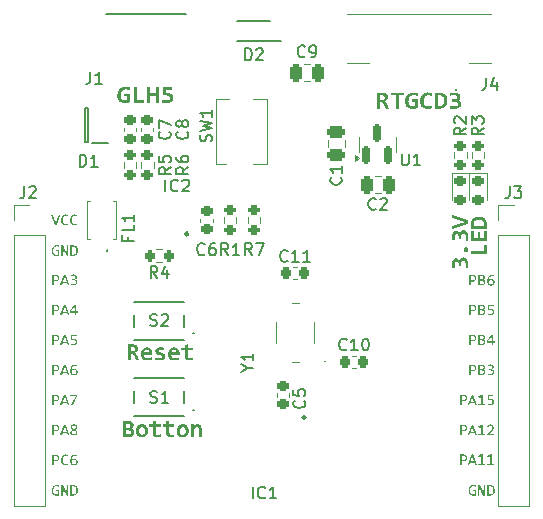
<source format=gto>
G04 #@! TF.GenerationSoftware,KiCad,Pcbnew,8.0.8*
G04 #@! TF.CreationDate,2025-06-14T11:12:35+09:00*
G04 #@! TF.ProjectId,stm32c0_fdcan_module,73746d33-3263-4305-9f66-6463616e5f6d,rev?*
G04 #@! TF.SameCoordinates,Original*
G04 #@! TF.FileFunction,Legend,Top*
G04 #@! TF.FilePolarity,Positive*
%FSLAX46Y46*%
G04 Gerber Fmt 4.6, Leading zero omitted, Abs format (unit mm)*
G04 Created by KiCad (PCBNEW 8.0.8) date 2025-06-14 11:12:35*
%MOMM*%
%LPD*%
G01*
G04 APERTURE LIST*
G04 Aperture macros list*
%AMRoundRect*
0 Rectangle with rounded corners*
0 $1 Rounding radius*
0 $2 $3 $4 $5 $6 $7 $8 $9 X,Y pos of 4 corners*
0 Add a 4 corners polygon primitive as box body*
4,1,4,$2,$3,$4,$5,$6,$7,$8,$9,$2,$3,0*
0 Add four circle primitives for the rounded corners*
1,1,$1+$1,$2,$3*
1,1,$1+$1,$4,$5*
1,1,$1+$1,$6,$7*
1,1,$1+$1,$8,$9*
0 Add four rect primitives between the rounded corners*
20,1,$1+$1,$2,$3,$4,$5,0*
20,1,$1+$1,$4,$5,$6,$7,0*
20,1,$1+$1,$6,$7,$8,$9,0*
20,1,$1+$1,$8,$9,$2,$3,0*%
G04 Aperture macros list end*
%ADD10C,0.150000*%
%ADD11C,0.300000*%
%ADD12C,0.120000*%
%ADD13C,0.250000*%
%ADD14C,0.200000*%
%ADD15C,0.100000*%
%ADD16RoundRect,0.200000X0.275000X-0.200000X0.275000X0.200000X-0.275000X0.200000X-0.275000X-0.200000X0*%
%ADD17R,0.850000X0.350000*%
%ADD18R,1.650000X2.450000*%
%ADD19R,1.050000X0.650000*%
%ADD20RoundRect,0.225000X0.250000X-0.225000X0.250000X0.225000X-0.250000X0.225000X-0.250000X-0.225000X0*%
%ADD21RoundRect,0.250000X0.250000X0.475000X-0.250000X0.475000X-0.250000X-0.475000X0.250000X-0.475000X0*%
%ADD22RoundRect,0.250000X-0.475000X0.250000X-0.475000X-0.250000X0.475000X-0.250000X0.475000X0.250000X0*%
%ADD23R,1.400000X0.600000*%
%ADD24RoundRect,0.200000X-0.275000X0.200000X-0.275000X-0.200000X0.275000X-0.200000X0.275000X0.200000X0*%
%ADD25RoundRect,0.200000X0.200000X0.275000X-0.200000X0.275000X-0.200000X-0.275000X0.200000X-0.275000X0*%
%ADD26R,0.760000X2.160000*%
%ADD27RoundRect,0.250000X-0.250000X-0.475000X0.250000X-0.475000X0.250000X0.475000X-0.250000X0.475000X0*%
%ADD28RoundRect,0.218750X-0.256250X0.218750X-0.256250X-0.218750X0.256250X-0.218750X0.256250X0.218750X0*%
%ADD29R,0.300000X0.600000*%
%ADD30R,0.600000X0.300000*%
%ADD31RoundRect,0.150000X0.150000X-0.587500X0.150000X0.587500X-0.150000X0.587500X-0.150000X-0.587500X0*%
%ADD32R,1.700000X1.700000*%
%ADD33O,1.700000X1.700000*%
%ADD34RoundRect,0.225000X-0.250000X0.225000X-0.250000X-0.225000X0.250000X-0.225000X0.250000X0.225000X0*%
%ADD35R,0.600000X1.050000*%
%ADD36RoundRect,0.225000X-0.225000X-0.250000X0.225000X-0.250000X0.225000X0.250000X-0.225000X0.250000X0*%
%ADD37R,0.800000X1.600000*%
%ADD38R,2.100000X3.000000*%
%ADD39R,0.800000X1.750000*%
%ADD40R,2.250000X3.150000*%
%ADD41R,1.150000X1.150000*%
%ADD42R,1.500000X1.800000*%
G04 APERTURE END LIST*
D10*
G36*
X140772701Y-104805390D02*
G01*
X140824239Y-104812388D01*
X140851222Y-104818193D01*
X140898573Y-104833322D01*
X140944067Y-104856376D01*
X140958933Y-104866309D01*
X140995892Y-104898900D01*
X141025558Y-104938971D01*
X141032694Y-104951794D01*
X141050564Y-104998051D01*
X141058973Y-105047476D01*
X141060294Y-105079289D01*
X141055732Y-105130823D01*
X141043243Y-105178535D01*
X141039533Y-105188710D01*
X141017187Y-105233957D01*
X140986051Y-105274809D01*
X140975541Y-105285674D01*
X140936425Y-105317742D01*
X140893235Y-105342620D01*
X140864899Y-105355039D01*
X140815634Y-105370196D01*
X140765488Y-105378516D01*
X140715992Y-105381558D01*
X140704432Y-105381662D01*
X140593057Y-105381662D01*
X140593057Y-105694293D01*
X140470691Y-105694293D01*
X140470691Y-105276149D01*
X140593057Y-105276149D01*
X140707118Y-105276149D01*
X140758226Y-105273172D01*
X140808278Y-105262707D01*
X140854646Y-105242242D01*
X140874181Y-105228521D01*
X140907693Y-105190005D01*
X140927295Y-105139945D01*
X140932986Y-105090400D01*
X140933043Y-105084418D01*
X140927509Y-105034057D01*
X140908640Y-104987862D01*
X140876379Y-104951306D01*
X140832112Y-104924885D01*
X140782652Y-104910383D01*
X140730634Y-104905081D01*
X140718109Y-104904900D01*
X140593057Y-104904900D01*
X140593057Y-105276149D01*
X140470691Y-105276149D01*
X140470691Y-104803295D01*
X140723483Y-104803295D01*
X140772701Y-104805390D01*
G37*
G36*
X141897802Y-105694293D02*
G01*
X141764446Y-105694293D01*
X141701920Y-105506714D01*
X141328228Y-105506714D01*
X141264969Y-105694293D01*
X141137963Y-105694293D01*
X141237370Y-105397293D01*
X141363399Y-105397293D01*
X141666993Y-105397293D01*
X141515074Y-104916135D01*
X141363399Y-105397293D01*
X141237370Y-105397293D01*
X141436183Y-104803295D01*
X141603734Y-104803295D01*
X141897802Y-105694293D01*
G37*
G36*
X142584857Y-105694293D02*
G01*
X142020901Y-105694293D01*
X142020901Y-105580964D01*
X142251710Y-105580964D01*
X142251710Y-104920531D01*
X142036776Y-105053399D01*
X141992813Y-104951794D01*
X142278577Y-104803295D01*
X142384334Y-104803295D01*
X142384334Y-105580964D01*
X142584857Y-105580964D01*
X142584857Y-105694293D01*
G37*
G36*
X143361305Y-105694293D02*
G01*
X142769749Y-105694293D01*
X142769749Y-105587803D01*
X143002024Y-105357726D01*
X143038777Y-105320894D01*
X143073078Y-105284796D01*
X143094836Y-105260517D01*
X143126527Y-105221255D01*
X143150280Y-105185535D01*
X143171584Y-105140701D01*
X143177146Y-105121543D01*
X143183658Y-105071621D01*
X143183985Y-105056574D01*
X143178469Y-105007225D01*
X143174948Y-104994048D01*
X143153155Y-104948981D01*
X143147593Y-104941780D01*
X143108444Y-104910405D01*
X143099477Y-104906121D01*
X143051163Y-104894200D01*
X143028891Y-104893176D01*
X142977618Y-104898918D01*
X142930960Y-104916145D01*
X142925088Y-104919310D01*
X142883017Y-104947192D01*
X142844273Y-104981835D01*
X142839358Y-104986965D01*
X142773413Y-104907098D01*
X142810158Y-104872389D01*
X142850539Y-104842817D01*
X142890405Y-104820392D01*
X142938479Y-104801758D01*
X142986641Y-104791530D01*
X143039048Y-104787695D01*
X143044522Y-104787663D01*
X143094825Y-104791076D01*
X143144155Y-104802306D01*
X143153455Y-104805493D01*
X143199189Y-104827230D01*
X143238207Y-104856784D01*
X143270020Y-104894031D01*
X143293650Y-104938849D01*
X143307675Y-104987153D01*
X143313018Y-105037175D01*
X143313190Y-105048514D01*
X143309770Y-105097974D01*
X143299512Y-105143769D01*
X143280981Y-105190152D01*
X143257991Y-105230964D01*
X143228721Y-105272420D01*
X143195689Y-105312370D01*
X143187893Y-105321089D01*
X143154039Y-105357165D01*
X143119204Y-105392467D01*
X143087998Y-105422939D01*
X142925088Y-105580964D01*
X143361305Y-105580964D01*
X143361305Y-105694293D01*
G37*
D11*
G36*
X133939433Y-76710710D02*
G01*
X134019658Y-76718155D01*
X134075715Y-76727187D01*
X134154981Y-76748305D01*
X134227624Y-76781514D01*
X134240628Y-76789469D01*
X134301102Y-76839753D01*
X134345750Y-76903408D01*
X134372116Y-76975853D01*
X134381910Y-77049708D01*
X134382484Y-77074501D01*
X134375977Y-77147700D01*
X134359427Y-77204560D01*
X134321087Y-77272308D01*
X134294556Y-77302379D01*
X134233119Y-77349450D01*
X134195296Y-77368691D01*
X134119031Y-77394422D01*
X134069462Y-77404228D01*
X134140656Y-77436049D01*
X134165987Y-77458084D01*
X134212796Y-77516996D01*
X134251178Y-77583835D01*
X134253914Y-77589242D01*
X134483698Y-78045000D01*
X134165987Y-78045000D01*
X133963949Y-77607927D01*
X133922082Y-77544816D01*
X133884228Y-77514138D01*
X133809295Y-77486030D01*
X133763866Y-77482264D01*
X133712281Y-77482264D01*
X133712281Y-78045000D01*
X133441856Y-78045000D01*
X133441856Y-77294685D01*
X133712281Y-77294685D01*
X133822093Y-77294685D01*
X133902878Y-77288971D01*
X133935812Y-77282595D01*
X134009198Y-77254614D01*
X134023349Y-77245959D01*
X134076724Y-77189953D01*
X134079232Y-77185509D01*
X134098851Y-77114182D01*
X134099162Y-77102711D01*
X134086297Y-77027708D01*
X134040086Y-76967921D01*
X134031946Y-76962393D01*
X133954529Y-76931626D01*
X133871328Y-76920575D01*
X133831081Y-76919528D01*
X133712281Y-76919528D01*
X133712281Y-77294685D01*
X133441856Y-77294685D01*
X133441856Y-76708503D01*
X133860390Y-76708503D01*
X133939433Y-76710710D01*
G37*
G36*
X135287550Y-76919528D02*
G01*
X135287550Y-78045000D01*
X135010481Y-78045000D01*
X135010481Y-76919528D01*
X134616957Y-76919528D01*
X134616957Y-76708503D01*
X135681074Y-76708503D01*
X135681074Y-76919528D01*
X135287550Y-76919528D01*
G37*
G36*
X136385666Y-77482264D02*
G01*
X136385666Y-77271238D01*
X136896817Y-77271238D01*
X136896817Y-77984549D01*
X136821401Y-78013555D01*
X136743457Y-78036275D01*
X136690090Y-78047930D01*
X136606797Y-78060433D01*
X136525714Y-78066824D01*
X136456008Y-78068447D01*
X136374386Y-78065056D01*
X136289207Y-78053335D01*
X136209828Y-78033243D01*
X136187145Y-78025582D01*
X136116124Y-77994520D01*
X136046023Y-77951012D01*
X135984326Y-77897721D01*
X135931672Y-77834481D01*
X135891738Y-77768650D01*
X135859360Y-77694876D01*
X135856538Y-77687062D01*
X135835003Y-77613011D01*
X135820515Y-77532643D01*
X135813555Y-77455901D01*
X135811988Y-77395069D01*
X135814895Y-77313897D01*
X135823614Y-77237075D01*
X135838147Y-77164603D01*
X135858492Y-77096482D01*
X135888240Y-77025333D01*
X135929196Y-76953892D01*
X135978472Y-76890465D01*
X135994877Y-76873000D01*
X136054984Y-76820013D01*
X136122952Y-76775542D01*
X136198782Y-76739585D01*
X136214891Y-76733415D01*
X136291028Y-76710038D01*
X136373037Y-76694312D01*
X136450865Y-76686755D01*
X136512281Y-76685055D01*
X136591774Y-76687172D01*
X136675507Y-76694184D01*
X136704940Y-76697878D01*
X136787198Y-76710711D01*
X136869157Y-76726769D01*
X136892519Y-76731950D01*
X136892519Y-76989870D01*
X136818104Y-76965046D01*
X136737107Y-76944430D01*
X136712756Y-76939312D01*
X136632484Y-76926503D01*
X136551696Y-76920224D01*
X136514235Y-76919528D01*
X136436122Y-76924849D01*
X136355447Y-76944212D01*
X136335645Y-76951769D01*
X136264521Y-76990512D01*
X136205903Y-77042993D01*
X136162672Y-77104329D01*
X136132240Y-77172470D01*
X136126964Y-77188440D01*
X136109506Y-77262020D01*
X136101290Y-77336381D01*
X136100000Y-77382613D01*
X136102912Y-77458038D01*
X136112641Y-77533237D01*
X136120711Y-77570924D01*
X136146076Y-77643760D01*
X136185436Y-77709385D01*
X136188318Y-77713073D01*
X136245643Y-77767601D01*
X136308681Y-77802833D01*
X136384879Y-77825185D01*
X136468547Y-77833700D01*
X136488053Y-77833974D01*
X136531821Y-77832508D01*
X136566992Y-77828112D01*
X136598646Y-77821151D01*
X136629909Y-77812358D01*
X136629909Y-77482264D01*
X136385666Y-77482264D01*
G37*
G36*
X138094193Y-77998105D02*
G01*
X138017434Y-78023956D01*
X137937078Y-78045033D01*
X137908960Y-78050861D01*
X137829234Y-78062883D01*
X137746666Y-78068172D01*
X137722554Y-78068447D01*
X137638318Y-78065085D01*
X137559709Y-78055000D01*
X137478964Y-78035909D01*
X137448611Y-78025949D01*
X137371054Y-77991587D01*
X137302271Y-77947442D01*
X137247355Y-77898820D01*
X137195821Y-77835832D01*
X137156986Y-77770230D01*
X137125784Y-77696685D01*
X137123084Y-77688893D01*
X137102682Y-77615226D01*
X137088957Y-77535184D01*
X137082363Y-77458682D01*
X137080879Y-77398000D01*
X137083761Y-77315362D01*
X137092407Y-77237441D01*
X137106817Y-77164237D01*
X137126992Y-77095750D01*
X137156053Y-77024423D01*
X137195666Y-76952854D01*
X137242988Y-76889370D01*
X137258688Y-76871901D01*
X137315970Y-76819143D01*
X137380351Y-76774900D01*
X137451830Y-76739173D01*
X137466978Y-76733049D01*
X137546609Y-76707740D01*
X137623301Y-76692976D01*
X137704754Y-76685805D01*
X137742484Y-76685055D01*
X137821783Y-76686620D01*
X137835491Y-76687254D01*
X137915450Y-76693908D01*
X137920683Y-76694581D01*
X137999772Y-76708105D01*
X138005094Y-76709235D01*
X138082714Y-76728550D01*
X138094193Y-76731950D01*
X138094193Y-76989870D01*
X138019726Y-76962540D01*
X137942704Y-76941223D01*
X137915994Y-76935648D01*
X137835394Y-76923558D01*
X137762414Y-76919528D01*
X137684127Y-76925152D01*
X137605976Y-76945615D01*
X137587341Y-76953600D01*
X137521395Y-76994175D01*
X137468150Y-77048489D01*
X137427704Y-77115442D01*
X137400787Y-77188691D01*
X137399371Y-77193935D01*
X137384412Y-77270892D01*
X137378022Y-77348128D01*
X137377487Y-77379316D01*
X137380620Y-77456407D01*
X137391083Y-77532829D01*
X137399762Y-77570924D01*
X137426421Y-77644286D01*
X137466782Y-77710118D01*
X137469713Y-77713806D01*
X137527344Y-77768230D01*
X137590467Y-77803199D01*
X137665721Y-77825288D01*
X137746803Y-77833703D01*
X137765540Y-77833974D01*
X137844089Y-77828112D01*
X137921549Y-77814478D01*
X137929672Y-77812725D01*
X138007718Y-77792752D01*
X138015645Y-77790376D01*
X138089628Y-77765325D01*
X138094193Y-77763632D01*
X138094193Y-77998105D01*
G37*
G36*
X138820425Y-76710907D02*
G01*
X138904087Y-76719359D01*
X138981195Y-76733898D01*
X139028960Y-76746971D01*
X139102339Y-76774863D01*
X139173713Y-76814967D01*
X139235296Y-76864940D01*
X139287090Y-76924914D01*
X139329094Y-76995018D01*
X139358785Y-77067540D01*
X139378809Y-77140286D01*
X139392280Y-77220451D01*
X139398753Y-77297937D01*
X139400209Y-77359898D01*
X139397620Y-77435782D01*
X139388518Y-77516880D01*
X139372863Y-77593458D01*
X139358785Y-77641999D01*
X139328598Y-77717612D01*
X139289329Y-77785997D01*
X139240976Y-77847156D01*
X139230216Y-77858520D01*
X139170941Y-77910419D01*
X139102049Y-77954376D01*
X139031824Y-77987146D01*
X139006685Y-77996639D01*
X138925733Y-78020017D01*
X138846666Y-78034374D01*
X138760906Y-78042685D01*
X138680376Y-78045000D01*
X138315380Y-78045000D01*
X138315380Y-77833974D01*
X138585806Y-77833974D01*
X138704605Y-77833974D01*
X138786895Y-77828697D01*
X138869767Y-77809743D01*
X138940719Y-77777005D01*
X139006294Y-77723698D01*
X139051601Y-77660638D01*
X139080626Y-77592462D01*
X139099740Y-77512154D01*
X139108235Y-77433663D01*
X139109853Y-77376385D01*
X139107215Y-77298401D01*
X139098404Y-77221476D01*
X139091095Y-77183311D01*
X139067842Y-77109423D01*
X139030547Y-77043385D01*
X139027787Y-77039696D01*
X138972155Y-76985090D01*
X138908597Y-76950303D01*
X138830636Y-76928214D01*
X138750150Y-76920009D01*
X138722972Y-76919528D01*
X138585806Y-76919528D01*
X138585806Y-77833974D01*
X138315380Y-77833974D01*
X138315380Y-76708503D01*
X138740558Y-76708503D01*
X138820425Y-76710907D01*
G37*
G36*
X140572184Y-77644197D02*
G01*
X140565605Y-77720768D01*
X140543807Y-77796062D01*
X140532323Y-77821151D01*
X140489634Y-77885335D01*
X140430639Y-77940683D01*
X140410788Y-77954874D01*
X140343542Y-77992483D01*
X140271375Y-78020623D01*
X140204842Y-78039138D01*
X140123067Y-78054594D01*
X140042029Y-78063610D01*
X139953944Y-78067989D01*
X139912533Y-78068447D01*
X139833984Y-78066615D01*
X139754850Y-78062034D01*
X139752309Y-78061852D01*
X139672979Y-78054891D01*
X139603810Y-78045000D01*
X139603810Y-77833974D01*
X139682155Y-77843839D01*
X139759344Y-77850826D01*
X139841856Y-77855560D01*
X139921656Y-77857363D01*
X139939106Y-77857421D01*
X140018974Y-77854362D01*
X140096203Y-77843499D01*
X140172787Y-77819862D01*
X140204842Y-77803199D01*
X140261247Y-77749818D01*
X140268150Y-77737986D01*
X140287975Y-77665053D01*
X140288471Y-77650059D01*
X140271140Y-77577959D01*
X140267369Y-77571290D01*
X140214069Y-77517515D01*
X140203670Y-77511207D01*
X140129922Y-77481262D01*
X140094249Y-77472739D01*
X140016715Y-77461876D01*
X139936762Y-77458817D01*
X139777320Y-77458817D01*
X139777320Y-77271238D01*
X139923475Y-77271238D01*
X140002023Y-77267208D01*
X140065722Y-77255118D01*
X140137749Y-77224206D01*
X140155994Y-77211154D01*
X140201835Y-77150940D01*
X140203670Y-77146308D01*
X140218073Y-77073021D01*
X140218129Y-77067906D01*
X140203768Y-76993809D01*
X140160683Y-76940045D01*
X140087997Y-76907072D01*
X140005919Y-76896468D01*
X139984047Y-76896081D01*
X139903962Y-76898899D01*
X139824907Y-76907351D01*
X139814445Y-76908904D01*
X139735121Y-76922777D01*
X139658762Y-76939066D01*
X139642107Y-76942976D01*
X139642107Y-76731950D01*
X139719660Y-76714015D01*
X139736678Y-76710701D01*
X139815324Y-76697918D01*
X139826559Y-76696413D01*
X139906488Y-76688318D01*
X139918004Y-76687620D01*
X139998323Y-76685118D01*
X140013747Y-76685055D01*
X140091958Y-76687913D01*
X140175460Y-76698657D01*
X140222037Y-76709235D01*
X140299666Y-76736069D01*
X140368653Y-76774629D01*
X140372491Y-76777379D01*
X140428772Y-76829674D01*
X140464326Y-76885090D01*
X140488415Y-76956568D01*
X140495198Y-77026507D01*
X140488133Y-77106056D01*
X140464310Y-77180099D01*
X140435408Y-77226908D01*
X140378895Y-77282959D01*
X140312647Y-77324286D01*
X140267759Y-77343778D01*
X140345214Y-77361126D01*
X140392812Y-77378949D01*
X140459602Y-77417478D01*
X140488946Y-77442697D01*
X140535425Y-77501635D01*
X140550690Y-77532090D01*
X140569644Y-77603181D01*
X140572184Y-77644197D01*
G37*
D10*
G36*
X141837649Y-110080317D02*
G01*
X141793276Y-110056815D01*
X141747782Y-110038456D01*
X141734578Y-110034155D01*
X141686546Y-110022969D01*
X141634774Y-110018047D01*
X141619295Y-110017791D01*
X141568004Y-110021363D01*
X141517400Y-110033295D01*
X141492289Y-110043192D01*
X141446929Y-110069439D01*
X141408300Y-110103726D01*
X141398500Y-110115000D01*
X141370485Y-110155650D01*
X141348355Y-110202589D01*
X141340126Y-110226374D01*
X141327772Y-110277058D01*
X141321457Y-110326959D01*
X141319854Y-110370233D01*
X141321452Y-110420007D01*
X141326901Y-110470902D01*
X141336218Y-110517756D01*
X141352736Y-110567318D01*
X141377286Y-110613480D01*
X141387753Y-110628154D01*
X141422221Y-110663623D01*
X141464075Y-110690958D01*
X141477390Y-110697274D01*
X141525390Y-110712772D01*
X141575994Y-110720065D01*
X141608304Y-110721210D01*
X141636392Y-110719989D01*
X141666679Y-110716325D01*
X141695743Y-110710464D01*
X141720900Y-110703136D01*
X141720900Y-110424211D01*
X141537474Y-110424211D01*
X141537474Y-110322606D01*
X141841801Y-110322606D01*
X141841801Y-110776898D01*
X141795975Y-110795484D01*
X141782450Y-110800101D01*
X141734731Y-110813336D01*
X141718458Y-110816953D01*
X141669732Y-110825288D01*
X141653489Y-110827212D01*
X141604456Y-110830467D01*
X141591207Y-110830631D01*
X141540842Y-110828351D01*
X141488235Y-110820471D01*
X141439157Y-110806961D01*
X141425122Y-110801810D01*
X141376980Y-110778706D01*
X141333975Y-110749021D01*
X141299337Y-110716325D01*
X141266567Y-110674079D01*
X141241685Y-110629962D01*
X141221478Y-110580408D01*
X141219714Y-110575153D01*
X141206373Y-110525511D01*
X141197397Y-110471658D01*
X141193085Y-110420252D01*
X141192115Y-110379515D01*
X141194038Y-110325644D01*
X141199808Y-110274673D01*
X141209425Y-110226603D01*
X141222889Y-110181434D01*
X141242308Y-110134237D01*
X141265668Y-110091291D01*
X141296246Y-110048558D01*
X141309840Y-110032934D01*
X141347015Y-109997762D01*
X141388627Y-109968267D01*
X141434675Y-109944448D01*
X141444418Y-109940366D01*
X141495146Y-109923493D01*
X141543493Y-109913651D01*
X141594390Y-109908870D01*
X141617830Y-109908370D01*
X141669662Y-109910708D01*
X141719156Y-109917720D01*
X141732868Y-109920582D01*
X141783140Y-109935022D01*
X141828220Y-109954310D01*
X141837649Y-109959173D01*
X141837649Y-110080317D01*
G37*
G36*
X142607990Y-110815000D02*
G01*
X142448744Y-110815000D01*
X142186916Y-110259103D01*
X142111445Y-110080317D01*
X142111445Y-110529968D01*
X142111445Y-110815000D01*
X141997383Y-110815000D01*
X141997383Y-109924002D01*
X142154676Y-109924002D01*
X142404048Y-110453520D01*
X142493929Y-110658684D01*
X142493929Y-110178503D01*
X142493929Y-109924002D01*
X142607990Y-109924002D01*
X142607990Y-110815000D01*
G37*
G36*
X143041621Y-109925681D02*
G01*
X143100547Y-109932502D01*
X143154249Y-109944571D01*
X143202728Y-109961888D01*
X143254008Y-109989594D01*
X143297765Y-110024857D01*
X143304327Y-110031468D01*
X143339521Y-110075678D01*
X143363287Y-110118633D01*
X143381996Y-110167145D01*
X143395649Y-110221215D01*
X143404245Y-110280842D01*
X143407481Y-110332545D01*
X143407886Y-110359731D01*
X143406233Y-110410837D01*
X143401275Y-110460170D01*
X143397872Y-110482341D01*
X143386819Y-110532089D01*
X143371184Y-110578752D01*
X143365876Y-110591517D01*
X143342370Y-110636701D01*
X143313068Y-110677913D01*
X143308723Y-110683108D01*
X143272491Y-110719176D01*
X143232380Y-110748094D01*
X143222994Y-110753695D01*
X143178976Y-110775332D01*
X143129476Y-110792615D01*
X143104780Y-110799124D01*
X143056381Y-110808162D01*
X143003537Y-110813449D01*
X142951640Y-110815000D01*
X142759421Y-110815000D01*
X142759421Y-110709487D01*
X142881542Y-110709487D01*
X142972889Y-110709487D01*
X143027669Y-110706483D01*
X143077060Y-110697474D01*
X143134533Y-110676118D01*
X143182428Y-110644084D01*
X143220743Y-110601372D01*
X143249480Y-110547982D01*
X143264746Y-110500932D01*
X143274625Y-110447876D01*
X143279115Y-110388813D01*
X143279414Y-110367791D01*
X143277984Y-110316803D01*
X143273042Y-110265589D01*
X143263529Y-110215864D01*
X143261340Y-110207568D01*
X143243790Y-110158576D01*
X143218038Y-110115192D01*
X143207118Y-110102055D01*
X143168922Y-110069157D01*
X143122568Y-110046027D01*
X143115771Y-110043681D01*
X143067977Y-110031978D01*
X143018277Y-110026471D01*
X142986811Y-110025607D01*
X142881542Y-110025607D01*
X142881542Y-110709487D01*
X142759421Y-110709487D01*
X142759421Y-109924002D01*
X142990719Y-109924002D01*
X143041621Y-109925681D01*
G37*
G36*
X106257139Y-102265390D02*
G01*
X106308677Y-102272388D01*
X106335660Y-102278193D01*
X106383011Y-102293322D01*
X106428505Y-102316376D01*
X106443371Y-102326309D01*
X106480330Y-102358900D01*
X106509996Y-102398971D01*
X106517132Y-102411794D01*
X106535002Y-102458051D01*
X106543411Y-102507476D01*
X106544732Y-102539289D01*
X106540170Y-102590823D01*
X106527681Y-102638535D01*
X106523971Y-102648710D01*
X106501625Y-102693957D01*
X106470489Y-102734809D01*
X106459979Y-102745674D01*
X106420863Y-102777742D01*
X106377673Y-102802620D01*
X106349337Y-102815039D01*
X106300072Y-102830196D01*
X106249926Y-102838516D01*
X106200430Y-102841558D01*
X106188870Y-102841662D01*
X106077495Y-102841662D01*
X106077495Y-103154293D01*
X105955129Y-103154293D01*
X105955129Y-102736149D01*
X106077495Y-102736149D01*
X106191556Y-102736149D01*
X106242664Y-102733172D01*
X106292716Y-102722707D01*
X106339084Y-102702242D01*
X106358619Y-102688521D01*
X106392131Y-102650005D01*
X106411733Y-102599945D01*
X106417424Y-102550400D01*
X106417481Y-102544418D01*
X106411947Y-102494057D01*
X106393078Y-102447862D01*
X106360817Y-102411306D01*
X106316550Y-102384885D01*
X106267090Y-102370383D01*
X106215072Y-102365081D01*
X106202547Y-102364900D01*
X106077495Y-102364900D01*
X106077495Y-102736149D01*
X105955129Y-102736149D01*
X105955129Y-102263295D01*
X106207921Y-102263295D01*
X106257139Y-102265390D01*
G37*
G36*
X107382240Y-103154293D02*
G01*
X107248884Y-103154293D01*
X107186358Y-102966714D01*
X106812666Y-102966714D01*
X106749407Y-103154293D01*
X106622401Y-103154293D01*
X106721808Y-102857293D01*
X106847837Y-102857293D01*
X107151431Y-102857293D01*
X106999512Y-102376135D01*
X106847837Y-102857293D01*
X106721808Y-102857293D01*
X106920621Y-102263295D01*
X107088172Y-102263295D01*
X107382240Y-103154293D01*
G37*
G36*
X108071982Y-102376623D02*
G01*
X107695604Y-103154293D01*
X107558828Y-103154293D01*
X107949861Y-102376623D01*
X107464794Y-102376623D01*
X107464794Y-102263295D01*
X108071982Y-102263295D01*
X108071982Y-102376623D01*
G37*
G36*
X106538356Y-110080317D02*
G01*
X106493983Y-110056815D01*
X106448489Y-110038456D01*
X106435285Y-110034155D01*
X106387253Y-110022969D01*
X106335481Y-110018047D01*
X106320002Y-110017791D01*
X106268711Y-110021363D01*
X106218107Y-110033295D01*
X106192996Y-110043192D01*
X106147636Y-110069439D01*
X106109007Y-110103726D01*
X106099207Y-110115000D01*
X106071192Y-110155650D01*
X106049062Y-110202589D01*
X106040833Y-110226374D01*
X106028479Y-110277058D01*
X106022164Y-110326959D01*
X106020561Y-110370233D01*
X106022159Y-110420007D01*
X106027608Y-110470902D01*
X106036925Y-110517756D01*
X106053443Y-110567318D01*
X106077993Y-110613480D01*
X106088460Y-110628154D01*
X106122928Y-110663623D01*
X106164782Y-110690958D01*
X106178097Y-110697274D01*
X106226097Y-110712772D01*
X106276701Y-110720065D01*
X106309011Y-110721210D01*
X106337099Y-110719989D01*
X106367386Y-110716325D01*
X106396450Y-110710464D01*
X106421607Y-110703136D01*
X106421607Y-110424211D01*
X106238181Y-110424211D01*
X106238181Y-110322606D01*
X106542508Y-110322606D01*
X106542508Y-110776898D01*
X106496682Y-110795484D01*
X106483157Y-110800101D01*
X106435438Y-110813336D01*
X106419165Y-110816953D01*
X106370439Y-110825288D01*
X106354196Y-110827212D01*
X106305163Y-110830467D01*
X106291914Y-110830631D01*
X106241549Y-110828351D01*
X106188942Y-110820471D01*
X106139864Y-110806961D01*
X106125829Y-110801810D01*
X106077687Y-110778706D01*
X106034682Y-110749021D01*
X106000044Y-110716325D01*
X105967274Y-110674079D01*
X105942392Y-110629962D01*
X105922185Y-110580408D01*
X105920421Y-110575153D01*
X105907080Y-110525511D01*
X105898104Y-110471658D01*
X105893792Y-110420252D01*
X105892822Y-110379515D01*
X105894745Y-110325644D01*
X105900515Y-110274673D01*
X105910132Y-110226603D01*
X105923596Y-110181434D01*
X105943015Y-110134237D01*
X105966375Y-110091291D01*
X105996953Y-110048558D01*
X106010547Y-110032934D01*
X106047722Y-109997762D01*
X106089334Y-109968267D01*
X106135382Y-109944448D01*
X106145125Y-109940366D01*
X106195853Y-109923493D01*
X106244200Y-109913651D01*
X106295097Y-109908870D01*
X106318537Y-109908370D01*
X106370369Y-109910708D01*
X106419863Y-109917720D01*
X106433575Y-109920582D01*
X106483847Y-109935022D01*
X106528927Y-109954310D01*
X106538356Y-109959173D01*
X106538356Y-110080317D01*
G37*
G36*
X107308697Y-110815000D02*
G01*
X107149451Y-110815000D01*
X106887623Y-110259103D01*
X106812152Y-110080317D01*
X106812152Y-110529968D01*
X106812152Y-110815000D01*
X106698090Y-110815000D01*
X106698090Y-109924002D01*
X106855383Y-109924002D01*
X107104755Y-110453520D01*
X107194636Y-110658684D01*
X107194636Y-110178503D01*
X107194636Y-109924002D01*
X107308697Y-109924002D01*
X107308697Y-110815000D01*
G37*
G36*
X107742328Y-109925681D02*
G01*
X107801254Y-109932502D01*
X107854956Y-109944571D01*
X107903435Y-109961888D01*
X107954715Y-109989594D01*
X107998472Y-110024857D01*
X108005034Y-110031468D01*
X108040228Y-110075678D01*
X108063994Y-110118633D01*
X108082703Y-110167145D01*
X108096356Y-110221215D01*
X108104952Y-110280842D01*
X108108188Y-110332545D01*
X108108593Y-110359731D01*
X108106940Y-110410837D01*
X108101982Y-110460170D01*
X108098579Y-110482341D01*
X108087526Y-110532089D01*
X108071891Y-110578752D01*
X108066583Y-110591517D01*
X108043077Y-110636701D01*
X108013775Y-110677913D01*
X108009430Y-110683108D01*
X107973198Y-110719176D01*
X107933087Y-110748094D01*
X107923701Y-110753695D01*
X107879683Y-110775332D01*
X107830183Y-110792615D01*
X107805487Y-110799124D01*
X107757088Y-110808162D01*
X107704244Y-110813449D01*
X107652347Y-110815000D01*
X107460128Y-110815000D01*
X107460128Y-110709487D01*
X107582249Y-110709487D01*
X107673596Y-110709487D01*
X107728376Y-110706483D01*
X107777767Y-110697474D01*
X107835240Y-110676118D01*
X107883135Y-110644084D01*
X107921450Y-110601372D01*
X107950187Y-110547982D01*
X107965453Y-110500932D01*
X107975332Y-110447876D01*
X107979822Y-110388813D01*
X107980121Y-110367791D01*
X107978691Y-110316803D01*
X107973749Y-110265589D01*
X107964236Y-110215864D01*
X107962047Y-110207568D01*
X107944497Y-110158576D01*
X107918745Y-110115192D01*
X107907825Y-110102055D01*
X107869629Y-110069157D01*
X107823275Y-110046027D01*
X107816478Y-110043681D01*
X107768684Y-110031978D01*
X107718984Y-110026471D01*
X107687518Y-110025607D01*
X107582249Y-110025607D01*
X107582249Y-110709487D01*
X107460128Y-110709487D01*
X107460128Y-109924002D01*
X107691426Y-109924002D01*
X107742328Y-109925681D01*
G37*
G36*
X106257139Y-107345390D02*
G01*
X106308677Y-107352388D01*
X106335660Y-107358193D01*
X106383011Y-107373322D01*
X106428505Y-107396376D01*
X106443371Y-107406309D01*
X106480330Y-107438900D01*
X106509996Y-107478971D01*
X106517132Y-107491794D01*
X106535002Y-107538051D01*
X106543411Y-107587476D01*
X106544732Y-107619289D01*
X106540170Y-107670823D01*
X106527681Y-107718535D01*
X106523971Y-107728710D01*
X106501625Y-107773957D01*
X106470489Y-107814809D01*
X106459979Y-107825674D01*
X106420863Y-107857742D01*
X106377673Y-107882620D01*
X106349337Y-107895039D01*
X106300072Y-107910196D01*
X106249926Y-107918516D01*
X106200430Y-107921558D01*
X106188870Y-107921662D01*
X106077495Y-107921662D01*
X106077495Y-108234293D01*
X105955129Y-108234293D01*
X105955129Y-107816149D01*
X106077495Y-107816149D01*
X106191556Y-107816149D01*
X106242664Y-107813172D01*
X106292716Y-107802707D01*
X106339084Y-107782242D01*
X106358619Y-107768521D01*
X106392131Y-107730005D01*
X106411733Y-107679945D01*
X106417424Y-107630400D01*
X106417481Y-107624418D01*
X106411947Y-107574057D01*
X106393078Y-107527862D01*
X106360817Y-107491306D01*
X106316550Y-107464885D01*
X106267090Y-107450383D01*
X106215072Y-107445081D01*
X106202547Y-107444900D01*
X106077495Y-107444900D01*
X106077495Y-107816149D01*
X105955129Y-107816149D01*
X105955129Y-107343295D01*
X106207921Y-107343295D01*
X106257139Y-107345390D01*
G37*
G36*
X107298953Y-108210845D02*
G01*
X107251327Y-108226072D01*
X107202696Y-108237559D01*
X107153060Y-108245306D01*
X107102418Y-108249313D01*
X107073029Y-108249924D01*
X107015724Y-108247145D01*
X106962724Y-108238809D01*
X106914029Y-108224915D01*
X106861278Y-108200907D01*
X106814727Y-108168896D01*
X106780670Y-108136107D01*
X106746057Y-108089496D01*
X106722684Y-108044789D01*
X106704283Y-107994751D01*
X106690856Y-107939383D01*
X106682402Y-107878684D01*
X106679219Y-107826286D01*
X106678821Y-107798808D01*
X106680576Y-107746005D01*
X106685843Y-107695798D01*
X106695964Y-107642417D01*
X106706909Y-107603169D01*
X106724621Y-107556090D01*
X106748788Y-107508721D01*
X106777677Y-107466551D01*
X106787265Y-107454914D01*
X106822055Y-107419494D01*
X106861091Y-107389560D01*
X106904372Y-107365111D01*
X106913538Y-107360880D01*
X106961686Y-107343363D01*
X107013315Y-107332334D01*
X107062759Y-107327955D01*
X107079868Y-107327663D01*
X107129179Y-107329719D01*
X107178947Y-107336531D01*
X107195883Y-107340119D01*
X107245292Y-107354749D01*
X107292769Y-107375282D01*
X107298953Y-107378466D01*
X107298953Y-107499610D01*
X107255723Y-107475701D01*
X107207849Y-107456309D01*
X107198081Y-107453204D01*
X107146987Y-107441633D01*
X107095522Y-107437226D01*
X107084020Y-107437084D01*
X107034597Y-107440994D01*
X106985790Y-107453950D01*
X106969470Y-107460775D01*
X106924995Y-107487709D01*
X106889585Y-107521369D01*
X106882764Y-107529652D01*
X106854694Y-107572975D01*
X106834238Y-107619986D01*
X106827809Y-107639805D01*
X106816051Y-107691108D01*
X106810040Y-107742661D01*
X106808514Y-107788061D01*
X106810243Y-107840611D01*
X106816883Y-107898130D01*
X106828504Y-107949605D01*
X106848356Y-108002018D01*
X106874987Y-108046203D01*
X106879344Y-108051843D01*
X106918866Y-108090632D01*
X106966600Y-108118338D01*
X107015104Y-108133490D01*
X107069897Y-108140157D01*
X107086706Y-108140503D01*
X107136375Y-108138166D01*
X107187412Y-108130474D01*
X107197348Y-108128291D01*
X107246071Y-108114467D01*
X107292861Y-108096349D01*
X107298953Y-108093609D01*
X107298953Y-108210845D01*
G37*
G36*
X108017760Y-107448808D02*
G01*
X107921528Y-107448808D01*
X107868795Y-107451059D01*
X107816994Y-107458649D01*
X107782066Y-107467858D01*
X107734161Y-107487520D01*
X107690823Y-107515226D01*
X107683147Y-107521592D01*
X107647976Y-107559877D01*
X107623433Y-107602313D01*
X107622087Y-107605367D01*
X107605600Y-107653739D01*
X107596411Y-107703534D01*
X107595220Y-107714788D01*
X107592533Y-107749715D01*
X107636014Y-107725622D01*
X107681922Y-107707590D01*
X107692429Y-107704286D01*
X107743786Y-107692598D01*
X107794657Y-107687606D01*
X107815039Y-107687189D01*
X107867584Y-107690454D01*
X107917860Y-107701273D01*
X107934229Y-107706972D01*
X107978504Y-107728954D01*
X108017331Y-107759973D01*
X108019470Y-107762171D01*
X108050785Y-107803538D01*
X108070517Y-107846679D01*
X108082964Y-107894850D01*
X108087705Y-107943684D01*
X108087858Y-107954634D01*
X108084149Y-108003394D01*
X108071861Y-108053108D01*
X108065388Y-108070161D01*
X108042293Y-108114727D01*
X108011906Y-108153963D01*
X108001884Y-108164195D01*
X107962708Y-108195804D01*
X107916987Y-108220962D01*
X107902722Y-108226965D01*
X107853436Y-108241830D01*
X107804291Y-108248825D01*
X107774006Y-108249924D01*
X107724979Y-108247153D01*
X107676104Y-108237811D01*
X107642603Y-108226477D01*
X107599388Y-108203075D01*
X107562220Y-108171370D01*
X107547104Y-108153937D01*
X107518971Y-108109856D01*
X107498369Y-108061725D01*
X107488730Y-108030350D01*
X107478297Y-107980991D01*
X107472212Y-107932040D01*
X107469256Y-107878801D01*
X107468946Y-107853762D01*
X107469006Y-107851320D01*
X107592533Y-107851320D01*
X107593726Y-107902439D01*
X107597793Y-107952279D01*
X107604746Y-107995423D01*
X107619053Y-108044646D01*
X107641626Y-108088235D01*
X107676545Y-108123765D01*
X107701710Y-108137572D01*
X107750787Y-108150166D01*
X107784264Y-108152227D01*
X107834880Y-108146339D01*
X107855827Y-108139771D01*
X107898206Y-108115457D01*
X107912247Y-108102646D01*
X107941004Y-108061759D01*
X107949372Y-108042806D01*
X107960916Y-107995026D01*
X107962806Y-107962694D01*
X107958493Y-107912525D01*
X107952792Y-107888933D01*
X107930371Y-107843442D01*
X107921528Y-107833002D01*
X107881320Y-107803539D01*
X107867551Y-107797586D01*
X107819340Y-107786386D01*
X107789637Y-107784886D01*
X107740235Y-107789608D01*
X107736881Y-107790259D01*
X107688987Y-107802966D01*
X107684124Y-107804669D01*
X107637971Y-107824433D01*
X107635032Y-107825918D01*
X107592533Y-107851320D01*
X107469006Y-107851320D01*
X107470183Y-107803055D01*
X107473892Y-107753516D01*
X107477739Y-107721138D01*
X107486976Y-107670038D01*
X107500003Y-107621518D01*
X107507293Y-107599994D01*
X107528029Y-107552069D01*
X107553909Y-107507884D01*
X107562247Y-107495946D01*
X107595560Y-107457104D01*
X107635230Y-107423498D01*
X107647732Y-107414858D01*
X107692389Y-107389773D01*
X107738906Y-107371054D01*
X107768388Y-107362101D01*
X107818674Y-107351394D01*
X107868897Y-107345517D01*
X107917768Y-107343368D01*
X107929100Y-107343295D01*
X108017760Y-107343295D01*
X108017760Y-107448808D01*
G37*
D11*
G36*
X142745000Y-90397034D02*
G01*
X141408503Y-90397034D01*
X141408503Y-90139480D01*
X142533974Y-90139480D01*
X142533974Y-89570516D01*
X142745000Y-89570516D01*
X142745000Y-90397034D01*
G37*
G36*
X142745000Y-89256908D02*
G01*
X141408503Y-89256908D01*
X141408503Y-88446144D01*
X141619528Y-88446144D01*
X141619528Y-88999354D01*
X141947791Y-88999354D01*
X141947791Y-88471789D01*
X142158817Y-88471789D01*
X142158817Y-88999354D01*
X142533974Y-88999354D01*
X142533974Y-88446144D01*
X142745000Y-88446144D01*
X142745000Y-89256908D01*
G37*
G36*
X142135782Y-87190110D02*
G01*
X142216880Y-87198643D01*
X142293458Y-87213320D01*
X142341999Y-87226517D01*
X142417612Y-87254818D01*
X142485997Y-87291633D01*
X142547156Y-87336963D01*
X142558520Y-87347051D01*
X142610419Y-87402621D01*
X142654376Y-87467207D01*
X142687146Y-87533043D01*
X142696639Y-87556612D01*
X142720017Y-87632504D01*
X142734374Y-87706629D01*
X142742685Y-87787029D01*
X142745000Y-87862526D01*
X142745000Y-88204710D01*
X141408503Y-88204710D01*
X141408503Y-87822592D01*
X141619528Y-87822592D01*
X141619528Y-87951186D01*
X142533974Y-87951186D01*
X142533974Y-87839811D01*
X142528697Y-87762664D01*
X142509743Y-87684972D01*
X142477005Y-87618454D01*
X142423698Y-87556978D01*
X142360638Y-87514503D01*
X142292462Y-87487292D01*
X142212154Y-87469372D01*
X142133663Y-87461408D01*
X142076385Y-87459891D01*
X141998401Y-87462364D01*
X141921476Y-87470625D01*
X141883311Y-87477477D01*
X141809423Y-87499276D01*
X141743385Y-87534241D01*
X141739696Y-87536828D01*
X141685090Y-87588983D01*
X141650303Y-87648569D01*
X141628214Y-87721658D01*
X141620009Y-87797112D01*
X141619528Y-87822592D01*
X141408503Y-87822592D01*
X141408503Y-87806106D01*
X141410907Y-87731230D01*
X141419359Y-87652797D01*
X141433898Y-87580508D01*
X141446971Y-87535729D01*
X141474863Y-87466935D01*
X141514967Y-87400023D01*
X141564940Y-87342288D01*
X141624914Y-87293732D01*
X141695018Y-87254352D01*
X141767540Y-87226517D01*
X141840286Y-87207745D01*
X141920451Y-87195116D01*
X141997937Y-87189048D01*
X142059898Y-87187683D01*
X142135782Y-87190110D01*
G37*
D10*
G36*
X106257139Y-99725390D02*
G01*
X106308677Y-99732388D01*
X106335660Y-99738193D01*
X106383011Y-99753322D01*
X106428505Y-99776376D01*
X106443371Y-99786309D01*
X106480330Y-99818900D01*
X106509996Y-99858971D01*
X106517132Y-99871794D01*
X106535002Y-99918051D01*
X106543411Y-99967476D01*
X106544732Y-99999289D01*
X106540170Y-100050823D01*
X106527681Y-100098535D01*
X106523971Y-100108710D01*
X106501625Y-100153957D01*
X106470489Y-100194809D01*
X106459979Y-100205674D01*
X106420863Y-100237742D01*
X106377673Y-100262620D01*
X106349337Y-100275039D01*
X106300072Y-100290196D01*
X106249926Y-100298516D01*
X106200430Y-100301558D01*
X106188870Y-100301662D01*
X106077495Y-100301662D01*
X106077495Y-100614293D01*
X105955129Y-100614293D01*
X105955129Y-100196149D01*
X106077495Y-100196149D01*
X106191556Y-100196149D01*
X106242664Y-100193172D01*
X106292716Y-100182707D01*
X106339084Y-100162242D01*
X106358619Y-100148521D01*
X106392131Y-100110005D01*
X106411733Y-100059945D01*
X106417424Y-100010400D01*
X106417481Y-100004418D01*
X106411947Y-99954057D01*
X106393078Y-99907862D01*
X106360817Y-99871306D01*
X106316550Y-99844885D01*
X106267090Y-99830383D01*
X106215072Y-99825081D01*
X106202547Y-99824900D01*
X106077495Y-99824900D01*
X106077495Y-100196149D01*
X105955129Y-100196149D01*
X105955129Y-99723295D01*
X106207921Y-99723295D01*
X106257139Y-99725390D01*
G37*
G36*
X107382240Y-100614293D02*
G01*
X107248884Y-100614293D01*
X107186358Y-100426714D01*
X106812666Y-100426714D01*
X106749407Y-100614293D01*
X106622401Y-100614293D01*
X106721808Y-100317293D01*
X106847837Y-100317293D01*
X107151431Y-100317293D01*
X106999512Y-99836135D01*
X106847837Y-100317293D01*
X106721808Y-100317293D01*
X106920621Y-99723295D01*
X107088172Y-99723295D01*
X107382240Y-100614293D01*
G37*
G36*
X108017760Y-99828808D02*
G01*
X107921528Y-99828808D01*
X107868795Y-99831059D01*
X107816994Y-99838649D01*
X107782066Y-99847858D01*
X107734161Y-99867520D01*
X107690823Y-99895226D01*
X107683147Y-99901592D01*
X107647976Y-99939877D01*
X107623433Y-99982313D01*
X107622087Y-99985367D01*
X107605600Y-100033739D01*
X107596411Y-100083534D01*
X107595220Y-100094788D01*
X107592533Y-100129715D01*
X107636014Y-100105622D01*
X107681922Y-100087590D01*
X107692429Y-100084286D01*
X107743786Y-100072598D01*
X107794657Y-100067606D01*
X107815039Y-100067189D01*
X107867584Y-100070454D01*
X107917860Y-100081273D01*
X107934229Y-100086972D01*
X107978504Y-100108954D01*
X108017331Y-100139973D01*
X108019470Y-100142171D01*
X108050785Y-100183538D01*
X108070517Y-100226679D01*
X108082964Y-100274850D01*
X108087705Y-100323684D01*
X108087858Y-100334634D01*
X108084149Y-100383394D01*
X108071861Y-100433108D01*
X108065388Y-100450161D01*
X108042293Y-100494727D01*
X108011906Y-100533963D01*
X108001884Y-100544195D01*
X107962708Y-100575804D01*
X107916987Y-100600962D01*
X107902722Y-100606965D01*
X107853436Y-100621830D01*
X107804291Y-100628825D01*
X107774006Y-100629924D01*
X107724979Y-100627153D01*
X107676104Y-100617811D01*
X107642603Y-100606477D01*
X107599388Y-100583075D01*
X107562220Y-100551370D01*
X107547104Y-100533937D01*
X107518971Y-100489856D01*
X107498369Y-100441725D01*
X107488730Y-100410350D01*
X107478297Y-100360991D01*
X107472212Y-100312040D01*
X107469256Y-100258801D01*
X107468946Y-100233762D01*
X107469006Y-100231320D01*
X107592533Y-100231320D01*
X107593726Y-100282439D01*
X107597793Y-100332279D01*
X107604746Y-100375423D01*
X107619053Y-100424646D01*
X107641626Y-100468235D01*
X107676545Y-100503765D01*
X107701710Y-100517572D01*
X107750787Y-100530166D01*
X107784264Y-100532227D01*
X107834880Y-100526339D01*
X107855827Y-100519771D01*
X107898206Y-100495457D01*
X107912247Y-100482646D01*
X107941004Y-100441759D01*
X107949372Y-100422806D01*
X107960916Y-100375026D01*
X107962806Y-100342694D01*
X107958493Y-100292525D01*
X107952792Y-100268933D01*
X107930371Y-100223442D01*
X107921528Y-100213002D01*
X107881320Y-100183539D01*
X107867551Y-100177586D01*
X107819340Y-100166386D01*
X107789637Y-100164886D01*
X107740235Y-100169608D01*
X107736881Y-100170259D01*
X107688987Y-100182966D01*
X107684124Y-100184669D01*
X107637971Y-100204433D01*
X107635032Y-100205918D01*
X107592533Y-100231320D01*
X107469006Y-100231320D01*
X107470183Y-100183055D01*
X107473892Y-100133516D01*
X107477739Y-100101138D01*
X107486976Y-100050038D01*
X107500003Y-100001518D01*
X107507293Y-99979994D01*
X107528029Y-99932069D01*
X107553909Y-99887884D01*
X107562247Y-99875946D01*
X107595560Y-99837104D01*
X107635230Y-99803498D01*
X107647732Y-99794858D01*
X107692389Y-99769773D01*
X107738906Y-99751054D01*
X107768388Y-99742101D01*
X107818674Y-99731394D01*
X107868897Y-99725517D01*
X107917768Y-99723368D01*
X107929100Y-99723295D01*
X108017760Y-99723295D01*
X108017760Y-99828808D01*
G37*
G36*
X141557139Y-97185390D02*
G01*
X141608677Y-97192388D01*
X141635660Y-97198193D01*
X141683011Y-97213322D01*
X141728505Y-97236376D01*
X141743371Y-97246309D01*
X141780330Y-97278900D01*
X141809996Y-97318971D01*
X141817132Y-97331794D01*
X141835002Y-97378051D01*
X141843411Y-97427476D01*
X141844732Y-97459289D01*
X141840170Y-97510823D01*
X141827681Y-97558535D01*
X141823971Y-97568710D01*
X141801625Y-97613957D01*
X141770489Y-97654809D01*
X141759979Y-97665674D01*
X141720863Y-97697742D01*
X141677673Y-97722620D01*
X141649337Y-97735039D01*
X141600072Y-97750196D01*
X141549926Y-97758516D01*
X141500430Y-97761558D01*
X141488870Y-97761662D01*
X141377495Y-97761662D01*
X141377495Y-98074293D01*
X141255129Y-98074293D01*
X141255129Y-97656149D01*
X141377495Y-97656149D01*
X141491556Y-97656149D01*
X141542664Y-97653172D01*
X141592716Y-97642707D01*
X141639084Y-97622242D01*
X141658619Y-97608521D01*
X141692131Y-97570005D01*
X141711733Y-97519945D01*
X141717424Y-97470400D01*
X141717481Y-97464418D01*
X141711947Y-97414057D01*
X141693078Y-97367862D01*
X141660817Y-97331306D01*
X141616550Y-97304885D01*
X141567090Y-97290383D01*
X141515072Y-97285081D01*
X141502547Y-97284900D01*
X141377495Y-97284900D01*
X141377495Y-97656149D01*
X141255129Y-97656149D01*
X141255129Y-97183295D01*
X141507921Y-97183295D01*
X141557139Y-97185390D01*
G37*
G36*
X142334594Y-97185209D02*
G01*
X142397912Y-97193720D01*
X142451849Y-97209038D01*
X142496407Y-97231165D01*
X142538912Y-97268398D01*
X142566760Y-97316269D01*
X142579951Y-97374777D01*
X142581124Y-97401159D01*
X142576247Y-97452828D01*
X142559955Y-97502213D01*
X142546441Y-97525967D01*
X142511087Y-97563843D01*
X142465715Y-97591005D01*
X142433601Y-97603392D01*
X142481793Y-97617298D01*
X142502478Y-97626595D01*
X142543670Y-97653378D01*
X142559875Y-97668605D01*
X142588945Y-97708485D01*
X142598953Y-97729666D01*
X142611547Y-97777160D01*
X142613608Y-97809045D01*
X142609456Y-97858461D01*
X142595698Y-97906360D01*
X142588451Y-97922129D01*
X142560197Y-97964826D01*
X142522606Y-98000869D01*
X142516888Y-98005172D01*
X142472756Y-98031746D01*
X142425079Y-98050812D01*
X142405025Y-98056707D01*
X142353688Y-98067423D01*
X142303008Y-98072901D01*
X142258967Y-98074293D01*
X142024006Y-98074293D01*
X142024006Y-97972687D01*
X142146371Y-97972687D01*
X142275576Y-97972687D01*
X142324745Y-97970276D01*
X142376804Y-97960477D01*
X142422003Y-97940994D01*
X142432136Y-97934097D01*
X142465503Y-97895567D01*
X142481205Y-97847264D01*
X142483671Y-97813441D01*
X142474875Y-97764801D01*
X142469261Y-97752625D01*
X142437137Y-97714213D01*
X142427251Y-97706951D01*
X142381619Y-97684459D01*
X142360328Y-97678131D01*
X142309898Y-97669565D01*
X142271424Y-97667872D01*
X142146371Y-97667872D01*
X142146371Y-97972687D01*
X142024006Y-97972687D01*
X142024006Y-97566267D01*
X142146371Y-97566267D01*
X142268737Y-97566267D01*
X142317891Y-97562833D01*
X142344452Y-97557475D01*
X142390111Y-97538561D01*
X142402826Y-97529875D01*
X142436218Y-97491944D01*
X142440684Y-97483469D01*
X142453278Y-97435659D01*
X142454117Y-97417035D01*
X142446819Y-97368077D01*
X142445813Y-97365011D01*
X142418278Y-97324336D01*
X142416993Y-97323246D01*
X142373979Y-97299506D01*
X142361305Y-97295402D01*
X142310396Y-97286377D01*
X142272889Y-97284900D01*
X142146371Y-97284900D01*
X142146371Y-97566267D01*
X142024006Y-97566267D01*
X142024006Y-97183295D01*
X142280949Y-97183295D01*
X142334594Y-97185209D01*
G37*
G36*
X143268423Y-97765570D02*
G01*
X143421563Y-97765570D01*
X143421563Y-97871082D01*
X143268423Y-97871082D01*
X143268423Y-98074293D01*
X143146057Y-98074293D01*
X143146057Y-97871082D01*
X142713992Y-97871082D01*
X142713992Y-97765570D01*
X142833427Y-97765570D01*
X143146057Y-97765570D01*
X143146057Y-97296868D01*
X142833427Y-97765570D01*
X142713992Y-97765570D01*
X143096720Y-97183295D01*
X143268423Y-97183295D01*
X143268423Y-97765570D01*
G37*
G36*
X141557139Y-94645390D02*
G01*
X141608677Y-94652388D01*
X141635660Y-94658193D01*
X141683011Y-94673322D01*
X141728505Y-94696376D01*
X141743371Y-94706309D01*
X141780330Y-94738900D01*
X141809996Y-94778971D01*
X141817132Y-94791794D01*
X141835002Y-94838051D01*
X141843411Y-94887476D01*
X141844732Y-94919289D01*
X141840170Y-94970823D01*
X141827681Y-95018535D01*
X141823971Y-95028710D01*
X141801625Y-95073957D01*
X141770489Y-95114809D01*
X141759979Y-95125674D01*
X141720863Y-95157742D01*
X141677673Y-95182620D01*
X141649337Y-95195039D01*
X141600072Y-95210196D01*
X141549926Y-95218516D01*
X141500430Y-95221558D01*
X141488870Y-95221662D01*
X141377495Y-95221662D01*
X141377495Y-95534293D01*
X141255129Y-95534293D01*
X141255129Y-95116149D01*
X141377495Y-95116149D01*
X141491556Y-95116149D01*
X141542664Y-95113172D01*
X141592716Y-95102707D01*
X141639084Y-95082242D01*
X141658619Y-95068521D01*
X141692131Y-95030005D01*
X141711733Y-94979945D01*
X141717424Y-94930400D01*
X141717481Y-94924418D01*
X141711947Y-94874057D01*
X141693078Y-94827862D01*
X141660817Y-94791306D01*
X141616550Y-94764885D01*
X141567090Y-94750383D01*
X141515072Y-94745081D01*
X141502547Y-94744900D01*
X141377495Y-94744900D01*
X141377495Y-95116149D01*
X141255129Y-95116149D01*
X141255129Y-94643295D01*
X141507921Y-94643295D01*
X141557139Y-94645390D01*
G37*
G36*
X142334594Y-94645209D02*
G01*
X142397912Y-94653720D01*
X142451849Y-94669038D01*
X142496407Y-94691165D01*
X142538912Y-94728398D01*
X142566760Y-94776269D01*
X142579951Y-94834777D01*
X142581124Y-94861159D01*
X142576247Y-94912828D01*
X142559955Y-94962213D01*
X142546441Y-94985967D01*
X142511087Y-95023843D01*
X142465715Y-95051005D01*
X142433601Y-95063392D01*
X142481793Y-95077298D01*
X142502478Y-95086595D01*
X142543670Y-95113378D01*
X142559875Y-95128605D01*
X142588945Y-95168485D01*
X142598953Y-95189666D01*
X142611547Y-95237160D01*
X142613608Y-95269045D01*
X142609456Y-95318461D01*
X142595698Y-95366360D01*
X142588451Y-95382129D01*
X142560197Y-95424826D01*
X142522606Y-95460869D01*
X142516888Y-95465172D01*
X142472756Y-95491746D01*
X142425079Y-95510812D01*
X142405025Y-95516707D01*
X142353688Y-95527423D01*
X142303008Y-95532901D01*
X142258967Y-95534293D01*
X142024006Y-95534293D01*
X142024006Y-95432687D01*
X142146371Y-95432687D01*
X142275576Y-95432687D01*
X142324745Y-95430276D01*
X142376804Y-95420477D01*
X142422003Y-95400994D01*
X142432136Y-95394097D01*
X142465503Y-95355567D01*
X142481205Y-95307264D01*
X142483671Y-95273441D01*
X142474875Y-95224801D01*
X142469261Y-95212625D01*
X142437137Y-95174213D01*
X142427251Y-95166951D01*
X142381619Y-95144459D01*
X142360328Y-95138131D01*
X142309898Y-95129565D01*
X142271424Y-95127872D01*
X142146371Y-95127872D01*
X142146371Y-95432687D01*
X142024006Y-95432687D01*
X142024006Y-95026267D01*
X142146371Y-95026267D01*
X142268737Y-95026267D01*
X142317891Y-95022833D01*
X142344452Y-95017475D01*
X142390111Y-94998561D01*
X142402826Y-94989875D01*
X142436218Y-94951944D01*
X142440684Y-94943469D01*
X142453278Y-94895659D01*
X142454117Y-94877035D01*
X142446819Y-94828077D01*
X142445813Y-94825011D01*
X142418278Y-94784336D01*
X142416993Y-94783246D01*
X142373979Y-94759506D01*
X142361305Y-94755402D01*
X142310396Y-94746377D01*
X142272889Y-94744900D01*
X142146371Y-94744900D01*
X142146371Y-95026267D01*
X142024006Y-95026267D01*
X142024006Y-94643295D01*
X142280949Y-94643295D01*
X142334594Y-94645209D01*
G37*
G36*
X143354152Y-95253902D02*
G01*
X143349396Y-95305588D01*
X143335126Y-95353485D01*
X143325332Y-95374313D01*
X143298327Y-95415870D01*
X143264148Y-95452427D01*
X143245953Y-95467614D01*
X143202009Y-95496346D01*
X143156007Y-95517858D01*
X143126762Y-95528186D01*
X143078279Y-95540562D01*
X143027198Y-95547801D01*
X142978507Y-95549924D01*
X142935520Y-95548947D01*
X142889847Y-95546260D01*
X142845395Y-95542841D01*
X142806804Y-95538200D01*
X142806804Y-95428780D01*
X142857313Y-95437233D01*
X142891556Y-95440747D01*
X142942505Y-95443606D01*
X142988032Y-95444411D01*
X143037137Y-95441620D01*
X143086951Y-95431711D01*
X143134508Y-95412550D01*
X143161689Y-95395074D01*
X143196090Y-95359346D01*
X143209072Y-95337189D01*
X143223718Y-95289053D01*
X143225681Y-95260985D01*
X143218581Y-95209875D01*
X143194641Y-95166232D01*
X143165597Y-95141794D01*
X143118084Y-95120519D01*
X143069980Y-95109680D01*
X143020246Y-95105009D01*
X142992917Y-95104425D01*
X142822436Y-95104425D01*
X142822436Y-94643295D01*
X143306037Y-94643295D01*
X143306037Y-94748808D01*
X142935276Y-94748808D01*
X142935276Y-95002820D01*
X143013434Y-95002820D01*
X143065417Y-95004715D01*
X143116192Y-95010398D01*
X143139219Y-95014299D01*
X143186613Y-95026529D01*
X143232695Y-95046190D01*
X143247907Y-95054844D01*
X143288654Y-95086210D01*
X143321137Y-95126271D01*
X143324843Y-95132269D01*
X143344879Y-95179352D01*
X143353437Y-95231612D01*
X143354152Y-95253902D01*
G37*
G36*
X106257139Y-92105390D02*
G01*
X106308677Y-92112388D01*
X106335660Y-92118193D01*
X106383011Y-92133322D01*
X106428505Y-92156376D01*
X106443371Y-92166309D01*
X106480330Y-92198900D01*
X106509996Y-92238971D01*
X106517132Y-92251794D01*
X106535002Y-92298051D01*
X106543411Y-92347476D01*
X106544732Y-92379289D01*
X106540170Y-92430823D01*
X106527681Y-92478535D01*
X106523971Y-92488710D01*
X106501625Y-92533957D01*
X106470489Y-92574809D01*
X106459979Y-92585674D01*
X106420863Y-92617742D01*
X106377673Y-92642620D01*
X106349337Y-92655039D01*
X106300072Y-92670196D01*
X106249926Y-92678516D01*
X106200430Y-92681558D01*
X106188870Y-92681662D01*
X106077495Y-92681662D01*
X106077495Y-92994293D01*
X105955129Y-92994293D01*
X105955129Y-92576149D01*
X106077495Y-92576149D01*
X106191556Y-92576149D01*
X106242664Y-92573172D01*
X106292716Y-92562707D01*
X106339084Y-92542242D01*
X106358619Y-92528521D01*
X106392131Y-92490005D01*
X106411733Y-92439945D01*
X106417424Y-92390400D01*
X106417481Y-92384418D01*
X106411947Y-92334057D01*
X106393078Y-92287862D01*
X106360817Y-92251306D01*
X106316550Y-92224885D01*
X106267090Y-92210383D01*
X106215072Y-92205081D01*
X106202547Y-92204900D01*
X106077495Y-92204900D01*
X106077495Y-92576149D01*
X105955129Y-92576149D01*
X105955129Y-92103295D01*
X106207921Y-92103295D01*
X106257139Y-92105390D01*
G37*
G36*
X107382240Y-92994293D02*
G01*
X107248884Y-92994293D01*
X107186358Y-92806714D01*
X106812666Y-92806714D01*
X106749407Y-92994293D01*
X106622401Y-92994293D01*
X106721808Y-92697293D01*
X106847837Y-92697293D01*
X107151431Y-92697293D01*
X106999512Y-92216135D01*
X106847837Y-92697293D01*
X106721808Y-92697293D01*
X106920621Y-92103295D01*
X107088172Y-92103295D01*
X107382240Y-92994293D01*
G37*
G36*
X108059770Y-92727335D02*
G01*
X108055142Y-92777270D01*
X108041257Y-92824494D01*
X108035590Y-92837489D01*
X108010018Y-92879937D01*
X107975189Y-92917524D01*
X107963538Y-92927370D01*
X107920373Y-92955866D01*
X107873301Y-92977447D01*
X107842638Y-92987942D01*
X107794786Y-92999534D01*
X107742212Y-93006833D01*
X107690858Y-93009731D01*
X107672889Y-93009924D01*
X107622087Y-93008825D01*
X107576658Y-93005528D01*
X107528085Y-92999446D01*
X107497034Y-92994293D01*
X107497034Y-92888780D01*
X107546588Y-92896216D01*
X107587160Y-92900503D01*
X107638056Y-92903552D01*
X107683880Y-92904411D01*
X107735387Y-92902476D01*
X107786703Y-92895435D01*
X107798919Y-92892687D01*
X107847133Y-92875978D01*
X107876832Y-92858493D01*
X107911788Y-92821623D01*
X107920796Y-92804516D01*
X107933358Y-92757048D01*
X107934718Y-92732953D01*
X107925375Y-92683722D01*
X107918109Y-92669694D01*
X107884192Y-92632849D01*
X107871703Y-92624509D01*
X107825190Y-92603708D01*
X107800384Y-92597154D01*
X107751122Y-92589649D01*
X107709281Y-92587872D01*
X107606944Y-92587872D01*
X107606944Y-92490175D01*
X107710747Y-92490175D01*
X107760806Y-92485547D01*
X107784508Y-92479429D01*
X107829205Y-92458088D01*
X107841661Y-92448654D01*
X107872904Y-92409982D01*
X107878053Y-92399317D01*
X107889960Y-92350590D01*
X107890754Y-92332394D01*
X107884571Y-92283370D01*
X107859456Y-92237739D01*
X107846790Y-92226393D01*
X107800421Y-92203686D01*
X107748100Y-92194344D01*
X107717586Y-92193176D01*
X107668559Y-92195382D01*
X107624041Y-92200992D01*
X107574398Y-92210761D01*
X107524642Y-92223470D01*
X107521214Y-92224439D01*
X107521214Y-92118926D01*
X107569150Y-92106105D01*
X107570796Y-92105737D01*
X107618848Y-92096717D01*
X107623796Y-92095967D01*
X107673041Y-92090143D01*
X107676309Y-92089861D01*
X107725110Y-92087665D01*
X107726623Y-92087663D01*
X107777708Y-92089861D01*
X107827623Y-92097204D01*
X107852164Y-92103295D01*
X107899254Y-92120901D01*
X107943022Y-92147991D01*
X107978322Y-92184630D01*
X107997976Y-92218577D01*
X108012460Y-92265658D01*
X108016539Y-92312122D01*
X108011864Y-92362576D01*
X107996098Y-92410902D01*
X107976972Y-92442548D01*
X107943209Y-92478944D01*
X107901272Y-92509364D01*
X107868772Y-92526323D01*
X107916335Y-92538906D01*
X107937649Y-92548061D01*
X107979478Y-92573536D01*
X107998953Y-92590071D01*
X108031382Y-92629500D01*
X108042917Y-92650399D01*
X108057779Y-92699180D01*
X108059770Y-92727335D01*
G37*
D11*
G36*
X112449961Y-104511349D02*
G01*
X112523970Y-104519889D01*
X112600090Y-104537046D01*
X112673603Y-104566144D01*
X112712247Y-104589469D01*
X112767856Y-104641385D01*
X112805266Y-104706458D01*
X112824476Y-104784688D01*
X112827285Y-104833834D01*
X112820484Y-104908435D01*
X112815195Y-104932752D01*
X112788827Y-105003047D01*
X112778558Y-105021046D01*
X112732602Y-105078425D01*
X112717009Y-105092487D01*
X112653880Y-105131574D01*
X112629448Y-105141214D01*
X112702607Y-105162165D01*
X112725802Y-105173087D01*
X112788107Y-105216845D01*
X112806036Y-105235003D01*
X112848159Y-105296440D01*
X112860624Y-105324396D01*
X112878393Y-105397080D01*
X112880774Y-105439434D01*
X112874165Y-105523108D01*
X112854337Y-105597174D01*
X112815491Y-105670058D01*
X112759380Y-105730393D01*
X112742655Y-105743517D01*
X112676372Y-105783059D01*
X112598379Y-105812890D01*
X112522207Y-105830728D01*
X112437430Y-105841432D01*
X112360211Y-105844900D01*
X112344050Y-105845000D01*
X111932990Y-105845000D01*
X111932990Y-105633974D01*
X112184316Y-105633974D01*
X112361636Y-105633974D01*
X112434989Y-105627662D01*
X112468248Y-105619319D01*
X112534834Y-105585886D01*
X112544818Y-105577920D01*
X112590713Y-105517873D01*
X112591713Y-105515638D01*
X112607770Y-105444133D01*
X112607833Y-105439068D01*
X112591438Y-105363688D01*
X112542254Y-105306810D01*
X112471799Y-105274002D01*
X112397649Y-105261113D01*
X112341852Y-105258817D01*
X112184316Y-105258817D01*
X112184316Y-105633974D01*
X111932990Y-105633974D01*
X111932990Y-105071238D01*
X112184316Y-105071238D01*
X112337822Y-105071238D01*
X112413778Y-105064312D01*
X112442236Y-105056584D01*
X112506990Y-105020695D01*
X112512212Y-105015917D01*
X112551413Y-104956566D01*
X112563503Y-104884026D01*
X112551046Y-104816249D01*
X112511479Y-104764225D01*
X112443801Y-104731994D01*
X112441137Y-104731252D01*
X112367086Y-104720261D01*
X112337822Y-104719528D01*
X112184316Y-104719528D01*
X112184316Y-105071238D01*
X111932990Y-105071238D01*
X111932990Y-104508503D01*
X112367864Y-104508503D01*
X112449961Y-104511349D01*
G37*
G36*
X113621463Y-104770536D02*
G01*
X113699172Y-104784403D01*
X113752721Y-104801228D01*
X113822781Y-104835069D01*
X113883529Y-104880036D01*
X113908426Y-104904542D01*
X113955202Y-104965649D01*
X113989471Y-105031714D01*
X114005512Y-105074535D01*
X114024702Y-105147819D01*
X114035235Y-105220978D01*
X114039185Y-105300361D01*
X114039218Y-105308642D01*
X114035783Y-105384420D01*
X114024071Y-105462981D01*
X114004047Y-105536521D01*
X113973564Y-105609885D01*
X113934323Y-105675006D01*
X113903297Y-105713841D01*
X113849613Y-105764434D01*
X113787480Y-105805753D01*
X113741364Y-105828147D01*
X113665835Y-105852705D01*
X113589903Y-105865259D01*
X113523011Y-105868447D01*
X113446023Y-105864421D01*
X113368554Y-105850845D01*
X113314916Y-105834375D01*
X113245093Y-105800831D01*
X113184461Y-105756162D01*
X113159577Y-105731793D01*
X113112680Y-105670803D01*
X113078085Y-105604523D01*
X113061758Y-105561434D01*
X113042360Y-105487178D01*
X113031712Y-105412760D01*
X113027719Y-105331759D01*
X113027686Y-105323297D01*
X113027969Y-105317069D01*
X113289270Y-105317069D01*
X113293392Y-105396318D01*
X113307882Y-105473047D01*
X113336218Y-105542871D01*
X113355216Y-105571692D01*
X113411476Y-105623933D01*
X113481337Y-105652063D01*
X113535467Y-105657421D01*
X113610916Y-105646219D01*
X113644644Y-105631409D01*
X113702254Y-105583608D01*
X113719748Y-105559235D01*
X113751424Y-105491225D01*
X113762979Y-105450059D01*
X113774829Y-105376269D01*
X113777634Y-105314870D01*
X113773787Y-105236010D01*
X113760263Y-105159774D01*
X113733816Y-105090565D01*
X113716085Y-105062079D01*
X113662006Y-105010508D01*
X113591544Y-104982738D01*
X113535467Y-104977449D01*
X113460620Y-104987896D01*
X113422993Y-105004193D01*
X113364963Y-105052522D01*
X113346789Y-105077100D01*
X113314625Y-105144472D01*
X113303192Y-105185177D01*
X113291568Y-105261367D01*
X113289270Y-105317069D01*
X113027969Y-105317069D01*
X113031157Y-105246976D01*
X113042991Y-105168147D01*
X113063224Y-105094685D01*
X113094204Y-105021750D01*
X113133840Y-104957368D01*
X113165073Y-104919197D01*
X113219152Y-104869154D01*
X113281371Y-104828384D01*
X113327372Y-104806357D01*
X113402815Y-104782022D01*
X113478035Y-104769582D01*
X113543893Y-104766423D01*
X113621463Y-104770536D01*
G37*
G36*
X115113398Y-105845000D02*
G01*
X115040788Y-105855047D01*
X114976378Y-105861852D01*
X114901094Y-105867185D01*
X114845586Y-105868447D01*
X114772341Y-105865356D01*
X114696918Y-105853935D01*
X114667899Y-105846465D01*
X114599572Y-105818713D01*
X114544068Y-105779420D01*
X114497249Y-105720662D01*
X114471894Y-105664382D01*
X114455327Y-105592984D01*
X114449016Y-105515887D01*
X114448813Y-105498053D01*
X114448813Y-104977449D01*
X114167445Y-104977449D01*
X114167445Y-104789870D01*
X114448813Y-104789870D01*
X114448813Y-104527187D01*
X114706367Y-104461608D01*
X114706367Y-104789870D01*
X115113398Y-104789870D01*
X115113398Y-104977449D01*
X114706367Y-104977449D01*
X114706367Y-105474605D01*
X114715383Y-105549518D01*
X114747400Y-105611259D01*
X114811478Y-105648585D01*
X114885519Y-105657421D01*
X114961626Y-105654702D01*
X115006053Y-105650460D01*
X115078895Y-105640054D01*
X115113398Y-105633974D01*
X115113398Y-105845000D01*
G37*
G36*
X116266713Y-105845000D02*
G01*
X116194103Y-105855047D01*
X116129692Y-105861852D01*
X116054409Y-105867185D01*
X115998900Y-105868447D01*
X115925656Y-105865356D01*
X115850232Y-105853935D01*
X115821214Y-105846465D01*
X115752887Y-105818713D01*
X115697383Y-105779420D01*
X115650564Y-105720662D01*
X115625209Y-105664382D01*
X115608642Y-105592984D01*
X115602331Y-105515887D01*
X115602128Y-105498053D01*
X115602128Y-104977449D01*
X115320760Y-104977449D01*
X115320760Y-104789870D01*
X115602128Y-104789870D01*
X115602128Y-104527187D01*
X115859682Y-104461608D01*
X115859682Y-104789870D01*
X116266713Y-104789870D01*
X116266713Y-104977449D01*
X115859682Y-104977449D01*
X115859682Y-105474605D01*
X115868698Y-105549518D01*
X115900715Y-105611259D01*
X115964793Y-105648585D01*
X116038834Y-105657421D01*
X116114941Y-105654702D01*
X116159368Y-105650460D01*
X116232210Y-105640054D01*
X116266713Y-105633974D01*
X116266713Y-105845000D01*
G37*
G36*
X117081407Y-104770536D02*
G01*
X117159117Y-104784403D01*
X117212665Y-104801228D01*
X117282725Y-104835069D01*
X117343473Y-104880036D01*
X117368370Y-104904542D01*
X117415146Y-104965649D01*
X117449416Y-105031714D01*
X117465457Y-105074535D01*
X117484646Y-105147819D01*
X117495179Y-105220978D01*
X117499129Y-105300361D01*
X117499162Y-105308642D01*
X117495727Y-105384420D01*
X117484015Y-105462981D01*
X117463991Y-105536521D01*
X117433508Y-105609885D01*
X117394267Y-105675006D01*
X117363241Y-105713841D01*
X117309557Y-105764434D01*
X117247424Y-105805753D01*
X117201308Y-105828147D01*
X117125780Y-105852705D01*
X117049847Y-105865259D01*
X116982955Y-105868447D01*
X116905968Y-105864421D01*
X116828499Y-105850845D01*
X116774860Y-105834375D01*
X116705037Y-105800831D01*
X116644406Y-105756162D01*
X116619521Y-105731793D01*
X116572624Y-105670803D01*
X116538029Y-105604523D01*
X116521702Y-105561434D01*
X116502304Y-105487178D01*
X116491656Y-105412760D01*
X116487664Y-105331759D01*
X116487630Y-105323297D01*
X116487913Y-105317069D01*
X116749214Y-105317069D01*
X116753336Y-105396318D01*
X116767826Y-105473047D01*
X116796162Y-105542871D01*
X116815160Y-105571692D01*
X116871420Y-105623933D01*
X116941281Y-105652063D01*
X116995411Y-105657421D01*
X117070860Y-105646219D01*
X117104588Y-105631409D01*
X117162198Y-105583608D01*
X117179692Y-105559235D01*
X117211369Y-105491225D01*
X117222923Y-105450059D01*
X117234773Y-105376269D01*
X117237578Y-105314870D01*
X117233731Y-105236010D01*
X117220207Y-105159774D01*
X117193760Y-105090565D01*
X117176029Y-105062079D01*
X117121950Y-105010508D01*
X117051488Y-104982738D01*
X116995411Y-104977449D01*
X116920564Y-104987896D01*
X116882937Y-105004193D01*
X116824907Y-105052522D01*
X116806734Y-105077100D01*
X116774569Y-105144472D01*
X116763136Y-105185177D01*
X116751512Y-105261367D01*
X116749214Y-105317069D01*
X116487913Y-105317069D01*
X116491101Y-105246976D01*
X116502935Y-105168147D01*
X116523168Y-105094685D01*
X116554148Y-105021750D01*
X116593784Y-104957368D01*
X116625017Y-104919197D01*
X116679096Y-104869154D01*
X116741315Y-104828384D01*
X116787316Y-104806357D01*
X116862759Y-104782022D01*
X116937979Y-104769582D01*
X117003838Y-104766423D01*
X117081407Y-104770536D01*
G37*
G36*
X118334106Y-105845000D02*
G01*
X118334106Y-105152205D01*
X118326115Y-105075749D01*
X118289030Y-105006290D01*
X118214112Y-104977620D01*
X118206245Y-104977449D01*
X118132482Y-104995918D01*
X118084246Y-105029839D01*
X118032013Y-105082833D01*
X117985233Y-105139642D01*
X117961147Y-105171988D01*
X117961147Y-105845000D01*
X117709822Y-105845000D01*
X117709822Y-104789870D01*
X117927076Y-104789870D01*
X117933304Y-104945575D01*
X117982557Y-104888697D01*
X117999616Y-104871570D01*
X118057128Y-104825515D01*
X118074354Y-104814783D01*
X118143711Y-104783937D01*
X118160816Y-104778879D01*
X118233568Y-104767408D01*
X118265230Y-104766423D01*
X118340334Y-104773109D01*
X118405181Y-104793168D01*
X118469427Y-104832241D01*
X118505198Y-104867906D01*
X118545951Y-104932002D01*
X118565648Y-104984043D01*
X118580761Y-105056217D01*
X118585779Y-105131200D01*
X118585799Y-105136451D01*
X118585799Y-105845000D01*
X118334106Y-105845000D01*
G37*
D10*
G36*
X140772701Y-107326097D02*
G01*
X140824239Y-107333095D01*
X140851222Y-107338900D01*
X140898573Y-107354029D01*
X140944067Y-107377083D01*
X140958933Y-107387016D01*
X140995892Y-107419607D01*
X141025558Y-107459678D01*
X141032694Y-107472501D01*
X141050564Y-107518758D01*
X141058973Y-107568183D01*
X141060294Y-107599996D01*
X141055732Y-107651530D01*
X141043243Y-107699242D01*
X141039533Y-107709417D01*
X141017187Y-107754664D01*
X140986051Y-107795516D01*
X140975541Y-107806381D01*
X140936425Y-107838449D01*
X140893235Y-107863327D01*
X140864899Y-107875746D01*
X140815634Y-107890903D01*
X140765488Y-107899223D01*
X140715992Y-107902265D01*
X140704432Y-107902369D01*
X140593057Y-107902369D01*
X140593057Y-108215000D01*
X140470691Y-108215000D01*
X140470691Y-107796856D01*
X140593057Y-107796856D01*
X140707118Y-107796856D01*
X140758226Y-107793879D01*
X140808278Y-107783414D01*
X140854646Y-107762949D01*
X140874181Y-107749228D01*
X140907693Y-107710712D01*
X140927295Y-107660652D01*
X140932986Y-107611107D01*
X140933043Y-107605125D01*
X140927509Y-107554764D01*
X140908640Y-107508569D01*
X140876379Y-107472013D01*
X140832112Y-107445592D01*
X140782652Y-107431090D01*
X140730634Y-107425788D01*
X140718109Y-107425607D01*
X140593057Y-107425607D01*
X140593057Y-107796856D01*
X140470691Y-107796856D01*
X140470691Y-107324002D01*
X140723483Y-107324002D01*
X140772701Y-107326097D01*
G37*
G36*
X141897802Y-108215000D02*
G01*
X141764446Y-108215000D01*
X141701920Y-108027421D01*
X141328228Y-108027421D01*
X141264969Y-108215000D01*
X141137963Y-108215000D01*
X141237370Y-107918000D01*
X141363399Y-107918000D01*
X141666993Y-107918000D01*
X141515074Y-107436842D01*
X141363399Y-107918000D01*
X141237370Y-107918000D01*
X141436183Y-107324002D01*
X141603734Y-107324002D01*
X141897802Y-108215000D01*
G37*
G36*
X142584857Y-108215000D02*
G01*
X142020901Y-108215000D01*
X142020901Y-108101671D01*
X142251710Y-108101671D01*
X142251710Y-107441238D01*
X142036776Y-107574106D01*
X141992813Y-107472501D01*
X142278577Y-107324002D01*
X142384334Y-107324002D01*
X142384334Y-108101671D01*
X142584857Y-108101671D01*
X142584857Y-108215000D01*
G37*
G36*
X143353734Y-108215000D02*
G01*
X142789777Y-108215000D01*
X142789777Y-108101671D01*
X143020587Y-108101671D01*
X143020587Y-107441238D01*
X142805653Y-107574106D01*
X142761689Y-107472501D01*
X143047453Y-107324002D01*
X143153211Y-107324002D01*
X143153211Y-108101671D01*
X143353734Y-108101671D01*
X143353734Y-108215000D01*
G37*
G36*
X106617516Y-87024002D02*
G01*
X106312457Y-87915000D01*
X106147593Y-87915000D01*
X105849372Y-87024002D01*
X105987614Y-87024002D01*
X106181298Y-87624595D01*
X106236253Y-87800450D01*
X106292429Y-87624595D01*
X106486846Y-87024002D01*
X106617516Y-87024002D01*
G37*
G36*
X107298953Y-87891552D02*
G01*
X107251327Y-87906779D01*
X107202696Y-87918266D01*
X107153060Y-87926013D01*
X107102418Y-87930020D01*
X107073029Y-87930631D01*
X107015724Y-87927852D01*
X106962724Y-87919516D01*
X106914029Y-87905622D01*
X106861278Y-87881614D01*
X106814727Y-87849603D01*
X106780670Y-87816814D01*
X106746057Y-87770203D01*
X106722684Y-87725496D01*
X106704283Y-87675458D01*
X106690856Y-87620090D01*
X106682402Y-87559391D01*
X106679219Y-87506993D01*
X106678821Y-87479515D01*
X106680576Y-87426712D01*
X106685843Y-87376505D01*
X106695964Y-87323124D01*
X106706909Y-87283876D01*
X106724621Y-87236797D01*
X106748788Y-87189428D01*
X106777677Y-87147258D01*
X106787265Y-87135621D01*
X106822055Y-87100201D01*
X106861091Y-87070267D01*
X106904372Y-87045818D01*
X106913538Y-87041587D01*
X106961686Y-87024070D01*
X107013315Y-87013041D01*
X107062759Y-87008662D01*
X107079868Y-87008370D01*
X107129179Y-87010426D01*
X107178947Y-87017238D01*
X107195883Y-87020826D01*
X107245292Y-87035456D01*
X107292769Y-87055989D01*
X107298953Y-87059173D01*
X107298953Y-87180317D01*
X107255723Y-87156408D01*
X107207849Y-87137016D01*
X107198081Y-87133911D01*
X107146987Y-87122340D01*
X107095522Y-87117933D01*
X107084020Y-87117791D01*
X107034597Y-87121701D01*
X106985790Y-87134657D01*
X106969470Y-87141482D01*
X106924995Y-87168416D01*
X106889585Y-87202076D01*
X106882764Y-87210359D01*
X106854694Y-87253682D01*
X106834238Y-87300693D01*
X106827809Y-87320512D01*
X106816051Y-87371815D01*
X106810040Y-87423368D01*
X106808514Y-87468768D01*
X106810243Y-87521318D01*
X106816883Y-87578837D01*
X106828504Y-87630312D01*
X106848356Y-87682725D01*
X106874987Y-87726910D01*
X106879344Y-87732550D01*
X106918866Y-87771339D01*
X106966600Y-87799045D01*
X107015104Y-87814197D01*
X107069897Y-87820864D01*
X107086706Y-87821210D01*
X107136375Y-87818873D01*
X107187412Y-87811181D01*
X107197348Y-87808998D01*
X107246071Y-87795174D01*
X107292861Y-87777056D01*
X107298953Y-87774316D01*
X107298953Y-87891552D01*
G37*
G36*
X108067830Y-87891552D02*
G01*
X108020204Y-87906779D01*
X107971573Y-87918266D01*
X107921936Y-87926013D01*
X107871295Y-87930020D01*
X107841905Y-87930631D01*
X107784600Y-87927852D01*
X107731600Y-87919516D01*
X107682905Y-87905622D01*
X107630155Y-87881614D01*
X107583603Y-87849603D01*
X107549547Y-87816814D01*
X107514934Y-87770203D01*
X107491560Y-87725496D01*
X107473160Y-87675458D01*
X107459732Y-87620090D01*
X107451278Y-87559391D01*
X107448095Y-87506993D01*
X107447697Y-87479515D01*
X107449453Y-87426712D01*
X107454719Y-87376505D01*
X107464841Y-87323124D01*
X107475785Y-87283876D01*
X107493497Y-87236797D01*
X107517664Y-87189428D01*
X107546553Y-87147258D01*
X107556141Y-87135621D01*
X107590931Y-87100201D01*
X107629967Y-87070267D01*
X107673249Y-87045818D01*
X107682415Y-87041587D01*
X107730562Y-87024070D01*
X107782192Y-87013041D01*
X107831636Y-87008662D01*
X107848744Y-87008370D01*
X107898055Y-87010426D01*
X107947823Y-87017238D01*
X107964759Y-87020826D01*
X108014169Y-87035456D01*
X108061646Y-87055989D01*
X108067830Y-87059173D01*
X108067830Y-87180317D01*
X108024600Y-87156408D01*
X107976726Y-87137016D01*
X107966958Y-87133911D01*
X107915863Y-87122340D01*
X107864399Y-87117933D01*
X107852896Y-87117791D01*
X107803474Y-87121701D01*
X107754667Y-87134657D01*
X107738346Y-87141482D01*
X107693871Y-87168416D01*
X107658462Y-87202076D01*
X107651640Y-87210359D01*
X107623570Y-87253682D01*
X107603115Y-87300693D01*
X107596686Y-87320512D01*
X107584927Y-87371815D01*
X107578917Y-87423368D01*
X107577390Y-87468768D01*
X107579120Y-87521318D01*
X107585760Y-87578837D01*
X107597381Y-87630312D01*
X107617232Y-87682725D01*
X107643863Y-87726910D01*
X107648221Y-87732550D01*
X107687742Y-87771339D01*
X107735476Y-87799045D01*
X107783981Y-87814197D01*
X107838773Y-87820864D01*
X107855583Y-87821210D01*
X107905251Y-87818873D01*
X107956288Y-87811181D01*
X107966225Y-87808998D01*
X108014947Y-87795174D01*
X108061737Y-87777056D01*
X108067830Y-87774316D01*
X108067830Y-87891552D01*
G37*
D11*
G36*
X112025261Y-76982264D02*
G01*
X112025261Y-76771238D01*
X112536413Y-76771238D01*
X112536413Y-77484549D01*
X112460997Y-77513555D01*
X112383053Y-77536275D01*
X112329685Y-77547930D01*
X112246393Y-77560433D01*
X112165310Y-77566824D01*
X112095603Y-77568447D01*
X112013982Y-77565056D01*
X111928802Y-77553335D01*
X111849423Y-77533243D01*
X111826741Y-77525582D01*
X111755719Y-77494520D01*
X111685618Y-77451012D01*
X111623921Y-77397721D01*
X111571267Y-77334481D01*
X111531333Y-77268650D01*
X111498956Y-77194876D01*
X111496133Y-77187062D01*
X111474598Y-77113011D01*
X111460111Y-77032643D01*
X111453150Y-76955901D01*
X111451584Y-76895069D01*
X111454490Y-76813897D01*
X111463210Y-76737075D01*
X111477742Y-76664603D01*
X111498087Y-76596482D01*
X111527835Y-76525333D01*
X111568792Y-76453892D01*
X111618068Y-76390465D01*
X111634473Y-76373000D01*
X111694579Y-76320013D01*
X111762547Y-76275542D01*
X111838377Y-76239585D01*
X111854487Y-76233415D01*
X111930623Y-76210038D01*
X112012632Y-76194312D01*
X112090460Y-76186755D01*
X112151877Y-76185055D01*
X112231370Y-76187172D01*
X112315102Y-76194184D01*
X112344535Y-76197878D01*
X112426793Y-76210711D01*
X112508752Y-76226769D01*
X112532114Y-76231950D01*
X112532114Y-76489870D01*
X112457699Y-76465046D01*
X112376702Y-76444430D01*
X112352351Y-76439312D01*
X112272079Y-76426503D01*
X112191291Y-76420224D01*
X112153831Y-76419528D01*
X112075717Y-76424849D01*
X111995042Y-76444212D01*
X111975240Y-76451769D01*
X111904117Y-76490512D01*
X111845498Y-76542993D01*
X111802267Y-76604329D01*
X111771835Y-76672470D01*
X111766559Y-76688440D01*
X111749101Y-76762020D01*
X111740885Y-76836381D01*
X111739595Y-76882613D01*
X111742507Y-76958038D01*
X111752236Y-77033237D01*
X111760307Y-77070924D01*
X111785672Y-77143760D01*
X111825031Y-77209385D01*
X111827913Y-77213073D01*
X111885238Y-77267601D01*
X111948276Y-77302833D01*
X112024474Y-77325185D01*
X112108142Y-77333700D01*
X112127648Y-77333974D01*
X112171416Y-77332508D01*
X112206587Y-77328112D01*
X112238241Y-77321151D01*
X112269504Y-77312358D01*
X112269504Y-76982264D01*
X112025261Y-76982264D01*
G37*
G36*
X112846699Y-77545000D02*
G01*
X112846699Y-76208503D01*
X113121423Y-76208503D01*
X113121423Y-77333974D01*
X113728318Y-77333974D01*
X113728318Y-77545000D01*
X112846699Y-77545000D01*
G37*
G36*
X114723265Y-77545000D02*
G01*
X114723265Y-76958817D01*
X114235170Y-76958817D01*
X114235170Y-77545000D01*
X113964745Y-77545000D01*
X113964745Y-76208503D01*
X114235170Y-76208503D01*
X114235170Y-76747791D01*
X114723265Y-76747791D01*
X114723265Y-76208503D01*
X114993691Y-76208503D01*
X114993691Y-77545000D01*
X114723265Y-77545000D01*
G37*
G36*
X116196147Y-77123681D02*
G01*
X116189333Y-77200291D01*
X116166571Y-77275727D01*
X116147690Y-77313091D01*
X116102379Y-77376072D01*
X116044557Y-77430466D01*
X116013649Y-77452676D01*
X115945121Y-77491453D01*
X115867909Y-77522605D01*
X115811612Y-77539138D01*
X115729194Y-77555824D01*
X115650181Y-77564984D01*
X115567276Y-77568418D01*
X115558771Y-77568447D01*
X115486085Y-77566249D01*
X115408318Y-77561486D01*
X115331332Y-77554159D01*
X115262163Y-77545000D01*
X115262163Y-77333974D01*
X115343025Y-77345170D01*
X115405973Y-77351193D01*
X115488136Y-77355864D01*
X115566761Y-77357415D01*
X115572058Y-77357421D01*
X115658577Y-77352929D01*
X115740063Y-77337402D01*
X115811889Y-77307511D01*
X115822944Y-77300635D01*
X115878862Y-77246942D01*
X115907200Y-77172891D01*
X115909309Y-77142365D01*
X115896023Y-77066120D01*
X115851998Y-77003889D01*
X115828806Y-76986660D01*
X115754819Y-76955405D01*
X115671921Y-76940378D01*
X115591700Y-76935570D01*
X115569713Y-76935369D01*
X115288346Y-76935369D01*
X115288346Y-76208503D01*
X116117208Y-76208503D01*
X116117208Y-76442976D01*
X115539232Y-76442976D01*
X115539232Y-76724344D01*
X115642400Y-76724344D01*
X115723385Y-76726920D01*
X115801622Y-76734648D01*
X115852254Y-76742662D01*
X115929603Y-76762020D01*
X116004103Y-76792874D01*
X116028499Y-76806409D01*
X116093437Y-76855740D01*
X116141651Y-76914564D01*
X116150425Y-76928775D01*
X116180029Y-76998058D01*
X116193960Y-77074033D01*
X116196147Y-77123681D01*
G37*
D10*
G36*
X106257139Y-104805390D02*
G01*
X106308677Y-104812388D01*
X106335660Y-104818193D01*
X106383011Y-104833322D01*
X106428505Y-104856376D01*
X106443371Y-104866309D01*
X106480330Y-104898900D01*
X106509996Y-104938971D01*
X106517132Y-104951794D01*
X106535002Y-104998051D01*
X106543411Y-105047476D01*
X106544732Y-105079289D01*
X106540170Y-105130823D01*
X106527681Y-105178535D01*
X106523971Y-105188710D01*
X106501625Y-105233957D01*
X106470489Y-105274809D01*
X106459979Y-105285674D01*
X106420863Y-105317742D01*
X106377673Y-105342620D01*
X106349337Y-105355039D01*
X106300072Y-105370196D01*
X106249926Y-105378516D01*
X106200430Y-105381558D01*
X106188870Y-105381662D01*
X106077495Y-105381662D01*
X106077495Y-105694293D01*
X105955129Y-105694293D01*
X105955129Y-105276149D01*
X106077495Y-105276149D01*
X106191556Y-105276149D01*
X106242664Y-105273172D01*
X106292716Y-105262707D01*
X106339084Y-105242242D01*
X106358619Y-105228521D01*
X106392131Y-105190005D01*
X106411733Y-105139945D01*
X106417424Y-105090400D01*
X106417481Y-105084418D01*
X106411947Y-105034057D01*
X106393078Y-104987862D01*
X106360817Y-104951306D01*
X106316550Y-104924885D01*
X106267090Y-104910383D01*
X106215072Y-104905081D01*
X106202547Y-104904900D01*
X106077495Y-104904900D01*
X106077495Y-105276149D01*
X105955129Y-105276149D01*
X105955129Y-104803295D01*
X106207921Y-104803295D01*
X106257139Y-104805390D01*
G37*
G36*
X107382240Y-105694293D02*
G01*
X107248884Y-105694293D01*
X107186358Y-105506714D01*
X106812666Y-105506714D01*
X106749407Y-105694293D01*
X106622401Y-105694293D01*
X106721808Y-105397293D01*
X106847837Y-105397293D01*
X107151431Y-105397293D01*
X106999512Y-104916135D01*
X106847837Y-105397293D01*
X106721808Y-105397293D01*
X106920621Y-104803295D01*
X107088172Y-104803295D01*
X107382240Y-105694293D01*
G37*
G36*
X107824881Y-104789758D02*
G01*
X107873324Y-104796757D01*
X107897104Y-104802562D01*
X107945586Y-104820697D01*
X107985520Y-104845304D01*
X108019996Y-104880338D01*
X108039009Y-104912715D01*
X108053426Y-104960088D01*
X108056839Y-105000887D01*
X108051673Y-105052493D01*
X108034253Y-105102404D01*
X108013120Y-105135465D01*
X107978872Y-105171966D01*
X107940175Y-105202344D01*
X107894275Y-105230050D01*
X107889288Y-105232674D01*
X107932376Y-105256244D01*
X107963538Y-105276393D01*
X108003056Y-105308202D01*
X108023378Y-105329394D01*
X108051773Y-105370592D01*
X108062701Y-105394607D01*
X108074875Y-105442730D01*
X108076867Y-105474718D01*
X108071715Y-105524875D01*
X108054862Y-105572342D01*
X108053420Y-105575102D01*
X108025515Y-105615402D01*
X107988207Y-105648863D01*
X107945671Y-105673686D01*
X107899869Y-105691237D01*
X107889288Y-105694293D01*
X107841438Y-105704413D01*
X107790362Y-105709374D01*
X107765702Y-105709924D01*
X107713037Y-105707623D01*
X107661564Y-105699936D01*
X107636253Y-105693560D01*
X107587788Y-105675374D01*
X107544847Y-105649706D01*
X107542464Y-105647886D01*
X107507479Y-105613712D01*
X107485311Y-105578521D01*
X107469906Y-105530711D01*
X107466260Y-105490105D01*
X107467379Y-105477893D01*
X107595220Y-105477893D01*
X107604783Y-105525846D01*
X107608653Y-105533581D01*
X107641025Y-105571389D01*
X107645290Y-105574614D01*
X107689196Y-105596517D01*
X107700977Y-105600015D01*
X107750323Y-105607662D01*
X107771075Y-105608319D01*
X107821469Y-105604408D01*
X107839951Y-105600747D01*
X107886698Y-105582887D01*
X107895883Y-105577300D01*
X107930600Y-105541705D01*
X107933252Y-105537244D01*
X107946596Y-105489659D01*
X107946930Y-105479359D01*
X107938625Y-105430022D01*
X107913185Y-105386998D01*
X107909316Y-105382639D01*
X107871200Y-105349059D01*
X107852164Y-105335988D01*
X107808830Y-105310731D01*
X107761549Y-105287872D01*
X107716119Y-105311869D01*
X107682903Y-105332813D01*
X107644797Y-105363720D01*
X107631368Y-105377998D01*
X107605776Y-105419672D01*
X107603524Y-105425870D01*
X107595252Y-105474484D01*
X107595220Y-105477893D01*
X107467379Y-105477893D01*
X107470744Y-105441185D01*
X107486035Y-105392497D01*
X107512177Y-105349177D01*
X107545894Y-105313156D01*
X107584560Y-105282573D01*
X107631108Y-105253728D01*
X107654327Y-105241466D01*
X107608616Y-105215395D01*
X107566617Y-105184569D01*
X107531108Y-105148401D01*
X107525855Y-105141571D01*
X107501148Y-105097871D01*
X107487845Y-105049568D01*
X107485311Y-105014809D01*
X107486735Y-105003329D01*
X107608409Y-105003329D01*
X107616834Y-105051956D01*
X107618667Y-105056574D01*
X107646488Y-105098194D01*
X107650419Y-105102248D01*
X107688933Y-105133847D01*
X107704397Y-105144258D01*
X107747277Y-105168965D01*
X107781577Y-105186267D01*
X107826104Y-105161509D01*
X107866157Y-105133504D01*
X107896860Y-105104690D01*
X107924033Y-105061843D01*
X107934570Y-105012985D01*
X107934718Y-105006016D01*
X107925272Y-104957258D01*
X107891731Y-104918089D01*
X107843810Y-104897402D01*
X107794500Y-104889972D01*
X107771075Y-104889268D01*
X107722193Y-104892645D01*
X107674767Y-104905342D01*
X107651152Y-104917844D01*
X107617801Y-104956081D01*
X107608409Y-105003329D01*
X107486735Y-105003329D01*
X107491596Y-104964129D01*
X107503140Y-104930545D01*
X107529115Y-104887320D01*
X107557118Y-104857761D01*
X107597785Y-104829001D01*
X107644117Y-104807917D01*
X107647488Y-104806714D01*
X107698625Y-104793691D01*
X107748336Y-104788333D01*
X107775227Y-104787663D01*
X107824881Y-104789758D01*
G37*
G36*
X106537649Y-89780317D02*
G01*
X106493276Y-89756815D01*
X106447782Y-89738456D01*
X106434578Y-89734155D01*
X106386546Y-89722969D01*
X106334774Y-89718047D01*
X106319295Y-89717791D01*
X106268004Y-89721363D01*
X106217400Y-89733295D01*
X106192289Y-89743192D01*
X106146929Y-89769439D01*
X106108300Y-89803726D01*
X106098500Y-89815000D01*
X106070485Y-89855650D01*
X106048355Y-89902589D01*
X106040126Y-89926374D01*
X106027772Y-89977058D01*
X106021457Y-90026959D01*
X106019854Y-90070233D01*
X106021452Y-90120007D01*
X106026901Y-90170902D01*
X106036218Y-90217756D01*
X106052736Y-90267318D01*
X106077286Y-90313480D01*
X106087753Y-90328154D01*
X106122221Y-90363623D01*
X106164075Y-90390958D01*
X106177390Y-90397274D01*
X106225390Y-90412772D01*
X106275994Y-90420065D01*
X106308304Y-90421210D01*
X106336392Y-90419989D01*
X106366679Y-90416325D01*
X106395743Y-90410464D01*
X106420900Y-90403136D01*
X106420900Y-90124211D01*
X106237474Y-90124211D01*
X106237474Y-90022606D01*
X106541801Y-90022606D01*
X106541801Y-90476898D01*
X106495975Y-90495484D01*
X106482450Y-90500101D01*
X106434731Y-90513336D01*
X106418458Y-90516953D01*
X106369732Y-90525288D01*
X106353489Y-90527212D01*
X106304456Y-90530467D01*
X106291207Y-90530631D01*
X106240842Y-90528351D01*
X106188235Y-90520471D01*
X106139157Y-90506961D01*
X106125122Y-90501810D01*
X106076980Y-90478706D01*
X106033975Y-90449021D01*
X105999337Y-90416325D01*
X105966567Y-90374079D01*
X105941685Y-90329962D01*
X105921478Y-90280408D01*
X105919714Y-90275153D01*
X105906373Y-90225511D01*
X105897397Y-90171658D01*
X105893085Y-90120252D01*
X105892115Y-90079515D01*
X105894038Y-90025644D01*
X105899808Y-89974673D01*
X105909425Y-89926603D01*
X105922889Y-89881434D01*
X105942308Y-89834237D01*
X105965668Y-89791291D01*
X105996246Y-89748558D01*
X106009840Y-89732934D01*
X106047015Y-89697762D01*
X106088627Y-89668267D01*
X106134675Y-89644448D01*
X106144418Y-89640366D01*
X106195146Y-89623493D01*
X106243493Y-89613651D01*
X106294390Y-89608870D01*
X106317830Y-89608370D01*
X106369662Y-89610708D01*
X106419156Y-89617720D01*
X106432868Y-89620582D01*
X106483140Y-89635022D01*
X106528220Y-89654310D01*
X106537649Y-89659173D01*
X106537649Y-89780317D01*
G37*
G36*
X107307990Y-90515000D02*
G01*
X107148744Y-90515000D01*
X106886916Y-89959103D01*
X106811445Y-89780317D01*
X106811445Y-90229968D01*
X106811445Y-90515000D01*
X106697383Y-90515000D01*
X106697383Y-89624002D01*
X106854676Y-89624002D01*
X107104048Y-90153520D01*
X107193929Y-90358684D01*
X107193929Y-89878503D01*
X107193929Y-89624002D01*
X107307990Y-89624002D01*
X107307990Y-90515000D01*
G37*
G36*
X107741621Y-89625681D02*
G01*
X107800547Y-89632502D01*
X107854249Y-89644571D01*
X107902728Y-89661888D01*
X107954008Y-89689594D01*
X107997765Y-89724857D01*
X108004327Y-89731468D01*
X108039521Y-89775678D01*
X108063287Y-89818633D01*
X108081996Y-89867145D01*
X108095649Y-89921215D01*
X108104245Y-89980842D01*
X108107481Y-90032545D01*
X108107886Y-90059731D01*
X108106233Y-90110837D01*
X108101275Y-90160170D01*
X108097872Y-90182341D01*
X108086819Y-90232089D01*
X108071184Y-90278752D01*
X108065876Y-90291517D01*
X108042370Y-90336701D01*
X108013068Y-90377913D01*
X108008723Y-90383108D01*
X107972491Y-90419176D01*
X107932380Y-90448094D01*
X107922994Y-90453695D01*
X107878976Y-90475332D01*
X107829476Y-90492615D01*
X107804780Y-90499124D01*
X107756381Y-90508162D01*
X107703537Y-90513449D01*
X107651640Y-90515000D01*
X107459421Y-90515000D01*
X107459421Y-90409487D01*
X107581542Y-90409487D01*
X107672889Y-90409487D01*
X107727669Y-90406483D01*
X107777060Y-90397474D01*
X107834533Y-90376118D01*
X107882428Y-90344084D01*
X107920743Y-90301372D01*
X107949480Y-90247982D01*
X107964746Y-90200932D01*
X107974625Y-90147876D01*
X107979115Y-90088813D01*
X107979414Y-90067791D01*
X107977984Y-90016803D01*
X107973042Y-89965589D01*
X107963529Y-89915864D01*
X107961340Y-89907568D01*
X107943790Y-89858576D01*
X107918038Y-89815192D01*
X107907118Y-89802055D01*
X107868922Y-89769157D01*
X107822568Y-89746027D01*
X107815771Y-89743681D01*
X107767977Y-89731978D01*
X107718277Y-89726471D01*
X107686811Y-89725607D01*
X107581542Y-89725607D01*
X107581542Y-90409487D01*
X107459421Y-90409487D01*
X107459421Y-89624002D01*
X107690719Y-89624002D01*
X107741621Y-89625681D01*
G37*
G36*
X140772701Y-102266097D02*
G01*
X140824239Y-102273095D01*
X140851222Y-102278900D01*
X140898573Y-102294029D01*
X140944067Y-102317083D01*
X140958933Y-102327016D01*
X140995892Y-102359607D01*
X141025558Y-102399678D01*
X141032694Y-102412501D01*
X141050564Y-102458758D01*
X141058973Y-102508183D01*
X141060294Y-102539996D01*
X141055732Y-102591530D01*
X141043243Y-102639242D01*
X141039533Y-102649417D01*
X141017187Y-102694664D01*
X140986051Y-102735516D01*
X140975541Y-102746381D01*
X140936425Y-102778449D01*
X140893235Y-102803327D01*
X140864899Y-102815746D01*
X140815634Y-102830903D01*
X140765488Y-102839223D01*
X140715992Y-102842265D01*
X140704432Y-102842369D01*
X140593057Y-102842369D01*
X140593057Y-103155000D01*
X140470691Y-103155000D01*
X140470691Y-102736856D01*
X140593057Y-102736856D01*
X140707118Y-102736856D01*
X140758226Y-102733879D01*
X140808278Y-102723414D01*
X140854646Y-102702949D01*
X140874181Y-102689228D01*
X140907693Y-102650712D01*
X140927295Y-102600652D01*
X140932986Y-102551107D01*
X140933043Y-102545125D01*
X140927509Y-102494764D01*
X140908640Y-102448569D01*
X140876379Y-102412013D01*
X140832112Y-102385592D01*
X140782652Y-102371090D01*
X140730634Y-102365788D01*
X140718109Y-102365607D01*
X140593057Y-102365607D01*
X140593057Y-102736856D01*
X140470691Y-102736856D01*
X140470691Y-102264002D01*
X140723483Y-102264002D01*
X140772701Y-102266097D01*
G37*
G36*
X141897802Y-103155000D02*
G01*
X141764446Y-103155000D01*
X141701920Y-102967421D01*
X141328228Y-102967421D01*
X141264969Y-103155000D01*
X141137963Y-103155000D01*
X141237370Y-102858000D01*
X141363399Y-102858000D01*
X141666993Y-102858000D01*
X141515074Y-102376842D01*
X141363399Y-102858000D01*
X141237370Y-102858000D01*
X141436183Y-102264002D01*
X141603734Y-102264002D01*
X141897802Y-103155000D01*
G37*
G36*
X142584857Y-103155000D02*
G01*
X142020901Y-103155000D01*
X142020901Y-103041671D01*
X142251710Y-103041671D01*
X142251710Y-102381238D01*
X142036776Y-102514106D01*
X141992813Y-102412501D01*
X142278577Y-102264002D01*
X142384334Y-102264002D01*
X142384334Y-103041671D01*
X142584857Y-103041671D01*
X142584857Y-103155000D01*
G37*
G36*
X143338591Y-102874609D02*
G01*
X143333834Y-102926295D01*
X143319565Y-102974192D01*
X143309770Y-102995020D01*
X143282766Y-103036577D01*
X143248586Y-103073134D01*
X143230391Y-103088321D01*
X143186448Y-103117053D01*
X143140446Y-103138565D01*
X143111201Y-103148893D01*
X143062717Y-103161269D01*
X143011636Y-103168508D01*
X142962945Y-103170631D01*
X142919959Y-103169654D01*
X142874285Y-103166967D01*
X142829833Y-103163548D01*
X142791243Y-103158907D01*
X142791243Y-103049487D01*
X142841751Y-103057940D01*
X142875995Y-103061454D01*
X142926944Y-103064313D01*
X142972471Y-103065118D01*
X143021576Y-103062327D01*
X143071389Y-103052418D01*
X143118946Y-103033257D01*
X143146127Y-103015781D01*
X143180529Y-102980053D01*
X143193511Y-102957896D01*
X143208157Y-102909760D01*
X143210119Y-102881692D01*
X143203019Y-102830582D01*
X143179080Y-102786939D01*
X143150035Y-102762501D01*
X143102523Y-102741226D01*
X143054418Y-102730387D01*
X143004684Y-102725716D01*
X142977356Y-102725132D01*
X142806874Y-102725132D01*
X142806874Y-102264002D01*
X143290475Y-102264002D01*
X143290475Y-102369515D01*
X142919714Y-102369515D01*
X142919714Y-102623527D01*
X142997872Y-102623527D01*
X143049856Y-102625422D01*
X143100631Y-102631105D01*
X143123657Y-102635006D01*
X143171052Y-102647236D01*
X143217134Y-102666897D01*
X143232345Y-102675551D01*
X143273092Y-102706917D01*
X143305575Y-102746978D01*
X143309282Y-102752976D01*
X143329317Y-102800059D01*
X143337875Y-102852319D01*
X143338591Y-102874609D01*
G37*
G36*
X106257139Y-94645390D02*
G01*
X106308677Y-94652388D01*
X106335660Y-94658193D01*
X106383011Y-94673322D01*
X106428505Y-94696376D01*
X106443371Y-94706309D01*
X106480330Y-94738900D01*
X106509996Y-94778971D01*
X106517132Y-94791794D01*
X106535002Y-94838051D01*
X106543411Y-94887476D01*
X106544732Y-94919289D01*
X106540170Y-94970823D01*
X106527681Y-95018535D01*
X106523971Y-95028710D01*
X106501625Y-95073957D01*
X106470489Y-95114809D01*
X106459979Y-95125674D01*
X106420863Y-95157742D01*
X106377673Y-95182620D01*
X106349337Y-95195039D01*
X106300072Y-95210196D01*
X106249926Y-95218516D01*
X106200430Y-95221558D01*
X106188870Y-95221662D01*
X106077495Y-95221662D01*
X106077495Y-95534293D01*
X105955129Y-95534293D01*
X105955129Y-95116149D01*
X106077495Y-95116149D01*
X106191556Y-95116149D01*
X106242664Y-95113172D01*
X106292716Y-95102707D01*
X106339084Y-95082242D01*
X106358619Y-95068521D01*
X106392131Y-95030005D01*
X106411733Y-94979945D01*
X106417424Y-94930400D01*
X106417481Y-94924418D01*
X106411947Y-94874057D01*
X106393078Y-94827862D01*
X106360817Y-94791306D01*
X106316550Y-94764885D01*
X106267090Y-94750383D01*
X106215072Y-94745081D01*
X106202547Y-94744900D01*
X106077495Y-94744900D01*
X106077495Y-95116149D01*
X105955129Y-95116149D01*
X105955129Y-94643295D01*
X106207921Y-94643295D01*
X106257139Y-94645390D01*
G37*
G36*
X107382240Y-95534293D02*
G01*
X107248884Y-95534293D01*
X107186358Y-95346714D01*
X106812666Y-95346714D01*
X106749407Y-95534293D01*
X106622401Y-95534293D01*
X106721808Y-95237293D01*
X106847837Y-95237293D01*
X107151431Y-95237293D01*
X106999512Y-94756135D01*
X106847837Y-95237293D01*
X106721808Y-95237293D01*
X106920621Y-94643295D01*
X107088172Y-94643295D01*
X107382240Y-95534293D01*
G37*
G36*
X107968423Y-95225570D02*
G01*
X108121563Y-95225570D01*
X108121563Y-95331082D01*
X107968423Y-95331082D01*
X107968423Y-95534293D01*
X107846057Y-95534293D01*
X107846057Y-95331082D01*
X107413992Y-95331082D01*
X107413992Y-95225570D01*
X107533427Y-95225570D01*
X107846057Y-95225570D01*
X107846057Y-94756868D01*
X107533427Y-95225570D01*
X107413992Y-95225570D01*
X107796720Y-94643295D01*
X107968423Y-94643295D01*
X107968423Y-95225570D01*
G37*
G36*
X141557139Y-99726097D02*
G01*
X141608677Y-99733095D01*
X141635660Y-99738900D01*
X141683011Y-99754029D01*
X141728505Y-99777083D01*
X141743371Y-99787016D01*
X141780330Y-99819607D01*
X141809996Y-99859678D01*
X141817132Y-99872501D01*
X141835002Y-99918758D01*
X141843411Y-99968183D01*
X141844732Y-99999996D01*
X141840170Y-100051530D01*
X141827681Y-100099242D01*
X141823971Y-100109417D01*
X141801625Y-100154664D01*
X141770489Y-100195516D01*
X141759979Y-100206381D01*
X141720863Y-100238449D01*
X141677673Y-100263327D01*
X141649337Y-100275746D01*
X141600072Y-100290903D01*
X141549926Y-100299223D01*
X141500430Y-100302265D01*
X141488870Y-100302369D01*
X141377495Y-100302369D01*
X141377495Y-100615000D01*
X141255129Y-100615000D01*
X141255129Y-100196856D01*
X141377495Y-100196856D01*
X141491556Y-100196856D01*
X141542664Y-100193879D01*
X141592716Y-100183414D01*
X141639084Y-100162949D01*
X141658619Y-100149228D01*
X141692131Y-100110712D01*
X141711733Y-100060652D01*
X141717424Y-100011107D01*
X141717481Y-100005125D01*
X141711947Y-99954764D01*
X141693078Y-99908569D01*
X141660817Y-99872013D01*
X141616550Y-99845592D01*
X141567090Y-99831090D01*
X141515072Y-99825788D01*
X141502547Y-99825607D01*
X141377495Y-99825607D01*
X141377495Y-100196856D01*
X141255129Y-100196856D01*
X141255129Y-99724002D01*
X141507921Y-99724002D01*
X141557139Y-99726097D01*
G37*
G36*
X142334594Y-99725916D02*
G01*
X142397912Y-99734427D01*
X142451849Y-99749745D01*
X142496407Y-99771872D01*
X142538912Y-99809105D01*
X142566760Y-99856976D01*
X142579951Y-99915484D01*
X142581124Y-99941866D01*
X142576247Y-99993535D01*
X142559955Y-100042920D01*
X142546441Y-100066674D01*
X142511087Y-100104550D01*
X142465715Y-100131712D01*
X142433601Y-100144099D01*
X142481793Y-100158005D01*
X142502478Y-100167302D01*
X142543670Y-100194085D01*
X142559875Y-100209312D01*
X142588945Y-100249192D01*
X142598953Y-100270373D01*
X142611547Y-100317867D01*
X142613608Y-100349752D01*
X142609456Y-100399168D01*
X142595698Y-100447067D01*
X142588451Y-100462836D01*
X142560197Y-100505533D01*
X142522606Y-100541576D01*
X142516888Y-100545879D01*
X142472756Y-100572453D01*
X142425079Y-100591519D01*
X142405025Y-100597414D01*
X142353688Y-100608130D01*
X142303008Y-100613608D01*
X142258967Y-100615000D01*
X142024006Y-100615000D01*
X142024006Y-100513394D01*
X142146371Y-100513394D01*
X142275576Y-100513394D01*
X142324745Y-100510983D01*
X142376804Y-100501184D01*
X142422003Y-100481701D01*
X142432136Y-100474804D01*
X142465503Y-100436274D01*
X142481205Y-100387971D01*
X142483671Y-100354148D01*
X142474875Y-100305508D01*
X142469261Y-100293332D01*
X142437137Y-100254920D01*
X142427251Y-100247658D01*
X142381619Y-100225166D01*
X142360328Y-100218838D01*
X142309898Y-100210272D01*
X142271424Y-100208579D01*
X142146371Y-100208579D01*
X142146371Y-100513394D01*
X142024006Y-100513394D01*
X142024006Y-100106974D01*
X142146371Y-100106974D01*
X142268737Y-100106974D01*
X142317891Y-100103540D01*
X142344452Y-100098182D01*
X142390111Y-100079268D01*
X142402826Y-100070582D01*
X142436218Y-100032651D01*
X142440684Y-100024176D01*
X142453278Y-99976366D01*
X142454117Y-99957742D01*
X142446819Y-99908784D01*
X142445813Y-99905718D01*
X142418278Y-99865043D01*
X142416993Y-99863953D01*
X142373979Y-99840213D01*
X142361305Y-99836109D01*
X142310396Y-99827084D01*
X142272889Y-99825607D01*
X142146371Y-99825607D01*
X142146371Y-100106974D01*
X142024006Y-100106974D01*
X142024006Y-99724002D01*
X142280949Y-99724002D01*
X142334594Y-99725916D01*
G37*
G36*
X143359770Y-100348042D02*
G01*
X143355142Y-100397977D01*
X143341257Y-100445201D01*
X143335590Y-100458196D01*
X143310018Y-100500644D01*
X143275189Y-100538231D01*
X143263538Y-100548077D01*
X143220373Y-100576573D01*
X143173301Y-100598154D01*
X143142638Y-100608649D01*
X143094786Y-100620241D01*
X143042212Y-100627540D01*
X142990858Y-100630438D01*
X142972889Y-100630631D01*
X142922087Y-100629532D01*
X142876658Y-100626235D01*
X142828085Y-100620153D01*
X142797034Y-100615000D01*
X142797034Y-100509487D01*
X142846588Y-100516923D01*
X142887160Y-100521210D01*
X142938056Y-100524259D01*
X142983880Y-100525118D01*
X143035387Y-100523183D01*
X143086703Y-100516142D01*
X143098919Y-100513394D01*
X143147133Y-100496685D01*
X143176832Y-100479200D01*
X143211788Y-100442330D01*
X143220796Y-100425223D01*
X143233358Y-100377755D01*
X143234718Y-100353660D01*
X143225375Y-100304429D01*
X143218109Y-100290401D01*
X143184192Y-100253556D01*
X143171703Y-100245216D01*
X143125190Y-100224415D01*
X143100384Y-100217861D01*
X143051122Y-100210356D01*
X143009281Y-100208579D01*
X142906944Y-100208579D01*
X142906944Y-100110882D01*
X143010747Y-100110882D01*
X143060806Y-100106254D01*
X143084508Y-100100136D01*
X143129205Y-100078795D01*
X143141661Y-100069361D01*
X143172904Y-100030689D01*
X143178053Y-100020024D01*
X143189960Y-99971297D01*
X143190754Y-99953101D01*
X143184571Y-99904077D01*
X143159456Y-99858446D01*
X143146790Y-99847100D01*
X143100421Y-99824393D01*
X143048100Y-99815051D01*
X143017586Y-99813883D01*
X142968559Y-99816089D01*
X142924041Y-99821699D01*
X142874398Y-99831468D01*
X142824642Y-99844177D01*
X142821214Y-99845146D01*
X142821214Y-99739633D01*
X142869150Y-99726812D01*
X142870796Y-99726444D01*
X142918848Y-99717424D01*
X142923796Y-99716674D01*
X142973041Y-99710850D01*
X142976309Y-99710568D01*
X143025110Y-99708372D01*
X143026623Y-99708370D01*
X143077708Y-99710568D01*
X143127623Y-99717911D01*
X143152164Y-99724002D01*
X143199254Y-99741608D01*
X143243022Y-99768698D01*
X143278322Y-99805337D01*
X143297976Y-99839284D01*
X143312460Y-99886365D01*
X143316539Y-99932829D01*
X143311864Y-99983283D01*
X143296098Y-100031609D01*
X143276972Y-100063255D01*
X143243209Y-100099651D01*
X143201272Y-100130071D01*
X143168772Y-100147030D01*
X143216335Y-100159613D01*
X143237649Y-100168768D01*
X143279478Y-100194243D01*
X143298953Y-100210778D01*
X143331382Y-100250207D01*
X143342917Y-100271106D01*
X143357779Y-100319887D01*
X143359770Y-100348042D01*
G37*
D11*
G36*
X140744197Y-90648900D02*
G01*
X140820768Y-90655068D01*
X140896062Y-90675504D01*
X140921151Y-90686270D01*
X140985335Y-90726291D01*
X141040683Y-90781599D01*
X141054874Y-90800209D01*
X141092483Y-90863252D01*
X141120623Y-90930908D01*
X141139138Y-90993283D01*
X141154594Y-91069947D01*
X141163610Y-91145920D01*
X141167989Y-91228500D01*
X141168447Y-91267323D01*
X141166615Y-91340963D01*
X141162034Y-91415151D01*
X141161852Y-91417533D01*
X141154891Y-91491905D01*
X141145000Y-91556751D01*
X140933974Y-91556751D01*
X140943839Y-91483302D01*
X140950826Y-91410938D01*
X140955560Y-91333583D01*
X140957363Y-91258770D01*
X140957421Y-91242411D01*
X140954362Y-91167535D01*
X140943499Y-91095132D01*
X140919862Y-91023335D01*
X140903199Y-90993283D01*
X140849818Y-90940404D01*
X140837986Y-90933932D01*
X140765053Y-90915346D01*
X140750059Y-90914881D01*
X140677959Y-90931129D01*
X140671290Y-90934665D01*
X140617515Y-90984633D01*
X140611207Y-90994382D01*
X140581262Y-91063521D01*
X140572739Y-91096964D01*
X140561876Y-91169653D01*
X140558817Y-91244609D01*
X140558817Y-91394085D01*
X140371238Y-91394085D01*
X140371238Y-91257065D01*
X140367208Y-91183426D01*
X140355118Y-91123709D01*
X140324206Y-91056183D01*
X140311154Y-91039078D01*
X140250940Y-90996102D01*
X140246308Y-90994382D01*
X140173021Y-90980879D01*
X140167906Y-90980826D01*
X140093809Y-90994290D01*
X140040045Y-91034682D01*
X140007072Y-91102826D01*
X139996468Y-91179774D01*
X139996081Y-91200279D01*
X139998899Y-91275358D01*
X140007351Y-91349472D01*
X140008904Y-91359281D01*
X140022777Y-91433647D01*
X140039066Y-91505234D01*
X140042976Y-91520847D01*
X139831950Y-91520847D01*
X139814015Y-91448141D01*
X139810701Y-91432187D01*
X139797918Y-91358456D01*
X139796413Y-91347923D01*
X139788318Y-91272990D01*
X139787620Y-91262194D01*
X139785118Y-91186895D01*
X139785055Y-91172435D01*
X139787913Y-91099112D01*
X139798657Y-91020829D01*
X139809235Y-90977163D01*
X139836069Y-90904385D01*
X139874629Y-90839711D01*
X139877379Y-90836113D01*
X139929674Y-90783349D01*
X139985090Y-90750017D01*
X140056568Y-90727434D01*
X140126507Y-90721074D01*
X140206056Y-90727698D01*
X140280099Y-90750032D01*
X140326908Y-90777128D01*
X140382959Y-90830109D01*
X140424286Y-90892216D01*
X140443778Y-90934298D01*
X140461126Y-90861684D01*
X140478949Y-90817062D01*
X140517478Y-90754446D01*
X140542697Y-90726936D01*
X140601635Y-90683362D01*
X140632090Y-90669050D01*
X140703181Y-90651281D01*
X140744197Y-90648900D01*
G37*
G36*
X140769842Y-89972592D02*
G01*
X140782781Y-89899351D01*
X140785596Y-89892358D01*
X140826777Y-89829583D01*
X140828461Y-89827878D01*
X140889562Y-89785987D01*
X140891842Y-89785013D01*
X140965043Y-89769686D01*
X140970244Y-89769626D01*
X141042629Y-89783150D01*
X141047180Y-89785013D01*
X141108492Y-89826173D01*
X141110195Y-89827878D01*
X141151698Y-89890033D01*
X141152693Y-89892358D01*
X141168308Y-89964541D01*
X141168447Y-89972592D01*
X141154601Y-90045385D01*
X141152693Y-90049895D01*
X141111856Y-90111206D01*
X141110195Y-90112909D01*
X141049416Y-90154069D01*
X141047180Y-90155041D01*
X140975310Y-90170369D01*
X140970244Y-90170429D01*
X140896441Y-90156905D01*
X140891842Y-90155041D01*
X140830142Y-90114570D01*
X140828461Y-90112909D01*
X140786592Y-90052130D01*
X140785596Y-90049895D01*
X140769904Y-89977745D01*
X140769842Y-89972592D01*
G37*
G36*
X140744197Y-88342271D02*
G01*
X140820768Y-88348438D01*
X140896062Y-88368875D01*
X140921151Y-88379640D01*
X140985335Y-88419661D01*
X141040683Y-88474969D01*
X141054874Y-88493579D01*
X141092483Y-88556623D01*
X141120623Y-88624279D01*
X141139138Y-88686653D01*
X141154594Y-88763318D01*
X141163610Y-88839291D01*
X141167989Y-88921871D01*
X141168447Y-88960694D01*
X141166615Y-89034333D01*
X141162034Y-89108521D01*
X141161852Y-89110903D01*
X141154891Y-89185275D01*
X141145000Y-89250122D01*
X140933974Y-89250122D01*
X140943839Y-89176673D01*
X140950826Y-89104309D01*
X140955560Y-89026954D01*
X140957363Y-88952141D01*
X140957421Y-88935781D01*
X140954362Y-88860905D01*
X140943499Y-88788503D01*
X140919862Y-88716705D01*
X140903199Y-88686653D01*
X140849818Y-88633775D01*
X140837986Y-88627302D01*
X140765053Y-88608717D01*
X140750059Y-88608251D01*
X140677959Y-88624500D01*
X140671290Y-88628035D01*
X140617515Y-88678004D01*
X140611207Y-88687752D01*
X140581262Y-88756892D01*
X140572739Y-88790334D01*
X140561876Y-88863023D01*
X140558817Y-88937979D01*
X140558817Y-89087456D01*
X140371238Y-89087456D01*
X140371238Y-88950436D01*
X140367208Y-88876796D01*
X140355118Y-88817079D01*
X140324206Y-88749554D01*
X140311154Y-88732449D01*
X140250940Y-88689473D01*
X140246308Y-88687752D01*
X140173021Y-88674250D01*
X140167906Y-88674197D01*
X140093809Y-88687661D01*
X140040045Y-88728053D01*
X140007072Y-88796196D01*
X139996468Y-88873144D01*
X139996081Y-88893649D01*
X139998899Y-88968729D01*
X140007351Y-89042842D01*
X140008904Y-89052651D01*
X140022777Y-89127017D01*
X140039066Y-89198604D01*
X140042976Y-89214218D01*
X139831950Y-89214218D01*
X139814015Y-89141512D01*
X139810701Y-89125558D01*
X139797918Y-89051827D01*
X139796413Y-89041294D01*
X139788318Y-88966361D01*
X139787620Y-88955565D01*
X139785118Y-88880265D01*
X139785055Y-88865806D01*
X139787913Y-88792482D01*
X139798657Y-88714199D01*
X139809235Y-88670533D01*
X139836069Y-88597756D01*
X139874629Y-88533081D01*
X139877379Y-88529483D01*
X139929674Y-88476720D01*
X139985090Y-88443387D01*
X140056568Y-88420804D01*
X140126507Y-88414445D01*
X140206056Y-88421068D01*
X140280099Y-88443402D01*
X140326908Y-88470498D01*
X140382959Y-88523479D01*
X140424286Y-88585587D01*
X140443778Y-88627669D01*
X140461126Y-88555055D01*
X140478949Y-88510432D01*
X140517478Y-88447816D01*
X140542697Y-88420307D01*
X140601635Y-88376732D01*
X140632090Y-88362421D01*
X140703181Y-88344652D01*
X140744197Y-88342271D01*
G37*
G36*
X141145000Y-87493039D02*
G01*
X141145000Y-87828995D01*
X139808503Y-88240055D01*
X139808503Y-87952459D01*
X140613405Y-87724947D01*
X140877187Y-87651674D01*
X140598018Y-87575471D01*
X139808503Y-87349790D01*
X139808503Y-87079780D01*
X141145000Y-87493039D01*
G37*
D10*
G36*
X141557139Y-92126097D02*
G01*
X141608677Y-92133095D01*
X141635660Y-92138900D01*
X141683011Y-92154029D01*
X141728505Y-92177083D01*
X141743371Y-92187016D01*
X141780330Y-92219607D01*
X141809996Y-92259678D01*
X141817132Y-92272501D01*
X141835002Y-92318758D01*
X141843411Y-92368183D01*
X141844732Y-92399996D01*
X141840170Y-92451530D01*
X141827681Y-92499242D01*
X141823971Y-92509417D01*
X141801625Y-92554664D01*
X141770489Y-92595516D01*
X141759979Y-92606381D01*
X141720863Y-92638449D01*
X141677673Y-92663327D01*
X141649337Y-92675746D01*
X141600072Y-92690903D01*
X141549926Y-92699223D01*
X141500430Y-92702265D01*
X141488870Y-92702369D01*
X141377495Y-92702369D01*
X141377495Y-93015000D01*
X141255129Y-93015000D01*
X141255129Y-92596856D01*
X141377495Y-92596856D01*
X141491556Y-92596856D01*
X141542664Y-92593879D01*
X141592716Y-92583414D01*
X141639084Y-92562949D01*
X141658619Y-92549228D01*
X141692131Y-92510712D01*
X141711733Y-92460652D01*
X141717424Y-92411107D01*
X141717481Y-92405125D01*
X141711947Y-92354764D01*
X141693078Y-92308569D01*
X141660817Y-92272013D01*
X141616550Y-92245592D01*
X141567090Y-92231090D01*
X141515072Y-92225788D01*
X141502547Y-92225607D01*
X141377495Y-92225607D01*
X141377495Y-92596856D01*
X141255129Y-92596856D01*
X141255129Y-92124002D01*
X141507921Y-92124002D01*
X141557139Y-92126097D01*
G37*
G36*
X142334594Y-92125916D02*
G01*
X142397912Y-92134427D01*
X142451849Y-92149745D01*
X142496407Y-92171872D01*
X142538912Y-92209105D01*
X142566760Y-92256976D01*
X142579951Y-92315484D01*
X142581124Y-92341866D01*
X142576247Y-92393535D01*
X142559955Y-92442920D01*
X142546441Y-92466674D01*
X142511087Y-92504550D01*
X142465715Y-92531712D01*
X142433601Y-92544099D01*
X142481793Y-92558005D01*
X142502478Y-92567302D01*
X142543670Y-92594085D01*
X142559875Y-92609312D01*
X142588945Y-92649192D01*
X142598953Y-92670373D01*
X142611547Y-92717867D01*
X142613608Y-92749752D01*
X142609456Y-92799168D01*
X142595698Y-92847067D01*
X142588451Y-92862836D01*
X142560197Y-92905533D01*
X142522606Y-92941576D01*
X142516888Y-92945879D01*
X142472756Y-92972453D01*
X142425079Y-92991519D01*
X142405025Y-92997414D01*
X142353688Y-93008130D01*
X142303008Y-93013608D01*
X142258967Y-93015000D01*
X142024006Y-93015000D01*
X142024006Y-92913394D01*
X142146371Y-92913394D01*
X142275576Y-92913394D01*
X142324745Y-92910983D01*
X142376804Y-92901184D01*
X142422003Y-92881701D01*
X142432136Y-92874804D01*
X142465503Y-92836274D01*
X142481205Y-92787971D01*
X142483671Y-92754148D01*
X142474875Y-92705508D01*
X142469261Y-92693332D01*
X142437137Y-92654920D01*
X142427251Y-92647658D01*
X142381619Y-92625166D01*
X142360328Y-92618838D01*
X142309898Y-92610272D01*
X142271424Y-92608579D01*
X142146371Y-92608579D01*
X142146371Y-92913394D01*
X142024006Y-92913394D01*
X142024006Y-92506974D01*
X142146371Y-92506974D01*
X142268737Y-92506974D01*
X142317891Y-92503540D01*
X142344452Y-92498182D01*
X142390111Y-92479268D01*
X142402826Y-92470582D01*
X142436218Y-92432651D01*
X142440684Y-92424176D01*
X142453278Y-92376366D01*
X142454117Y-92357742D01*
X142446819Y-92308784D01*
X142445813Y-92305718D01*
X142418278Y-92265043D01*
X142416993Y-92263953D01*
X142373979Y-92240213D01*
X142361305Y-92236109D01*
X142310396Y-92227084D01*
X142272889Y-92225607D01*
X142146371Y-92225607D01*
X142146371Y-92506974D01*
X142024006Y-92506974D01*
X142024006Y-92124002D01*
X142280949Y-92124002D01*
X142334594Y-92125916D01*
G37*
G36*
X143317760Y-92229515D02*
G01*
X143221528Y-92229515D01*
X143168795Y-92231766D01*
X143116994Y-92239356D01*
X143082066Y-92248565D01*
X143034161Y-92268227D01*
X142990823Y-92295933D01*
X142983147Y-92302299D01*
X142947976Y-92340584D01*
X142923433Y-92383020D01*
X142922087Y-92386074D01*
X142905600Y-92434446D01*
X142896411Y-92484241D01*
X142895220Y-92495495D01*
X142892533Y-92530422D01*
X142936014Y-92506329D01*
X142981922Y-92488297D01*
X142992429Y-92484993D01*
X143043786Y-92473305D01*
X143094657Y-92468313D01*
X143115039Y-92467896D01*
X143167584Y-92471161D01*
X143217860Y-92481980D01*
X143234229Y-92487679D01*
X143278504Y-92509661D01*
X143317331Y-92540680D01*
X143319470Y-92542878D01*
X143350785Y-92584245D01*
X143370517Y-92627386D01*
X143382964Y-92675557D01*
X143387705Y-92724391D01*
X143387858Y-92735341D01*
X143384149Y-92784101D01*
X143371861Y-92833815D01*
X143365388Y-92850868D01*
X143342293Y-92895434D01*
X143311906Y-92934670D01*
X143301884Y-92944902D01*
X143262708Y-92976511D01*
X143216987Y-93001669D01*
X143202722Y-93007672D01*
X143153436Y-93022537D01*
X143104291Y-93029532D01*
X143074006Y-93030631D01*
X143024979Y-93027860D01*
X142976104Y-93018518D01*
X142942603Y-93007184D01*
X142899388Y-92983782D01*
X142862220Y-92952077D01*
X142847104Y-92934644D01*
X142818971Y-92890563D01*
X142798369Y-92842432D01*
X142788730Y-92811057D01*
X142778297Y-92761698D01*
X142772212Y-92712747D01*
X142769256Y-92659508D01*
X142768946Y-92634469D01*
X142769006Y-92632027D01*
X142892533Y-92632027D01*
X142893726Y-92683146D01*
X142897793Y-92732986D01*
X142904746Y-92776130D01*
X142919053Y-92825353D01*
X142941626Y-92868942D01*
X142976545Y-92904472D01*
X143001710Y-92918279D01*
X143050787Y-92930873D01*
X143084264Y-92932934D01*
X143134880Y-92927046D01*
X143155827Y-92920478D01*
X143198206Y-92896164D01*
X143212247Y-92883353D01*
X143241004Y-92842466D01*
X143249372Y-92823513D01*
X143260916Y-92775733D01*
X143262806Y-92743401D01*
X143258493Y-92693232D01*
X143252792Y-92669640D01*
X143230371Y-92624149D01*
X143221528Y-92613709D01*
X143181320Y-92584246D01*
X143167551Y-92578293D01*
X143119340Y-92567093D01*
X143089637Y-92565593D01*
X143040235Y-92570315D01*
X143036881Y-92570966D01*
X142988987Y-92583673D01*
X142984124Y-92585376D01*
X142937971Y-92605140D01*
X142935032Y-92606625D01*
X142892533Y-92632027D01*
X142769006Y-92632027D01*
X142770183Y-92583762D01*
X142773892Y-92534223D01*
X142777739Y-92501845D01*
X142786976Y-92450745D01*
X142800003Y-92402225D01*
X142807293Y-92380701D01*
X142828029Y-92332776D01*
X142853909Y-92288591D01*
X142862247Y-92276653D01*
X142895560Y-92237811D01*
X142935230Y-92204205D01*
X142947732Y-92195565D01*
X142992389Y-92170480D01*
X143038906Y-92151761D01*
X143068388Y-92142808D01*
X143118674Y-92132101D01*
X143168897Y-92126224D01*
X143217768Y-92124075D01*
X143229100Y-92124002D01*
X143317760Y-92124002D01*
X143317760Y-92229515D01*
G37*
G36*
X106257139Y-97185390D02*
G01*
X106308677Y-97192388D01*
X106335660Y-97198193D01*
X106383011Y-97213322D01*
X106428505Y-97236376D01*
X106443371Y-97246309D01*
X106480330Y-97278900D01*
X106509996Y-97318971D01*
X106517132Y-97331794D01*
X106535002Y-97378051D01*
X106543411Y-97427476D01*
X106544732Y-97459289D01*
X106540170Y-97510823D01*
X106527681Y-97558535D01*
X106523971Y-97568710D01*
X106501625Y-97613957D01*
X106470489Y-97654809D01*
X106459979Y-97665674D01*
X106420863Y-97697742D01*
X106377673Y-97722620D01*
X106349337Y-97735039D01*
X106300072Y-97750196D01*
X106249926Y-97758516D01*
X106200430Y-97761558D01*
X106188870Y-97761662D01*
X106077495Y-97761662D01*
X106077495Y-98074293D01*
X105955129Y-98074293D01*
X105955129Y-97656149D01*
X106077495Y-97656149D01*
X106191556Y-97656149D01*
X106242664Y-97653172D01*
X106292716Y-97642707D01*
X106339084Y-97622242D01*
X106358619Y-97608521D01*
X106392131Y-97570005D01*
X106411733Y-97519945D01*
X106417424Y-97470400D01*
X106417481Y-97464418D01*
X106411947Y-97414057D01*
X106393078Y-97367862D01*
X106360817Y-97331306D01*
X106316550Y-97304885D01*
X106267090Y-97290383D01*
X106215072Y-97285081D01*
X106202547Y-97284900D01*
X106077495Y-97284900D01*
X106077495Y-97656149D01*
X105955129Y-97656149D01*
X105955129Y-97183295D01*
X106207921Y-97183295D01*
X106257139Y-97185390D01*
G37*
G36*
X107382240Y-98074293D02*
G01*
X107248884Y-98074293D01*
X107186358Y-97886714D01*
X106812666Y-97886714D01*
X106749407Y-98074293D01*
X106622401Y-98074293D01*
X106721808Y-97777293D01*
X106847837Y-97777293D01*
X107151431Y-97777293D01*
X106999512Y-97296135D01*
X106847837Y-97777293D01*
X106721808Y-97777293D01*
X106920621Y-97183295D01*
X107088172Y-97183295D01*
X107382240Y-98074293D01*
G37*
G36*
X108054152Y-97793902D02*
G01*
X108049396Y-97845588D01*
X108035126Y-97893485D01*
X108025332Y-97914313D01*
X107998327Y-97955870D01*
X107964148Y-97992427D01*
X107945953Y-98007614D01*
X107902009Y-98036346D01*
X107856007Y-98057858D01*
X107826762Y-98068186D01*
X107778279Y-98080562D01*
X107727198Y-98087801D01*
X107678507Y-98089924D01*
X107635520Y-98088947D01*
X107589847Y-98086260D01*
X107545395Y-98082841D01*
X107506804Y-98078200D01*
X107506804Y-97968780D01*
X107557313Y-97977233D01*
X107591556Y-97980747D01*
X107642505Y-97983606D01*
X107688032Y-97984411D01*
X107737137Y-97981620D01*
X107786951Y-97971711D01*
X107834508Y-97952550D01*
X107861689Y-97935074D01*
X107896090Y-97899346D01*
X107909072Y-97877189D01*
X107923718Y-97829053D01*
X107925681Y-97800985D01*
X107918581Y-97749875D01*
X107894641Y-97706232D01*
X107865597Y-97681794D01*
X107818084Y-97660519D01*
X107769980Y-97649680D01*
X107720246Y-97645009D01*
X107692917Y-97644425D01*
X107522436Y-97644425D01*
X107522436Y-97183295D01*
X108006037Y-97183295D01*
X108006037Y-97288808D01*
X107635276Y-97288808D01*
X107635276Y-97542820D01*
X107713434Y-97542820D01*
X107765417Y-97544715D01*
X107816192Y-97550398D01*
X107839219Y-97554299D01*
X107886613Y-97566529D01*
X107932695Y-97586190D01*
X107947907Y-97594844D01*
X107988654Y-97626210D01*
X108021137Y-97666271D01*
X108024843Y-97672269D01*
X108044879Y-97719352D01*
X108053437Y-97771612D01*
X108054152Y-97793902D01*
G37*
D11*
G36*
X112799468Y-98010710D02*
G01*
X112874679Y-98018155D01*
X112927233Y-98027187D01*
X113001544Y-98048305D01*
X113069647Y-98081514D01*
X113081838Y-98089469D01*
X113138533Y-98139753D01*
X113180390Y-98203408D01*
X113205109Y-98275853D01*
X113214290Y-98349708D01*
X113214829Y-98374501D01*
X113208728Y-98447700D01*
X113193213Y-98504560D01*
X113157269Y-98572308D01*
X113132397Y-98602379D01*
X113074799Y-98649450D01*
X113039340Y-98668691D01*
X112967842Y-98694422D01*
X112921371Y-98704228D01*
X112988115Y-98736049D01*
X113011863Y-98758084D01*
X113055746Y-98816996D01*
X113091730Y-98883835D01*
X113094295Y-98889242D01*
X113309717Y-99345000D01*
X113011863Y-99345000D01*
X112822452Y-98907927D01*
X112783202Y-98844816D01*
X112747714Y-98814138D01*
X112677464Y-98786030D01*
X112634874Y-98782264D01*
X112586514Y-98782264D01*
X112586514Y-99345000D01*
X112332990Y-99345000D01*
X112332990Y-98594685D01*
X112586514Y-98594685D01*
X112689462Y-98594685D01*
X112765198Y-98588971D01*
X112796074Y-98582595D01*
X112864873Y-98554614D01*
X112878140Y-98545959D01*
X112928179Y-98489953D01*
X112930530Y-98485509D01*
X112948922Y-98414182D01*
X112949214Y-98402711D01*
X112937153Y-98327708D01*
X112893830Y-98267921D01*
X112886200Y-98262393D01*
X112813621Y-98231626D01*
X112735620Y-98220575D01*
X112697889Y-98219528D01*
X112586514Y-98219528D01*
X112586514Y-98594685D01*
X112332990Y-98594685D01*
X112332990Y-98008503D01*
X112725366Y-98008503D01*
X112799468Y-98010710D01*
G37*
G36*
X114024351Y-98270492D02*
G01*
X114097518Y-98284214D01*
X114147592Y-98300861D01*
X114217205Y-98336254D01*
X114276020Y-98382166D01*
X114290840Y-98397215D01*
X114336091Y-98455879D01*
X114370542Y-98523519D01*
X114378401Y-98544494D01*
X114397852Y-98616572D01*
X114407387Y-98694092D01*
X114408443Y-98731706D01*
X114406978Y-98799117D01*
X114402419Y-98873804D01*
X114402215Y-98876053D01*
X113713817Y-98876053D01*
X113721179Y-98952032D01*
X113734699Y-98997320D01*
X113772056Y-99061391D01*
X113794417Y-99085247D01*
X113858191Y-99127289D01*
X113887473Y-99139103D01*
X113959830Y-99154845D01*
X114007641Y-99157421D01*
X114081416Y-99155006D01*
X114154486Y-99148394D01*
X114170673Y-99146430D01*
X114248231Y-99134148D01*
X114322509Y-99117972D01*
X114351657Y-99110526D01*
X114351657Y-99321552D01*
X114278695Y-99337559D01*
X114264096Y-99340237D01*
X114188909Y-99352285D01*
X114167376Y-99355258D01*
X114092569Y-99363295D01*
X114067358Y-99365150D01*
X113993376Y-99368241D01*
X113969539Y-99368447D01*
X113890328Y-99364421D01*
X113816918Y-99352343D01*
X113755216Y-99334375D01*
X113688120Y-99303961D01*
X113624618Y-99260664D01*
X113594382Y-99232892D01*
X113545880Y-99173218D01*
X113510125Y-99108904D01*
X113493265Y-99067295D01*
X113473450Y-98995653D01*
X113461860Y-98916737D01*
X113458461Y-98838684D01*
X113461860Y-98760567D01*
X113471846Y-98688475D01*
X113718213Y-98688475D01*
X114153087Y-98688475D01*
X114145956Y-98613636D01*
X114137334Y-98584427D01*
X114101263Y-98520217D01*
X114092637Y-98510788D01*
X114031371Y-98469722D01*
X114026692Y-98467923D01*
X113954146Y-98454124D01*
X113946092Y-98454002D01*
X113869586Y-98465782D01*
X113802089Y-98504551D01*
X113790387Y-98515551D01*
X113746639Y-98578763D01*
X113722970Y-98654790D01*
X113718213Y-98688475D01*
X113471846Y-98688475D01*
X113472056Y-98686958D01*
X113491124Y-98611194D01*
X113493265Y-98604577D01*
X113520822Y-98535630D01*
X113558586Y-98468611D01*
X113592184Y-98423960D01*
X113644082Y-98372199D01*
X113708909Y-98327056D01*
X113747522Y-98307456D01*
X113818877Y-98282452D01*
X113896106Y-98268988D01*
X113950854Y-98266423D01*
X114024351Y-98270492D01*
G37*
G36*
X115513398Y-99033956D02*
G01*
X115505754Y-99108018D01*
X115478300Y-99180123D01*
X115473464Y-99188196D01*
X115427394Y-99246081D01*
X115368318Y-99292243D01*
X115298617Y-99326681D01*
X115225120Y-99348985D01*
X115219940Y-99350129D01*
X115146790Y-99362651D01*
X115072238Y-99368161D01*
X115050680Y-99368447D01*
X114974023Y-99367711D01*
X114896520Y-99365229D01*
X114842585Y-99362219D01*
X114768967Y-99356549D01*
X114693473Y-99348414D01*
X114667463Y-99345000D01*
X114667463Y-99110526D01*
X114739951Y-99135445D01*
X114812337Y-99154696D01*
X114860537Y-99164382D01*
X114937071Y-99175056D01*
X115015570Y-99180466D01*
X115042620Y-99180868D01*
X115119566Y-99174487D01*
X115190265Y-99147529D01*
X115235474Y-99088668D01*
X115239357Y-99059968D01*
X115229099Y-99016371D01*
X115190265Y-98978635D01*
X115122945Y-98946017D01*
X115110397Y-98941266D01*
X115038123Y-98916658D01*
X114975575Y-98898035D01*
X114903035Y-98874679D01*
X114840020Y-98848576D01*
X114775077Y-98810365D01*
X114743667Y-98783729D01*
X114698737Y-98723766D01*
X114686514Y-98696901D01*
X114669714Y-98624728D01*
X114667463Y-98581130D01*
X114677537Y-98507143D01*
X114696039Y-98459497D01*
X114740354Y-98396665D01*
X114782135Y-98359480D01*
X114846615Y-98320828D01*
X114919709Y-98292911D01*
X114925017Y-98291336D01*
X114999211Y-98275206D01*
X115076285Y-98267615D01*
X115125052Y-98266423D01*
X115201674Y-98267632D01*
X115275806Y-98271639D01*
X115300174Y-98273750D01*
X115376177Y-98281949D01*
X115434996Y-98289870D01*
X115434996Y-98500896D01*
X115363881Y-98482538D01*
X115291352Y-98468313D01*
X115266468Y-98464626D01*
X115192945Y-98457000D01*
X115115230Y-98454012D01*
X115110397Y-98454002D01*
X115036845Y-98461860D01*
X114986200Y-98481845D01*
X114940954Y-98541361D01*
X114939305Y-98559148D01*
X114948464Y-98601646D01*
X114985101Y-98638283D01*
X115052355Y-98671661D01*
X115061304Y-98675286D01*
X115130581Y-98699200D01*
X115190631Y-98717051D01*
X115264592Y-98740513D01*
X115335552Y-98769043D01*
X115343405Y-98772739D01*
X115408276Y-98810690D01*
X115442690Y-98839783D01*
X115485957Y-98898990D01*
X115496912Y-98925146D01*
X115511788Y-98997041D01*
X115513398Y-99033956D01*
G37*
G36*
X116330980Y-98270492D02*
G01*
X116404147Y-98284214D01*
X116454221Y-98300861D01*
X116523835Y-98336254D01*
X116582649Y-98382166D01*
X116597470Y-98397215D01*
X116642720Y-98455879D01*
X116677171Y-98523519D01*
X116685031Y-98544494D01*
X116704482Y-98616572D01*
X116714017Y-98694092D01*
X116715073Y-98731706D01*
X116713607Y-98799117D01*
X116709049Y-98873804D01*
X116708845Y-98876053D01*
X116020446Y-98876053D01*
X116027808Y-98952032D01*
X116041329Y-98997320D01*
X116078685Y-99061391D01*
X116101046Y-99085247D01*
X116164820Y-99127289D01*
X116194103Y-99139103D01*
X116266460Y-99154845D01*
X116314270Y-99157421D01*
X116388046Y-99155006D01*
X116461115Y-99148394D01*
X116477302Y-99146430D01*
X116554860Y-99134148D01*
X116629138Y-99117972D01*
X116658286Y-99110526D01*
X116658286Y-99321552D01*
X116585324Y-99337559D01*
X116570725Y-99340237D01*
X116495538Y-99352285D01*
X116474005Y-99355258D01*
X116399198Y-99363295D01*
X116373988Y-99365150D01*
X116300005Y-99368241D01*
X116276168Y-99368447D01*
X116196957Y-99364421D01*
X116123548Y-99352343D01*
X116061845Y-99334375D01*
X115994749Y-99303961D01*
X115931248Y-99260664D01*
X115901011Y-99232892D01*
X115852510Y-99173218D01*
X115816755Y-99108904D01*
X115799895Y-99067295D01*
X115780079Y-98995653D01*
X115768489Y-98916737D01*
X115765090Y-98838684D01*
X115768489Y-98760567D01*
X115778476Y-98688475D01*
X116024842Y-98688475D01*
X116459717Y-98688475D01*
X116452586Y-98613636D01*
X116443963Y-98584427D01*
X116407893Y-98520217D01*
X116399267Y-98510788D01*
X116338001Y-98469722D01*
X116333321Y-98467923D01*
X116260775Y-98454124D01*
X116252721Y-98454002D01*
X116176215Y-98465782D01*
X116108719Y-98504551D01*
X116097016Y-98515551D01*
X116053269Y-98578763D01*
X116029599Y-98654790D01*
X116024842Y-98688475D01*
X115778476Y-98688475D01*
X115778686Y-98686958D01*
X115797754Y-98611194D01*
X115799895Y-98604577D01*
X115827452Y-98535630D01*
X115865216Y-98468611D01*
X115898813Y-98423960D01*
X115950711Y-98372199D01*
X116015538Y-98327056D01*
X116054152Y-98307456D01*
X116125507Y-98282452D01*
X116202735Y-98268988D01*
X116257484Y-98266423D01*
X116330980Y-98270492D01*
G37*
G36*
X117820027Y-99345000D02*
G01*
X117747418Y-99355047D01*
X117683007Y-99361852D01*
X117607724Y-99367185D01*
X117552215Y-99368447D01*
X117478971Y-99365356D01*
X117403547Y-99353935D01*
X117374528Y-99346465D01*
X117306202Y-99318713D01*
X117250697Y-99279420D01*
X117203879Y-99220662D01*
X117178524Y-99164382D01*
X117161957Y-99092984D01*
X117155645Y-99015887D01*
X117155443Y-98998053D01*
X117155443Y-98477449D01*
X116874075Y-98477449D01*
X116874075Y-98289870D01*
X117155443Y-98289870D01*
X117155443Y-98027187D01*
X117412997Y-97961608D01*
X117412997Y-98289870D01*
X117820027Y-98289870D01*
X117820027Y-98477449D01*
X117412997Y-98477449D01*
X117412997Y-98974605D01*
X117422013Y-99049518D01*
X117454030Y-99111259D01*
X117518107Y-99148585D01*
X117592149Y-99157421D01*
X117668255Y-99154702D01*
X117712683Y-99150460D01*
X117785524Y-99140054D01*
X117820027Y-99133974D01*
X117820027Y-99345000D01*
G37*
D10*
X140954819Y-79666666D02*
X140478628Y-79999999D01*
X140954819Y-80238094D02*
X139954819Y-80238094D01*
X139954819Y-80238094D02*
X139954819Y-79857142D01*
X139954819Y-79857142D02*
X140002438Y-79761904D01*
X140002438Y-79761904D02*
X140050057Y-79714285D01*
X140050057Y-79714285D02*
X140145295Y-79666666D01*
X140145295Y-79666666D02*
X140288152Y-79666666D01*
X140288152Y-79666666D02*
X140383390Y-79714285D01*
X140383390Y-79714285D02*
X140431009Y-79761904D01*
X140431009Y-79761904D02*
X140478628Y-79857142D01*
X140478628Y-79857142D02*
X140478628Y-80238094D01*
X140050057Y-79285713D02*
X140002438Y-79238094D01*
X140002438Y-79238094D02*
X139954819Y-79142856D01*
X139954819Y-79142856D02*
X139954819Y-78904761D01*
X139954819Y-78904761D02*
X140002438Y-78809523D01*
X140002438Y-78809523D02*
X140050057Y-78761904D01*
X140050057Y-78761904D02*
X140145295Y-78714285D01*
X140145295Y-78714285D02*
X140240533Y-78714285D01*
X140240533Y-78714285D02*
X140383390Y-78761904D01*
X140383390Y-78761904D02*
X140954819Y-79333332D01*
X140954819Y-79333332D02*
X140954819Y-78714285D01*
X115523810Y-85054819D02*
X115523810Y-84054819D01*
X116571428Y-84959580D02*
X116523809Y-85007200D01*
X116523809Y-85007200D02*
X116380952Y-85054819D01*
X116380952Y-85054819D02*
X116285714Y-85054819D01*
X116285714Y-85054819D02*
X116142857Y-85007200D01*
X116142857Y-85007200D02*
X116047619Y-84911961D01*
X116047619Y-84911961D02*
X116000000Y-84816723D01*
X116000000Y-84816723D02*
X115952381Y-84626247D01*
X115952381Y-84626247D02*
X115952381Y-84483390D01*
X115952381Y-84483390D02*
X116000000Y-84292914D01*
X116000000Y-84292914D02*
X116047619Y-84197676D01*
X116047619Y-84197676D02*
X116142857Y-84102438D01*
X116142857Y-84102438D02*
X116285714Y-84054819D01*
X116285714Y-84054819D02*
X116380952Y-84054819D01*
X116380952Y-84054819D02*
X116523809Y-84102438D01*
X116523809Y-84102438D02*
X116571428Y-84150057D01*
X116952381Y-84150057D02*
X117000000Y-84102438D01*
X117000000Y-84102438D02*
X117095238Y-84054819D01*
X117095238Y-84054819D02*
X117333333Y-84054819D01*
X117333333Y-84054819D02*
X117428571Y-84102438D01*
X117428571Y-84102438D02*
X117476190Y-84150057D01*
X117476190Y-84150057D02*
X117523809Y-84245295D01*
X117523809Y-84245295D02*
X117523809Y-84340533D01*
X117523809Y-84340533D02*
X117476190Y-84483390D01*
X117476190Y-84483390D02*
X116904762Y-85054819D01*
X116904762Y-85054819D02*
X117523809Y-85054819D01*
X114238095Y-102907200D02*
X114380952Y-102954819D01*
X114380952Y-102954819D02*
X114619047Y-102954819D01*
X114619047Y-102954819D02*
X114714285Y-102907200D01*
X114714285Y-102907200D02*
X114761904Y-102859580D01*
X114761904Y-102859580D02*
X114809523Y-102764342D01*
X114809523Y-102764342D02*
X114809523Y-102669104D01*
X114809523Y-102669104D02*
X114761904Y-102573866D01*
X114761904Y-102573866D02*
X114714285Y-102526247D01*
X114714285Y-102526247D02*
X114619047Y-102478628D01*
X114619047Y-102478628D02*
X114428571Y-102431009D01*
X114428571Y-102431009D02*
X114333333Y-102383390D01*
X114333333Y-102383390D02*
X114285714Y-102335771D01*
X114285714Y-102335771D02*
X114238095Y-102240533D01*
X114238095Y-102240533D02*
X114238095Y-102145295D01*
X114238095Y-102145295D02*
X114285714Y-102050057D01*
X114285714Y-102050057D02*
X114333333Y-102002438D01*
X114333333Y-102002438D02*
X114428571Y-101954819D01*
X114428571Y-101954819D02*
X114666666Y-101954819D01*
X114666666Y-101954819D02*
X114809523Y-102002438D01*
X115761904Y-102954819D02*
X115190476Y-102954819D01*
X115476190Y-102954819D02*
X115476190Y-101954819D01*
X115476190Y-101954819D02*
X115380952Y-102097676D01*
X115380952Y-102097676D02*
X115285714Y-102192914D01*
X115285714Y-102192914D02*
X115190476Y-102240533D01*
X127259580Y-102766666D02*
X127307200Y-102814285D01*
X127307200Y-102814285D02*
X127354819Y-102957142D01*
X127354819Y-102957142D02*
X127354819Y-103052380D01*
X127354819Y-103052380D02*
X127307200Y-103195237D01*
X127307200Y-103195237D02*
X127211961Y-103290475D01*
X127211961Y-103290475D02*
X127116723Y-103338094D01*
X127116723Y-103338094D02*
X126926247Y-103385713D01*
X126926247Y-103385713D02*
X126783390Y-103385713D01*
X126783390Y-103385713D02*
X126592914Y-103338094D01*
X126592914Y-103338094D02*
X126497676Y-103290475D01*
X126497676Y-103290475D02*
X126402438Y-103195237D01*
X126402438Y-103195237D02*
X126354819Y-103052380D01*
X126354819Y-103052380D02*
X126354819Y-102957142D01*
X126354819Y-102957142D02*
X126402438Y-102814285D01*
X126402438Y-102814285D02*
X126450057Y-102766666D01*
X126354819Y-101861904D02*
X126354819Y-102338094D01*
X126354819Y-102338094D02*
X126831009Y-102385713D01*
X126831009Y-102385713D02*
X126783390Y-102338094D01*
X126783390Y-102338094D02*
X126735771Y-102242856D01*
X126735771Y-102242856D02*
X126735771Y-102004761D01*
X126735771Y-102004761D02*
X126783390Y-101909523D01*
X126783390Y-101909523D02*
X126831009Y-101861904D01*
X126831009Y-101861904D02*
X126926247Y-101814285D01*
X126926247Y-101814285D02*
X127164342Y-101814285D01*
X127164342Y-101814285D02*
X127259580Y-101861904D01*
X127259580Y-101861904D02*
X127307200Y-101909523D01*
X127307200Y-101909523D02*
X127354819Y-102004761D01*
X127354819Y-102004761D02*
X127354819Y-102242856D01*
X127354819Y-102242856D02*
X127307200Y-102338094D01*
X127307200Y-102338094D02*
X127259580Y-102385713D01*
X133333333Y-86539580D02*
X133285714Y-86587200D01*
X133285714Y-86587200D02*
X133142857Y-86634819D01*
X133142857Y-86634819D02*
X133047619Y-86634819D01*
X133047619Y-86634819D02*
X132904762Y-86587200D01*
X132904762Y-86587200D02*
X132809524Y-86491961D01*
X132809524Y-86491961D02*
X132761905Y-86396723D01*
X132761905Y-86396723D02*
X132714286Y-86206247D01*
X132714286Y-86206247D02*
X132714286Y-86063390D01*
X132714286Y-86063390D02*
X132761905Y-85872914D01*
X132761905Y-85872914D02*
X132809524Y-85777676D01*
X132809524Y-85777676D02*
X132904762Y-85682438D01*
X132904762Y-85682438D02*
X133047619Y-85634819D01*
X133047619Y-85634819D02*
X133142857Y-85634819D01*
X133142857Y-85634819D02*
X133285714Y-85682438D01*
X133285714Y-85682438D02*
X133333333Y-85730057D01*
X133714286Y-85730057D02*
X133761905Y-85682438D01*
X133761905Y-85682438D02*
X133857143Y-85634819D01*
X133857143Y-85634819D02*
X134095238Y-85634819D01*
X134095238Y-85634819D02*
X134190476Y-85682438D01*
X134190476Y-85682438D02*
X134238095Y-85730057D01*
X134238095Y-85730057D02*
X134285714Y-85825295D01*
X134285714Y-85825295D02*
X134285714Y-85920533D01*
X134285714Y-85920533D02*
X134238095Y-86063390D01*
X134238095Y-86063390D02*
X133666667Y-86634819D01*
X133666667Y-86634819D02*
X134285714Y-86634819D01*
X130359580Y-83866666D02*
X130407200Y-83914285D01*
X130407200Y-83914285D02*
X130454819Y-84057142D01*
X130454819Y-84057142D02*
X130454819Y-84152380D01*
X130454819Y-84152380D02*
X130407200Y-84295237D01*
X130407200Y-84295237D02*
X130311961Y-84390475D01*
X130311961Y-84390475D02*
X130216723Y-84438094D01*
X130216723Y-84438094D02*
X130026247Y-84485713D01*
X130026247Y-84485713D02*
X129883390Y-84485713D01*
X129883390Y-84485713D02*
X129692914Y-84438094D01*
X129692914Y-84438094D02*
X129597676Y-84390475D01*
X129597676Y-84390475D02*
X129502438Y-84295237D01*
X129502438Y-84295237D02*
X129454819Y-84152380D01*
X129454819Y-84152380D02*
X129454819Y-84057142D01*
X129454819Y-84057142D02*
X129502438Y-83914285D01*
X129502438Y-83914285D02*
X129550057Y-83866666D01*
X130454819Y-82914285D02*
X130454819Y-83485713D01*
X130454819Y-83199999D02*
X129454819Y-83199999D01*
X129454819Y-83199999D02*
X129597676Y-83295237D01*
X129597676Y-83295237D02*
X129692914Y-83390475D01*
X129692914Y-83390475D02*
X129740533Y-83485713D01*
X108261905Y-82954819D02*
X108261905Y-81954819D01*
X108261905Y-81954819D02*
X108500000Y-81954819D01*
X108500000Y-81954819D02*
X108642857Y-82002438D01*
X108642857Y-82002438D02*
X108738095Y-82097676D01*
X108738095Y-82097676D02*
X108785714Y-82192914D01*
X108785714Y-82192914D02*
X108833333Y-82383390D01*
X108833333Y-82383390D02*
X108833333Y-82526247D01*
X108833333Y-82526247D02*
X108785714Y-82716723D01*
X108785714Y-82716723D02*
X108738095Y-82811961D01*
X108738095Y-82811961D02*
X108642857Y-82907200D01*
X108642857Y-82907200D02*
X108500000Y-82954819D01*
X108500000Y-82954819D02*
X108261905Y-82954819D01*
X109785714Y-82954819D02*
X109214286Y-82954819D01*
X109500000Y-82954819D02*
X109500000Y-81954819D01*
X109500000Y-81954819D02*
X109404762Y-82097676D01*
X109404762Y-82097676D02*
X109309524Y-82192914D01*
X109309524Y-82192914D02*
X109214286Y-82240533D01*
X117454819Y-82991666D02*
X116978628Y-83324999D01*
X117454819Y-83563094D02*
X116454819Y-83563094D01*
X116454819Y-83563094D02*
X116454819Y-83182142D01*
X116454819Y-83182142D02*
X116502438Y-83086904D01*
X116502438Y-83086904D02*
X116550057Y-83039285D01*
X116550057Y-83039285D02*
X116645295Y-82991666D01*
X116645295Y-82991666D02*
X116788152Y-82991666D01*
X116788152Y-82991666D02*
X116883390Y-83039285D01*
X116883390Y-83039285D02*
X116931009Y-83086904D01*
X116931009Y-83086904D02*
X116978628Y-83182142D01*
X116978628Y-83182142D02*
X116978628Y-83563094D01*
X116454819Y-82134523D02*
X116454819Y-82324999D01*
X116454819Y-82324999D02*
X116502438Y-82420237D01*
X116502438Y-82420237D02*
X116550057Y-82467856D01*
X116550057Y-82467856D02*
X116692914Y-82563094D01*
X116692914Y-82563094D02*
X116883390Y-82610713D01*
X116883390Y-82610713D02*
X117264342Y-82610713D01*
X117264342Y-82610713D02*
X117359580Y-82563094D01*
X117359580Y-82563094D02*
X117407200Y-82515475D01*
X117407200Y-82515475D02*
X117454819Y-82420237D01*
X117454819Y-82420237D02*
X117454819Y-82229761D01*
X117454819Y-82229761D02*
X117407200Y-82134523D01*
X117407200Y-82134523D02*
X117359580Y-82086904D01*
X117359580Y-82086904D02*
X117264342Y-82039285D01*
X117264342Y-82039285D02*
X117026247Y-82039285D01*
X117026247Y-82039285D02*
X116931009Y-82086904D01*
X116931009Y-82086904D02*
X116883390Y-82134523D01*
X116883390Y-82134523D02*
X116835771Y-82229761D01*
X116835771Y-82229761D02*
X116835771Y-82420237D01*
X116835771Y-82420237D02*
X116883390Y-82515475D01*
X116883390Y-82515475D02*
X116931009Y-82563094D01*
X116931009Y-82563094D02*
X117026247Y-82610713D01*
X114238095Y-96407200D02*
X114380952Y-96454819D01*
X114380952Y-96454819D02*
X114619047Y-96454819D01*
X114619047Y-96454819D02*
X114714285Y-96407200D01*
X114714285Y-96407200D02*
X114761904Y-96359580D01*
X114761904Y-96359580D02*
X114809523Y-96264342D01*
X114809523Y-96264342D02*
X114809523Y-96169104D01*
X114809523Y-96169104D02*
X114761904Y-96073866D01*
X114761904Y-96073866D02*
X114714285Y-96026247D01*
X114714285Y-96026247D02*
X114619047Y-95978628D01*
X114619047Y-95978628D02*
X114428571Y-95931009D01*
X114428571Y-95931009D02*
X114333333Y-95883390D01*
X114333333Y-95883390D02*
X114285714Y-95835771D01*
X114285714Y-95835771D02*
X114238095Y-95740533D01*
X114238095Y-95740533D02*
X114238095Y-95645295D01*
X114238095Y-95645295D02*
X114285714Y-95550057D01*
X114285714Y-95550057D02*
X114333333Y-95502438D01*
X114333333Y-95502438D02*
X114428571Y-95454819D01*
X114428571Y-95454819D02*
X114666666Y-95454819D01*
X114666666Y-95454819D02*
X114809523Y-95502438D01*
X115190476Y-95550057D02*
X115238095Y-95502438D01*
X115238095Y-95502438D02*
X115333333Y-95454819D01*
X115333333Y-95454819D02*
X115571428Y-95454819D01*
X115571428Y-95454819D02*
X115666666Y-95502438D01*
X115666666Y-95502438D02*
X115714285Y-95550057D01*
X115714285Y-95550057D02*
X115761904Y-95645295D01*
X115761904Y-95645295D02*
X115761904Y-95740533D01*
X115761904Y-95740533D02*
X115714285Y-95883390D01*
X115714285Y-95883390D02*
X115142857Y-96454819D01*
X115142857Y-96454819D02*
X115761904Y-96454819D01*
X122833333Y-90454819D02*
X122500000Y-89978628D01*
X122261905Y-90454819D02*
X122261905Y-89454819D01*
X122261905Y-89454819D02*
X122642857Y-89454819D01*
X122642857Y-89454819D02*
X122738095Y-89502438D01*
X122738095Y-89502438D02*
X122785714Y-89550057D01*
X122785714Y-89550057D02*
X122833333Y-89645295D01*
X122833333Y-89645295D02*
X122833333Y-89788152D01*
X122833333Y-89788152D02*
X122785714Y-89883390D01*
X122785714Y-89883390D02*
X122738095Y-89931009D01*
X122738095Y-89931009D02*
X122642857Y-89978628D01*
X122642857Y-89978628D02*
X122261905Y-89978628D01*
X123166667Y-89454819D02*
X123833333Y-89454819D01*
X123833333Y-89454819D02*
X123404762Y-90454819D01*
X120833333Y-90454819D02*
X120500000Y-89978628D01*
X120261905Y-90454819D02*
X120261905Y-89454819D01*
X120261905Y-89454819D02*
X120642857Y-89454819D01*
X120642857Y-89454819D02*
X120738095Y-89502438D01*
X120738095Y-89502438D02*
X120785714Y-89550057D01*
X120785714Y-89550057D02*
X120833333Y-89645295D01*
X120833333Y-89645295D02*
X120833333Y-89788152D01*
X120833333Y-89788152D02*
X120785714Y-89883390D01*
X120785714Y-89883390D02*
X120738095Y-89931009D01*
X120738095Y-89931009D02*
X120642857Y-89978628D01*
X120642857Y-89978628D02*
X120261905Y-89978628D01*
X121785714Y-90454819D02*
X121214286Y-90454819D01*
X121500000Y-90454819D02*
X121500000Y-89454819D01*
X121500000Y-89454819D02*
X121404762Y-89597676D01*
X121404762Y-89597676D02*
X121309524Y-89692914D01*
X121309524Y-89692914D02*
X121214286Y-89740533D01*
X114833333Y-92384819D02*
X114500000Y-91908628D01*
X114261905Y-92384819D02*
X114261905Y-91384819D01*
X114261905Y-91384819D02*
X114642857Y-91384819D01*
X114642857Y-91384819D02*
X114738095Y-91432438D01*
X114738095Y-91432438D02*
X114785714Y-91480057D01*
X114785714Y-91480057D02*
X114833333Y-91575295D01*
X114833333Y-91575295D02*
X114833333Y-91718152D01*
X114833333Y-91718152D02*
X114785714Y-91813390D01*
X114785714Y-91813390D02*
X114738095Y-91861009D01*
X114738095Y-91861009D02*
X114642857Y-91908628D01*
X114642857Y-91908628D02*
X114261905Y-91908628D01*
X115690476Y-91718152D02*
X115690476Y-92384819D01*
X115452381Y-91337200D02*
X115214286Y-92051485D01*
X115214286Y-92051485D02*
X115833333Y-92051485D01*
X119407200Y-80833332D02*
X119454819Y-80690475D01*
X119454819Y-80690475D02*
X119454819Y-80452380D01*
X119454819Y-80452380D02*
X119407200Y-80357142D01*
X119407200Y-80357142D02*
X119359580Y-80309523D01*
X119359580Y-80309523D02*
X119264342Y-80261904D01*
X119264342Y-80261904D02*
X119169104Y-80261904D01*
X119169104Y-80261904D02*
X119073866Y-80309523D01*
X119073866Y-80309523D02*
X119026247Y-80357142D01*
X119026247Y-80357142D02*
X118978628Y-80452380D01*
X118978628Y-80452380D02*
X118931009Y-80642856D01*
X118931009Y-80642856D02*
X118883390Y-80738094D01*
X118883390Y-80738094D02*
X118835771Y-80785713D01*
X118835771Y-80785713D02*
X118740533Y-80833332D01*
X118740533Y-80833332D02*
X118645295Y-80833332D01*
X118645295Y-80833332D02*
X118550057Y-80785713D01*
X118550057Y-80785713D02*
X118502438Y-80738094D01*
X118502438Y-80738094D02*
X118454819Y-80642856D01*
X118454819Y-80642856D02*
X118454819Y-80404761D01*
X118454819Y-80404761D02*
X118502438Y-80261904D01*
X118454819Y-79928570D02*
X119454819Y-79690475D01*
X119454819Y-79690475D02*
X118740533Y-79499999D01*
X118740533Y-79499999D02*
X119454819Y-79309523D01*
X119454819Y-79309523D02*
X118454819Y-79071428D01*
X119454819Y-78166666D02*
X119454819Y-78738094D01*
X119454819Y-78452380D02*
X118454819Y-78452380D01*
X118454819Y-78452380D02*
X118597676Y-78547618D01*
X118597676Y-78547618D02*
X118692914Y-78642856D01*
X118692914Y-78642856D02*
X118740533Y-78738094D01*
X115859580Y-79991666D02*
X115907200Y-80039285D01*
X115907200Y-80039285D02*
X115954819Y-80182142D01*
X115954819Y-80182142D02*
X115954819Y-80277380D01*
X115954819Y-80277380D02*
X115907200Y-80420237D01*
X115907200Y-80420237D02*
X115811961Y-80515475D01*
X115811961Y-80515475D02*
X115716723Y-80563094D01*
X115716723Y-80563094D02*
X115526247Y-80610713D01*
X115526247Y-80610713D02*
X115383390Y-80610713D01*
X115383390Y-80610713D02*
X115192914Y-80563094D01*
X115192914Y-80563094D02*
X115097676Y-80515475D01*
X115097676Y-80515475D02*
X115002438Y-80420237D01*
X115002438Y-80420237D02*
X114954819Y-80277380D01*
X114954819Y-80277380D02*
X114954819Y-80182142D01*
X114954819Y-80182142D02*
X115002438Y-80039285D01*
X115002438Y-80039285D02*
X115050057Y-79991666D01*
X114954819Y-79658332D02*
X114954819Y-78991666D01*
X114954819Y-78991666D02*
X115954819Y-79420237D01*
X127333333Y-73609580D02*
X127285714Y-73657200D01*
X127285714Y-73657200D02*
X127142857Y-73704819D01*
X127142857Y-73704819D02*
X127047619Y-73704819D01*
X127047619Y-73704819D02*
X126904762Y-73657200D01*
X126904762Y-73657200D02*
X126809524Y-73561961D01*
X126809524Y-73561961D02*
X126761905Y-73466723D01*
X126761905Y-73466723D02*
X126714286Y-73276247D01*
X126714286Y-73276247D02*
X126714286Y-73133390D01*
X126714286Y-73133390D02*
X126761905Y-72942914D01*
X126761905Y-72942914D02*
X126809524Y-72847676D01*
X126809524Y-72847676D02*
X126904762Y-72752438D01*
X126904762Y-72752438D02*
X127047619Y-72704819D01*
X127047619Y-72704819D02*
X127142857Y-72704819D01*
X127142857Y-72704819D02*
X127285714Y-72752438D01*
X127285714Y-72752438D02*
X127333333Y-72800057D01*
X127809524Y-73704819D02*
X128000000Y-73704819D01*
X128000000Y-73704819D02*
X128095238Y-73657200D01*
X128095238Y-73657200D02*
X128142857Y-73609580D01*
X128142857Y-73609580D02*
X128238095Y-73466723D01*
X128238095Y-73466723D02*
X128285714Y-73276247D01*
X128285714Y-73276247D02*
X128285714Y-72895295D01*
X128285714Y-72895295D02*
X128238095Y-72800057D01*
X128238095Y-72800057D02*
X128190476Y-72752438D01*
X128190476Y-72752438D02*
X128095238Y-72704819D01*
X128095238Y-72704819D02*
X127904762Y-72704819D01*
X127904762Y-72704819D02*
X127809524Y-72752438D01*
X127809524Y-72752438D02*
X127761905Y-72800057D01*
X127761905Y-72800057D02*
X127714286Y-72895295D01*
X127714286Y-72895295D02*
X127714286Y-73133390D01*
X127714286Y-73133390D02*
X127761905Y-73228628D01*
X127761905Y-73228628D02*
X127809524Y-73276247D01*
X127809524Y-73276247D02*
X127904762Y-73323866D01*
X127904762Y-73323866D02*
X128095238Y-73323866D01*
X128095238Y-73323866D02*
X128190476Y-73276247D01*
X128190476Y-73276247D02*
X128238095Y-73228628D01*
X128238095Y-73228628D02*
X128285714Y-73133390D01*
X117359580Y-79991666D02*
X117407200Y-80039285D01*
X117407200Y-80039285D02*
X117454819Y-80182142D01*
X117454819Y-80182142D02*
X117454819Y-80277380D01*
X117454819Y-80277380D02*
X117407200Y-80420237D01*
X117407200Y-80420237D02*
X117311961Y-80515475D01*
X117311961Y-80515475D02*
X117216723Y-80563094D01*
X117216723Y-80563094D02*
X117026247Y-80610713D01*
X117026247Y-80610713D02*
X116883390Y-80610713D01*
X116883390Y-80610713D02*
X116692914Y-80563094D01*
X116692914Y-80563094D02*
X116597676Y-80515475D01*
X116597676Y-80515475D02*
X116502438Y-80420237D01*
X116502438Y-80420237D02*
X116454819Y-80277380D01*
X116454819Y-80277380D02*
X116454819Y-80182142D01*
X116454819Y-80182142D02*
X116502438Y-80039285D01*
X116502438Y-80039285D02*
X116550057Y-79991666D01*
X116883390Y-79420237D02*
X116835771Y-79515475D01*
X116835771Y-79515475D02*
X116788152Y-79563094D01*
X116788152Y-79563094D02*
X116692914Y-79610713D01*
X116692914Y-79610713D02*
X116645295Y-79610713D01*
X116645295Y-79610713D02*
X116550057Y-79563094D01*
X116550057Y-79563094D02*
X116502438Y-79515475D01*
X116502438Y-79515475D02*
X116454819Y-79420237D01*
X116454819Y-79420237D02*
X116454819Y-79229761D01*
X116454819Y-79229761D02*
X116502438Y-79134523D01*
X116502438Y-79134523D02*
X116550057Y-79086904D01*
X116550057Y-79086904D02*
X116645295Y-79039285D01*
X116645295Y-79039285D02*
X116692914Y-79039285D01*
X116692914Y-79039285D02*
X116788152Y-79086904D01*
X116788152Y-79086904D02*
X116835771Y-79134523D01*
X116835771Y-79134523D02*
X116883390Y-79229761D01*
X116883390Y-79229761D02*
X116883390Y-79420237D01*
X116883390Y-79420237D02*
X116931009Y-79515475D01*
X116931009Y-79515475D02*
X116978628Y-79563094D01*
X116978628Y-79563094D02*
X117073866Y-79610713D01*
X117073866Y-79610713D02*
X117264342Y-79610713D01*
X117264342Y-79610713D02*
X117359580Y-79563094D01*
X117359580Y-79563094D02*
X117407200Y-79515475D01*
X117407200Y-79515475D02*
X117454819Y-79420237D01*
X117454819Y-79420237D02*
X117454819Y-79229761D01*
X117454819Y-79229761D02*
X117407200Y-79134523D01*
X117407200Y-79134523D02*
X117359580Y-79086904D01*
X117359580Y-79086904D02*
X117264342Y-79039285D01*
X117264342Y-79039285D02*
X117073866Y-79039285D01*
X117073866Y-79039285D02*
X116978628Y-79086904D01*
X116978628Y-79086904D02*
X116931009Y-79134523D01*
X116931009Y-79134523D02*
X116883390Y-79229761D01*
X122923810Y-111054819D02*
X122923810Y-110054819D01*
X123971428Y-110959580D02*
X123923809Y-111007200D01*
X123923809Y-111007200D02*
X123780952Y-111054819D01*
X123780952Y-111054819D02*
X123685714Y-111054819D01*
X123685714Y-111054819D02*
X123542857Y-111007200D01*
X123542857Y-111007200D02*
X123447619Y-110911961D01*
X123447619Y-110911961D02*
X123400000Y-110816723D01*
X123400000Y-110816723D02*
X123352381Y-110626247D01*
X123352381Y-110626247D02*
X123352381Y-110483390D01*
X123352381Y-110483390D02*
X123400000Y-110292914D01*
X123400000Y-110292914D02*
X123447619Y-110197676D01*
X123447619Y-110197676D02*
X123542857Y-110102438D01*
X123542857Y-110102438D02*
X123685714Y-110054819D01*
X123685714Y-110054819D02*
X123780952Y-110054819D01*
X123780952Y-110054819D02*
X123923809Y-110102438D01*
X123923809Y-110102438D02*
X123971428Y-110150057D01*
X124923809Y-111054819D02*
X124352381Y-111054819D01*
X124638095Y-111054819D02*
X124638095Y-110054819D01*
X124638095Y-110054819D02*
X124542857Y-110197676D01*
X124542857Y-110197676D02*
X124447619Y-110292914D01*
X124447619Y-110292914D02*
X124352381Y-110340533D01*
X135538095Y-81854819D02*
X135538095Y-82664342D01*
X135538095Y-82664342D02*
X135585714Y-82759580D01*
X135585714Y-82759580D02*
X135633333Y-82807200D01*
X135633333Y-82807200D02*
X135728571Y-82854819D01*
X135728571Y-82854819D02*
X135919047Y-82854819D01*
X135919047Y-82854819D02*
X136014285Y-82807200D01*
X136014285Y-82807200D02*
X136061904Y-82759580D01*
X136061904Y-82759580D02*
X136109523Y-82664342D01*
X136109523Y-82664342D02*
X136109523Y-81854819D01*
X137109523Y-82854819D02*
X136538095Y-82854819D01*
X136823809Y-82854819D02*
X136823809Y-81854819D01*
X136823809Y-81854819D02*
X136728571Y-81997676D01*
X136728571Y-81997676D02*
X136633333Y-82092914D01*
X136633333Y-82092914D02*
X136538095Y-82140533D01*
X144666666Y-84624819D02*
X144666666Y-85339104D01*
X144666666Y-85339104D02*
X144619047Y-85481961D01*
X144619047Y-85481961D02*
X144523809Y-85577200D01*
X144523809Y-85577200D02*
X144380952Y-85624819D01*
X144380952Y-85624819D02*
X144285714Y-85624819D01*
X145047619Y-84624819D02*
X145666666Y-84624819D01*
X145666666Y-84624819D02*
X145333333Y-85005771D01*
X145333333Y-85005771D02*
X145476190Y-85005771D01*
X145476190Y-85005771D02*
X145571428Y-85053390D01*
X145571428Y-85053390D02*
X145619047Y-85101009D01*
X145619047Y-85101009D02*
X145666666Y-85196247D01*
X145666666Y-85196247D02*
X145666666Y-85434342D01*
X145666666Y-85434342D02*
X145619047Y-85529580D01*
X145619047Y-85529580D02*
X145571428Y-85577200D01*
X145571428Y-85577200D02*
X145476190Y-85624819D01*
X145476190Y-85624819D02*
X145190476Y-85624819D01*
X145190476Y-85624819D02*
X145095238Y-85577200D01*
X145095238Y-85577200D02*
X145047619Y-85529580D01*
X118833333Y-90359580D02*
X118785714Y-90407200D01*
X118785714Y-90407200D02*
X118642857Y-90454819D01*
X118642857Y-90454819D02*
X118547619Y-90454819D01*
X118547619Y-90454819D02*
X118404762Y-90407200D01*
X118404762Y-90407200D02*
X118309524Y-90311961D01*
X118309524Y-90311961D02*
X118261905Y-90216723D01*
X118261905Y-90216723D02*
X118214286Y-90026247D01*
X118214286Y-90026247D02*
X118214286Y-89883390D01*
X118214286Y-89883390D02*
X118261905Y-89692914D01*
X118261905Y-89692914D02*
X118309524Y-89597676D01*
X118309524Y-89597676D02*
X118404762Y-89502438D01*
X118404762Y-89502438D02*
X118547619Y-89454819D01*
X118547619Y-89454819D02*
X118642857Y-89454819D01*
X118642857Y-89454819D02*
X118785714Y-89502438D01*
X118785714Y-89502438D02*
X118833333Y-89550057D01*
X119690476Y-89454819D02*
X119500000Y-89454819D01*
X119500000Y-89454819D02*
X119404762Y-89502438D01*
X119404762Y-89502438D02*
X119357143Y-89550057D01*
X119357143Y-89550057D02*
X119261905Y-89692914D01*
X119261905Y-89692914D02*
X119214286Y-89883390D01*
X119214286Y-89883390D02*
X119214286Y-90264342D01*
X119214286Y-90264342D02*
X119261905Y-90359580D01*
X119261905Y-90359580D02*
X119309524Y-90407200D01*
X119309524Y-90407200D02*
X119404762Y-90454819D01*
X119404762Y-90454819D02*
X119595238Y-90454819D01*
X119595238Y-90454819D02*
X119690476Y-90407200D01*
X119690476Y-90407200D02*
X119738095Y-90359580D01*
X119738095Y-90359580D02*
X119785714Y-90264342D01*
X119785714Y-90264342D02*
X119785714Y-90026247D01*
X119785714Y-90026247D02*
X119738095Y-89931009D01*
X119738095Y-89931009D02*
X119690476Y-89883390D01*
X119690476Y-89883390D02*
X119595238Y-89835771D01*
X119595238Y-89835771D02*
X119404762Y-89835771D01*
X119404762Y-89835771D02*
X119309524Y-89883390D01*
X119309524Y-89883390D02*
X119261905Y-89931009D01*
X119261905Y-89931009D02*
X119214286Y-90026247D01*
X112331009Y-88888095D02*
X112331009Y-89221428D01*
X112854819Y-89221428D02*
X111854819Y-89221428D01*
X111854819Y-89221428D02*
X111854819Y-88745238D01*
X112854819Y-87888095D02*
X112854819Y-88364285D01*
X112854819Y-88364285D02*
X111854819Y-88364285D01*
X112854819Y-87030952D02*
X112854819Y-87602380D01*
X112854819Y-87316666D02*
X111854819Y-87316666D01*
X111854819Y-87316666D02*
X111997676Y-87411904D01*
X111997676Y-87411904D02*
X112092914Y-87507142D01*
X112092914Y-87507142D02*
X112140533Y-87602380D01*
X125857142Y-90929580D02*
X125809523Y-90977200D01*
X125809523Y-90977200D02*
X125666666Y-91024819D01*
X125666666Y-91024819D02*
X125571428Y-91024819D01*
X125571428Y-91024819D02*
X125428571Y-90977200D01*
X125428571Y-90977200D02*
X125333333Y-90881961D01*
X125333333Y-90881961D02*
X125285714Y-90786723D01*
X125285714Y-90786723D02*
X125238095Y-90596247D01*
X125238095Y-90596247D02*
X125238095Y-90453390D01*
X125238095Y-90453390D02*
X125285714Y-90262914D01*
X125285714Y-90262914D02*
X125333333Y-90167676D01*
X125333333Y-90167676D02*
X125428571Y-90072438D01*
X125428571Y-90072438D02*
X125571428Y-90024819D01*
X125571428Y-90024819D02*
X125666666Y-90024819D01*
X125666666Y-90024819D02*
X125809523Y-90072438D01*
X125809523Y-90072438D02*
X125857142Y-90120057D01*
X126809523Y-91024819D02*
X126238095Y-91024819D01*
X126523809Y-91024819D02*
X126523809Y-90024819D01*
X126523809Y-90024819D02*
X126428571Y-90167676D01*
X126428571Y-90167676D02*
X126333333Y-90262914D01*
X126333333Y-90262914D02*
X126238095Y-90310533D01*
X127761904Y-91024819D02*
X127190476Y-91024819D01*
X127476190Y-91024819D02*
X127476190Y-90024819D01*
X127476190Y-90024819D02*
X127380952Y-90167676D01*
X127380952Y-90167676D02*
X127285714Y-90262914D01*
X127285714Y-90262914D02*
X127190476Y-90310533D01*
X109166666Y-74954819D02*
X109166666Y-75669104D01*
X109166666Y-75669104D02*
X109119047Y-75811961D01*
X109119047Y-75811961D02*
X109023809Y-75907200D01*
X109023809Y-75907200D02*
X108880952Y-75954819D01*
X108880952Y-75954819D02*
X108785714Y-75954819D01*
X110166666Y-75954819D02*
X109595238Y-75954819D01*
X109880952Y-75954819D02*
X109880952Y-74954819D01*
X109880952Y-74954819D02*
X109785714Y-75097676D01*
X109785714Y-75097676D02*
X109690476Y-75192914D01*
X109690476Y-75192914D02*
X109595238Y-75240533D01*
X142666666Y-75454819D02*
X142666666Y-76169104D01*
X142666666Y-76169104D02*
X142619047Y-76311961D01*
X142619047Y-76311961D02*
X142523809Y-76407200D01*
X142523809Y-76407200D02*
X142380952Y-76454819D01*
X142380952Y-76454819D02*
X142285714Y-76454819D01*
X143571428Y-75788152D02*
X143571428Y-76454819D01*
X143333333Y-75407200D02*
X143095238Y-76121485D01*
X143095238Y-76121485D02*
X143714285Y-76121485D01*
X142454819Y-79666666D02*
X141978628Y-79999999D01*
X142454819Y-80238094D02*
X141454819Y-80238094D01*
X141454819Y-80238094D02*
X141454819Y-79857142D01*
X141454819Y-79857142D02*
X141502438Y-79761904D01*
X141502438Y-79761904D02*
X141550057Y-79714285D01*
X141550057Y-79714285D02*
X141645295Y-79666666D01*
X141645295Y-79666666D02*
X141788152Y-79666666D01*
X141788152Y-79666666D02*
X141883390Y-79714285D01*
X141883390Y-79714285D02*
X141931009Y-79761904D01*
X141931009Y-79761904D02*
X141978628Y-79857142D01*
X141978628Y-79857142D02*
X141978628Y-80238094D01*
X141454819Y-79333332D02*
X141454819Y-78714285D01*
X141454819Y-78714285D02*
X141835771Y-79047618D01*
X141835771Y-79047618D02*
X141835771Y-78904761D01*
X141835771Y-78904761D02*
X141883390Y-78809523D01*
X141883390Y-78809523D02*
X141931009Y-78761904D01*
X141931009Y-78761904D02*
X142026247Y-78714285D01*
X142026247Y-78714285D02*
X142264342Y-78714285D01*
X142264342Y-78714285D02*
X142359580Y-78761904D01*
X142359580Y-78761904D02*
X142407200Y-78809523D01*
X142407200Y-78809523D02*
X142454819Y-78904761D01*
X142454819Y-78904761D02*
X142454819Y-79190475D01*
X142454819Y-79190475D02*
X142407200Y-79285713D01*
X142407200Y-79285713D02*
X142359580Y-79333332D01*
X130857142Y-98429580D02*
X130809523Y-98477200D01*
X130809523Y-98477200D02*
X130666666Y-98524819D01*
X130666666Y-98524819D02*
X130571428Y-98524819D01*
X130571428Y-98524819D02*
X130428571Y-98477200D01*
X130428571Y-98477200D02*
X130333333Y-98381961D01*
X130333333Y-98381961D02*
X130285714Y-98286723D01*
X130285714Y-98286723D02*
X130238095Y-98096247D01*
X130238095Y-98096247D02*
X130238095Y-97953390D01*
X130238095Y-97953390D02*
X130285714Y-97762914D01*
X130285714Y-97762914D02*
X130333333Y-97667676D01*
X130333333Y-97667676D02*
X130428571Y-97572438D01*
X130428571Y-97572438D02*
X130571428Y-97524819D01*
X130571428Y-97524819D02*
X130666666Y-97524819D01*
X130666666Y-97524819D02*
X130809523Y-97572438D01*
X130809523Y-97572438D02*
X130857142Y-97620057D01*
X131809523Y-98524819D02*
X131238095Y-98524819D01*
X131523809Y-98524819D02*
X131523809Y-97524819D01*
X131523809Y-97524819D02*
X131428571Y-97667676D01*
X131428571Y-97667676D02*
X131333333Y-97762914D01*
X131333333Y-97762914D02*
X131238095Y-97810533D01*
X132428571Y-97524819D02*
X132523809Y-97524819D01*
X132523809Y-97524819D02*
X132619047Y-97572438D01*
X132619047Y-97572438D02*
X132666666Y-97620057D01*
X132666666Y-97620057D02*
X132714285Y-97715295D01*
X132714285Y-97715295D02*
X132761904Y-97905771D01*
X132761904Y-97905771D02*
X132761904Y-98143866D01*
X132761904Y-98143866D02*
X132714285Y-98334342D01*
X132714285Y-98334342D02*
X132666666Y-98429580D01*
X132666666Y-98429580D02*
X132619047Y-98477200D01*
X132619047Y-98477200D02*
X132523809Y-98524819D01*
X132523809Y-98524819D02*
X132428571Y-98524819D01*
X132428571Y-98524819D02*
X132333333Y-98477200D01*
X132333333Y-98477200D02*
X132285714Y-98429580D01*
X132285714Y-98429580D02*
X132238095Y-98334342D01*
X132238095Y-98334342D02*
X132190476Y-98143866D01*
X132190476Y-98143866D02*
X132190476Y-97905771D01*
X132190476Y-97905771D02*
X132238095Y-97715295D01*
X132238095Y-97715295D02*
X132285714Y-97620057D01*
X132285714Y-97620057D02*
X132333333Y-97572438D01*
X132333333Y-97572438D02*
X132428571Y-97524819D01*
X103566666Y-84624819D02*
X103566666Y-85339104D01*
X103566666Y-85339104D02*
X103519047Y-85481961D01*
X103519047Y-85481961D02*
X103423809Y-85577200D01*
X103423809Y-85577200D02*
X103280952Y-85624819D01*
X103280952Y-85624819D02*
X103185714Y-85624819D01*
X103995238Y-84720057D02*
X104042857Y-84672438D01*
X104042857Y-84672438D02*
X104138095Y-84624819D01*
X104138095Y-84624819D02*
X104376190Y-84624819D01*
X104376190Y-84624819D02*
X104471428Y-84672438D01*
X104471428Y-84672438D02*
X104519047Y-84720057D01*
X104519047Y-84720057D02*
X104566666Y-84815295D01*
X104566666Y-84815295D02*
X104566666Y-84910533D01*
X104566666Y-84910533D02*
X104519047Y-85053390D01*
X104519047Y-85053390D02*
X103947619Y-85624819D01*
X103947619Y-85624819D02*
X104566666Y-85624819D01*
X122261905Y-73954819D02*
X122261905Y-72954819D01*
X122261905Y-72954819D02*
X122500000Y-72954819D01*
X122500000Y-72954819D02*
X122642857Y-73002438D01*
X122642857Y-73002438D02*
X122738095Y-73097676D01*
X122738095Y-73097676D02*
X122785714Y-73192914D01*
X122785714Y-73192914D02*
X122833333Y-73383390D01*
X122833333Y-73383390D02*
X122833333Y-73526247D01*
X122833333Y-73526247D02*
X122785714Y-73716723D01*
X122785714Y-73716723D02*
X122738095Y-73811961D01*
X122738095Y-73811961D02*
X122642857Y-73907200D01*
X122642857Y-73907200D02*
X122500000Y-73954819D01*
X122500000Y-73954819D02*
X122261905Y-73954819D01*
X123214286Y-73050057D02*
X123261905Y-73002438D01*
X123261905Y-73002438D02*
X123357143Y-72954819D01*
X123357143Y-72954819D02*
X123595238Y-72954819D01*
X123595238Y-72954819D02*
X123690476Y-73002438D01*
X123690476Y-73002438D02*
X123738095Y-73050057D01*
X123738095Y-73050057D02*
X123785714Y-73145295D01*
X123785714Y-73145295D02*
X123785714Y-73240533D01*
X123785714Y-73240533D02*
X123738095Y-73383390D01*
X123738095Y-73383390D02*
X123166667Y-73954819D01*
X123166667Y-73954819D02*
X123785714Y-73954819D01*
X115954819Y-82991666D02*
X115478628Y-83324999D01*
X115954819Y-83563094D02*
X114954819Y-83563094D01*
X114954819Y-83563094D02*
X114954819Y-83182142D01*
X114954819Y-83182142D02*
X115002438Y-83086904D01*
X115002438Y-83086904D02*
X115050057Y-83039285D01*
X115050057Y-83039285D02*
X115145295Y-82991666D01*
X115145295Y-82991666D02*
X115288152Y-82991666D01*
X115288152Y-82991666D02*
X115383390Y-83039285D01*
X115383390Y-83039285D02*
X115431009Y-83086904D01*
X115431009Y-83086904D02*
X115478628Y-83182142D01*
X115478628Y-83182142D02*
X115478628Y-83563094D01*
X114954819Y-82086904D02*
X114954819Y-82563094D01*
X114954819Y-82563094D02*
X115431009Y-82610713D01*
X115431009Y-82610713D02*
X115383390Y-82563094D01*
X115383390Y-82563094D02*
X115335771Y-82467856D01*
X115335771Y-82467856D02*
X115335771Y-82229761D01*
X115335771Y-82229761D02*
X115383390Y-82134523D01*
X115383390Y-82134523D02*
X115431009Y-82086904D01*
X115431009Y-82086904D02*
X115526247Y-82039285D01*
X115526247Y-82039285D02*
X115764342Y-82039285D01*
X115764342Y-82039285D02*
X115859580Y-82086904D01*
X115859580Y-82086904D02*
X115907200Y-82134523D01*
X115907200Y-82134523D02*
X115954819Y-82229761D01*
X115954819Y-82229761D02*
X115954819Y-82467856D01*
X115954819Y-82467856D02*
X115907200Y-82563094D01*
X115907200Y-82563094D02*
X115859580Y-82610713D01*
X122478628Y-99976190D02*
X122954819Y-99976190D01*
X121954819Y-100309523D02*
X122478628Y-99976190D01*
X122478628Y-99976190D02*
X121954819Y-99642857D01*
X122954819Y-98785714D02*
X122954819Y-99357142D01*
X122954819Y-99071428D02*
X121954819Y-99071428D01*
X121954819Y-99071428D02*
X122097676Y-99166666D01*
X122097676Y-99166666D02*
X122192914Y-99261904D01*
X122192914Y-99261904D02*
X122240533Y-99357142D01*
D12*
X139977500Y-82237258D02*
X139977500Y-81762742D01*
X141022500Y-82237258D02*
X141022500Y-81762742D01*
D13*
X117450000Y-88675000D02*
G75*
G02*
X117200000Y-88675000I-125000J0D01*
G01*
X117200000Y-88675000D02*
G75*
G02*
X117450000Y-88675000I125000J0D01*
G01*
D14*
X112900000Y-100900000D02*
X117100000Y-100900000D01*
X112900000Y-103000000D02*
X112900000Y-102000000D01*
X117100000Y-103000000D02*
X117100000Y-102000000D01*
X117100000Y-104100000D02*
X112900000Y-104100000D01*
X117959370Y-103589000D02*
G75*
G02*
X117852630Y-103589000I-53370J0D01*
G01*
X117852630Y-103589000D02*
G75*
G02*
X117959370Y-103589000I53370J0D01*
G01*
D12*
X124990000Y-102440580D02*
X124990000Y-102159420D01*
X126010000Y-102440580D02*
X126010000Y-102159420D01*
X133761252Y-83765000D02*
X133238748Y-83765000D01*
X133761252Y-85235000D02*
X133238748Y-85235000D01*
X129265000Y-80738748D02*
X129265000Y-81261252D01*
X130735000Y-80738748D02*
X130735000Y-81261252D01*
D14*
X108750000Y-78002000D02*
X108950000Y-78002000D01*
X108750000Y-80898000D02*
X108750000Y-78002000D01*
X108950000Y-78002000D02*
X108950000Y-80898000D01*
X108950000Y-80898000D02*
X108750000Y-80898000D01*
X110700000Y-80950000D02*
X109300000Y-80950000D01*
D12*
X113477500Y-82587742D02*
X113477500Y-83062258D01*
X114522500Y-82587742D02*
X114522500Y-83062258D01*
D14*
X112900000Y-94400000D02*
X117100000Y-94400000D01*
X112900000Y-96500000D02*
X112900000Y-95500000D01*
X117100000Y-96500000D02*
X117100000Y-95500000D01*
X117100000Y-97600000D02*
X112900000Y-97600000D01*
X117959370Y-97089000D02*
G75*
G02*
X117852630Y-97089000I-53370J0D01*
G01*
X117852630Y-97089000D02*
G75*
G02*
X117959370Y-97089000I53370J0D01*
G01*
D12*
X122477500Y-87262742D02*
X122477500Y-87737258D01*
X123522500Y-87262742D02*
X123522500Y-87737258D01*
X120477500Y-87262742D02*
X120477500Y-87737258D01*
X121522500Y-87262742D02*
X121522500Y-87737258D01*
X115237258Y-89977500D02*
X114762742Y-89977500D01*
X115237258Y-91022500D02*
X114762742Y-91022500D01*
X119832500Y-77200000D02*
X121267500Y-77200000D01*
X119832500Y-82720000D02*
X119832500Y-77200000D01*
X119832500Y-82720000D02*
X120648500Y-82720000D01*
X122658500Y-77200000D02*
X124093500Y-77200000D01*
X122658500Y-82720000D02*
X124093500Y-82720000D01*
X124093500Y-82720000D02*
X124093500Y-77200000D01*
X111990000Y-79965580D02*
X111990000Y-79684420D01*
X113010000Y-79965580D02*
X113010000Y-79684420D01*
X127238748Y-74265000D02*
X127761252Y-74265000D01*
X127238748Y-75735000D02*
X127761252Y-75735000D01*
X113490000Y-79965580D02*
X113490000Y-79684420D01*
X114510000Y-79965580D02*
X114510000Y-79684420D01*
X141265000Y-83515000D02*
X141265000Y-85800000D01*
X142735000Y-83515000D02*
X141265000Y-83515000D01*
X142735000Y-85800000D02*
X142735000Y-83515000D01*
D13*
X127375000Y-104200000D02*
G75*
G02*
X127125000Y-104200000I-125000J0D01*
G01*
X127125000Y-104200000D02*
G75*
G02*
X127375000Y-104200000I125000J0D01*
G01*
D12*
X131890000Y-81062500D02*
X131890000Y-80412500D01*
X131890000Y-81062500D02*
X131890000Y-81712500D01*
X135010000Y-81062500D02*
X135010000Y-80412500D01*
X135010000Y-81062500D02*
X135010000Y-81712500D01*
X131940000Y-82225000D02*
X131610000Y-82465000D01*
X131610000Y-81985000D01*
X131940000Y-82225000D01*
G36*
X131940000Y-82225000D02*
G01*
X131610000Y-82465000D01*
X131610000Y-81985000D01*
X131940000Y-82225000D01*
G37*
X143670000Y-86170000D02*
X145000000Y-86170000D01*
X143670000Y-87500000D02*
X143670000Y-86170000D01*
X143670000Y-88770000D02*
X143670000Y-111690000D01*
X143670000Y-88770000D02*
X146330000Y-88770000D01*
X143670000Y-111690000D02*
X146330000Y-111690000D01*
X146330000Y-88770000D02*
X146330000Y-111690000D01*
X118490000Y-87359420D02*
X118490000Y-87640580D01*
X119510000Y-87359420D02*
X119510000Y-87640580D01*
D15*
X108850000Y-85900000D02*
X109100000Y-85900000D01*
X108850000Y-89100000D02*
X108850000Y-85900000D01*
X109100000Y-89100000D02*
X108850000Y-89100000D01*
D14*
X110600000Y-90000000D02*
X110600000Y-90000000D01*
X110600000Y-90100000D02*
X110600000Y-90100000D01*
D15*
X111100000Y-89100000D02*
X111350000Y-89100000D01*
X111350000Y-85900000D02*
X111100000Y-85900000D01*
X111350000Y-89100000D02*
X111350000Y-85900000D01*
D14*
X110600000Y-90000000D02*
G75*
G02*
X110600000Y-90100000I0J-50000D01*
G01*
X110600000Y-90100000D02*
G75*
G02*
X110600000Y-90000000I0J50000D01*
G01*
D12*
X126359420Y-91490000D02*
X126640580Y-91490000D01*
X126359420Y-92510000D02*
X126640580Y-92510000D01*
D14*
X117250000Y-70000000D02*
X110500000Y-70000000D01*
X115806000Y-76316000D02*
G75*
G02*
X115702000Y-76316000I-52000J0D01*
G01*
X115702000Y-76316000D02*
G75*
G02*
X115806000Y-76316000I52000J0D01*
G01*
D15*
X130875000Y-70000000D02*
X130875000Y-70000000D01*
X130875000Y-70000000D02*
X143125000Y-70000000D01*
X130875000Y-74200000D02*
X130875000Y-74200000D01*
X130875000Y-74200000D02*
X132750000Y-74200000D01*
X132750000Y-74200000D02*
X130875000Y-74200000D01*
X132750000Y-74200000D02*
X132750000Y-74200000D01*
D14*
X140125000Y-76400000D02*
X140125000Y-76400000D01*
X140125000Y-76500000D02*
X140125000Y-76500000D01*
X140125000Y-76500000D02*
X140125000Y-76500000D01*
D15*
X141250000Y-74200000D02*
X141250000Y-74200000D01*
X141250000Y-74200000D02*
X143125000Y-74200000D01*
X143125000Y-70000000D02*
X130875000Y-70000000D01*
X143125000Y-70000000D02*
X143125000Y-70000000D01*
X143125000Y-74200000D02*
X141250000Y-74200000D01*
X143125000Y-74200000D02*
X143125000Y-74200000D01*
D14*
X140125000Y-76400000D02*
G75*
G02*
X140125000Y-76500000I0J-50000D01*
G01*
X140125000Y-76400000D02*
G75*
G02*
X140125000Y-76500000I0J-50000D01*
G01*
X140125000Y-76500000D02*
G75*
G02*
X140125000Y-76400000I0J50000D01*
G01*
D12*
X139765000Y-83515000D02*
X139765000Y-85800000D01*
X141235000Y-83515000D02*
X139765000Y-83515000D01*
X141235000Y-85800000D02*
X141235000Y-83515000D01*
X141477500Y-82237258D02*
X141477500Y-81762742D01*
X142522500Y-82237258D02*
X142522500Y-81762742D01*
X131359420Y-98990000D02*
X131640580Y-98990000D01*
X131359420Y-100010000D02*
X131640580Y-100010000D01*
X102670000Y-86170000D02*
X104000000Y-86170000D01*
X102670000Y-87500000D02*
X102670000Y-86170000D01*
X102670000Y-88770000D02*
X102670000Y-111690000D01*
X102670000Y-88770000D02*
X105330000Y-88770000D01*
X102670000Y-111690000D02*
X105330000Y-111690000D01*
X105330000Y-88770000D02*
X105330000Y-111690000D01*
D14*
X124412000Y-70675000D02*
X121588000Y-70675000D01*
X125325000Y-72325000D02*
X121588000Y-72325000D01*
D12*
X111977500Y-82587742D02*
X111977500Y-83062258D01*
X113022500Y-82587742D02*
X113022500Y-83062258D01*
D15*
X124900000Y-97900000D02*
X124900000Y-96100000D01*
X126200000Y-94500000D02*
X126800000Y-94500000D01*
X126200000Y-99500000D02*
X126800000Y-99500000D01*
X128100000Y-97900000D02*
X128100000Y-96100000D01*
X129050000Y-99450000D02*
G75*
G02*
X128950000Y-99450000I-50000J0D01*
G01*
X128950000Y-99450000D02*
G75*
G02*
X129050000Y-99450000I50000J0D01*
G01*
X129050000Y-99450000D02*
G75*
G02*
X128950000Y-99450000I-50000J0D01*
G01*
X128950000Y-99450000D02*
G75*
G02*
X129050000Y-99450000I50000J0D01*
G01*
%LPC*%
D16*
X140500000Y-82825000D03*
X140500000Y-81175000D03*
D17*
X116900000Y-88000000D03*
X116900000Y-87350000D03*
X116900000Y-86700000D03*
X116900000Y-86050000D03*
X114000000Y-86050000D03*
X114000000Y-86700000D03*
X114000000Y-87350000D03*
X114000000Y-88000000D03*
D18*
X115450000Y-87025000D03*
D19*
X117075000Y-103575000D03*
X112925000Y-103575000D03*
X117075000Y-101425000D03*
X112925000Y-101425000D03*
D20*
X125500000Y-103075000D03*
X125500000Y-101525000D03*
D21*
X134450000Y-84500000D03*
X132550000Y-84500000D03*
D22*
X130000000Y-80050000D03*
X130000000Y-81950000D03*
D23*
X110000000Y-80400000D03*
X110000000Y-78500000D03*
X107700000Y-79450000D03*
D24*
X114000000Y-82000000D03*
X114000000Y-83650000D03*
D19*
X117075000Y-97075000D03*
X112925000Y-97075000D03*
X117075000Y-94925000D03*
X112925000Y-94925000D03*
D24*
X123000000Y-86675000D03*
X123000000Y-88325000D03*
X121000000Y-86675000D03*
X121000000Y-88325000D03*
D25*
X115825000Y-90500000D03*
X114175000Y-90500000D03*
D26*
X121350000Y-83800000D03*
X122620000Y-83800000D03*
X122620000Y-76180000D03*
X121350000Y-76180000D03*
D20*
X112500000Y-80600000D03*
X112500000Y-79050000D03*
D27*
X126550000Y-75000000D03*
X128450000Y-75000000D03*
D20*
X114000000Y-80600000D03*
X114000000Y-79050000D03*
D28*
X142000000Y-84212500D03*
X142000000Y-85787500D03*
D29*
X126500000Y-104500000D03*
X126000000Y-104500000D03*
X125500000Y-104500000D03*
X125000000Y-104500000D03*
X124500000Y-104500000D03*
X124000000Y-104500000D03*
X123500000Y-104500000D03*
D30*
X122900000Y-105100000D03*
X122900000Y-105600000D03*
X122900000Y-106100000D03*
X122900000Y-106600000D03*
X122900000Y-107100000D03*
X122900000Y-107600000D03*
X122900000Y-108100000D03*
D29*
X123500000Y-108700000D03*
X124000000Y-108700000D03*
X124500000Y-108700000D03*
X125000000Y-108700000D03*
X125500000Y-108700000D03*
X126000000Y-108700000D03*
X126500000Y-108700000D03*
D30*
X127100000Y-108100000D03*
X127100000Y-107600000D03*
X127100000Y-107100000D03*
X127100000Y-106600000D03*
X127100000Y-106100000D03*
X127100000Y-105600000D03*
X127100000Y-105100000D03*
D31*
X132500000Y-82000000D03*
X134400000Y-82000000D03*
X133450000Y-80125000D03*
D32*
X145000000Y-87500000D03*
D33*
X145000000Y-90040000D03*
X145000000Y-92580000D03*
X145000000Y-95120000D03*
X145000000Y-97660000D03*
X145000000Y-100200000D03*
X145000000Y-102740000D03*
X145000000Y-105280000D03*
X145000000Y-107820000D03*
X145000000Y-110360000D03*
D34*
X119000000Y-86725000D03*
X119000000Y-88275000D03*
D35*
X110600000Y-89025000D03*
X110600000Y-85975000D03*
X109600000Y-85975000D03*
X109600000Y-89025000D03*
D36*
X125725000Y-92000000D03*
X127275000Y-92000000D03*
D37*
X115750000Y-75000000D03*
X114500000Y-75000000D03*
X113250000Y-75000000D03*
X112000000Y-75000000D03*
D38*
X109450000Y-72100000D03*
X118300000Y-72100000D03*
D39*
X140125000Y-75000000D03*
X138875000Y-75000000D03*
X137625000Y-75000000D03*
X136375000Y-75000000D03*
X135125000Y-75000000D03*
X133875000Y-75000000D03*
D40*
X142800000Y-72100000D03*
X131200000Y-72100000D03*
D28*
X140500000Y-84212500D03*
X140500000Y-85787500D03*
D16*
X142000000Y-82825000D03*
X142000000Y-81175000D03*
D36*
X130725000Y-99500000D03*
X132275000Y-99500000D03*
D32*
X104000000Y-87500000D03*
D33*
X104000000Y-90040000D03*
X104000000Y-92580000D03*
X104000000Y-95120000D03*
X104000000Y-97660000D03*
X104000000Y-100200000D03*
X104000000Y-102740000D03*
X104000000Y-105280000D03*
X104000000Y-107820000D03*
X104000000Y-110360000D03*
D41*
X124750000Y-71500000D03*
X121250000Y-71500000D03*
D24*
X112500000Y-82000000D03*
X112500000Y-83650000D03*
D42*
X127850000Y-99100000D03*
X127850000Y-94900000D03*
X125150000Y-94900000D03*
X125150000Y-99100000D03*
%LPD*%
M02*

</source>
